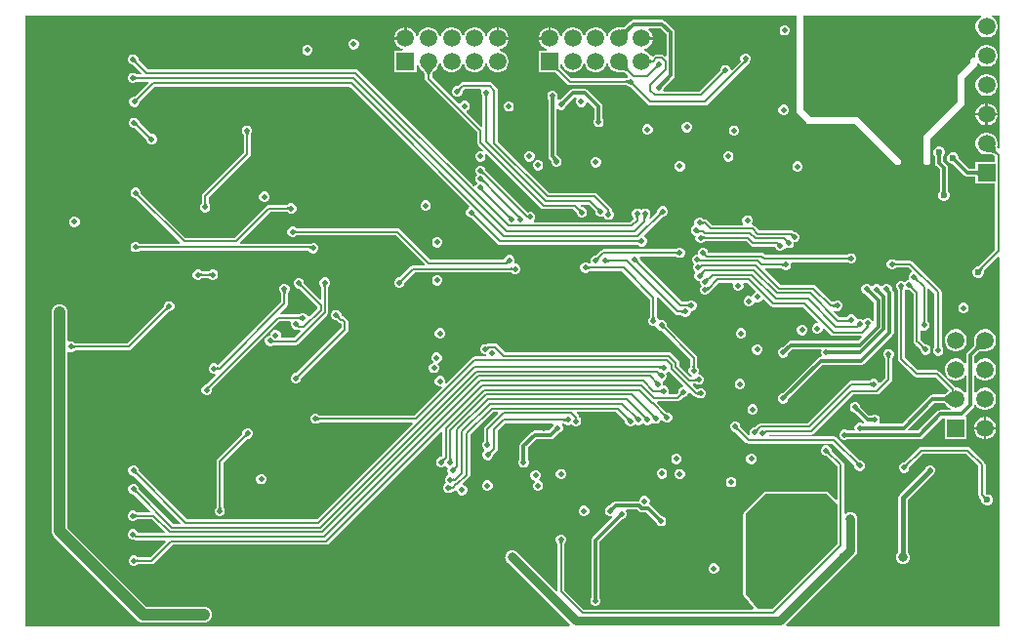
<source format=gbl>
G04*
G04 #@! TF.GenerationSoftware,Altium Limited,Altium Designer,24.2.2 (26)*
G04*
G04 Layer_Physical_Order=4*
G04 Layer_Color=16711680*
%FSLAX44Y44*%
%MOMM*%
G71*
G04*
G04 #@! TF.SameCoordinates,00A82A7E-E9F6-4F9A-BCAE-F82A0DBAF845*
G04*
G04*
G04 #@! TF.FilePolarity,Positive*
G04*
G01*
G75*
%ADD12C,0.2000*%
%ADD48C,1.5000*%
%ADD78C,0.3000*%
%ADD81C,0.8000*%
%ADD82C,0.4000*%
%ADD83C,1.0000*%
%ADD85R,1.5000X1.5000*%
%ADD86R,1.5000X1.5000*%
%ADD87C,0.5000*%
%ADD88C,0.6000*%
%ADD89C,0.8000*%
G36*
X1050000Y619997D02*
X1049617Y619575D01*
X1048730Y619246D01*
X1048410Y619501D01*
X1048340Y619889D01*
X1048241Y620684D01*
X1048198Y621423D01*
X1048500Y622549D01*
Y625051D01*
X1047853Y627467D01*
X1046602Y629633D01*
X1044833Y631402D01*
X1042667Y632653D01*
X1040251Y633300D01*
X1037749D01*
X1035333Y632653D01*
X1033167Y631402D01*
X1031398Y629633D01*
X1030147Y627467D01*
X1029500Y625051D01*
Y622549D01*
X1030147Y620133D01*
X1031398Y617967D01*
X1033167Y616198D01*
X1035333Y614947D01*
X1037749Y614300D01*
X1040251D01*
X1041377Y614602D01*
X1042116Y614560D01*
X1042911Y614460D01*
X1043620Y614331D01*
X1044227Y614178D01*
X1044332Y614143D01*
X1046441Y612033D01*
Y607900D01*
X1029500D01*
Y601969D01*
X1024078D01*
X1015000Y611047D01*
Y611995D01*
X1014239Y613832D01*
X1012832Y615239D01*
X1010995Y616000D01*
X1009005D01*
X1007168Y615239D01*
X1005761Y613832D01*
X1005000Y611995D01*
Y610005D01*
X1005761Y608168D01*
X1007168Y606761D01*
X1009005Y606000D01*
X1009953D01*
X1020077Y595877D01*
X1021234Y595103D01*
X1022600Y594831D01*
X1029500D01*
Y588900D01*
X1046441D01*
Y531767D01*
X1031674Y517000D01*
X1031005D01*
X1029168Y516239D01*
X1027761Y514832D01*
X1027000Y512995D01*
Y511005D01*
X1027761Y509168D01*
X1029168Y507761D01*
X1031005Y507000D01*
X1032995D01*
X1034832Y507761D01*
X1036239Y509168D01*
X1037000Y511005D01*
Y512995D01*
X1036801Y513475D01*
X1048827Y525501D01*
X1050000Y525015D01*
Y205000D01*
X865448D01*
X864922Y206270D01*
X919326Y260674D01*
X925326Y266674D01*
X926652Y268659D01*
X927118Y271000D01*
Y298000D01*
X927000Y298591D01*
Y299193D01*
X926769Y299750D01*
X926652Y300341D01*
X926317Y300842D01*
X926087Y301399D01*
X925660Y301825D01*
X925326Y302326D01*
X924825Y302661D01*
X924399Y303086D01*
X923842Y303317D01*
X923341Y303652D01*
X922750Y303769D01*
X922194Y304000D01*
X921591D01*
X921000Y304118D01*
X920409Y304000D01*
X919807D01*
X919250Y303769D01*
X918659Y303652D01*
X918158Y303317D01*
X917601Y303086D01*
X917175Y302661D01*
X916829Y302429D01*
X916168Y302605D01*
X915559Y302942D01*
Y345000D01*
X915326Y346171D01*
X914663Y347163D01*
X914663Y347163D01*
X904500Y357326D01*
Y358395D01*
X903815Y360049D01*
X902549Y361315D01*
X900895Y362000D01*
X899105D01*
X897451Y361315D01*
X896185Y360049D01*
X895500Y358395D01*
Y356605D01*
X896185Y354951D01*
X897451Y353685D01*
X899105Y353000D01*
X900174D01*
X909441Y343733D01*
Y315102D01*
X908268Y314616D01*
X901442Y321442D01*
X900780Y321884D01*
X900000Y322039D01*
X847500D01*
X847500Y322039D01*
X846720Y321884D01*
X846058Y321442D01*
X828558Y303942D01*
X828116Y303280D01*
X827961Y302500D01*
Y272500D01*
Y232500D01*
X828017Y232218D01*
X828041Y231933D01*
X828094Y231831D01*
X828116Y231720D01*
X828276Y231481D01*
X828408Y231226D01*
X836826Y220704D01*
X836276Y219559D01*
X689767D01*
X673059Y236267D01*
Y276695D01*
X673815Y277451D01*
X674500Y279105D01*
Y280895D01*
X673815Y282549D01*
X672549Y283815D01*
X670895Y284500D01*
X669105D01*
X667451Y283815D01*
X666185Y282549D01*
X665500Y280895D01*
Y279105D01*
X666185Y277451D01*
X666941Y276695D01*
Y236006D01*
X665671Y235480D01*
X631826Y269326D01*
X631325Y269660D01*
X630899Y270087D01*
X630342Y270317D01*
X629841Y270652D01*
X629250Y270769D01*
X628694Y271000D01*
X628091D01*
X627500Y271117D01*
X626909Y271000D01*
X626306D01*
X625750Y270769D01*
X625159Y270652D01*
X624658Y270317D01*
X624101Y270087D01*
X623675Y269660D01*
X623174Y269326D01*
X622840Y268825D01*
X622413Y268399D01*
X622183Y267842D01*
X621848Y267341D01*
X621731Y266750D01*
X621500Y266194D01*
Y265591D01*
X621382Y265000D01*
X621500Y264409D01*
Y263806D01*
X621731Y263250D01*
X621848Y262659D01*
X622183Y262158D01*
X622413Y261601D01*
X622840Y261175D01*
X623174Y260674D01*
X677578Y206270D01*
X677052Y205000D01*
X205000D01*
Y735000D01*
X874068D01*
Y651873D01*
X874068Y651873D01*
X874301Y650703D01*
X874964Y649710D01*
X882837Y641837D01*
X882837Y641837D01*
X883829Y641174D01*
X885000Y640941D01*
X924733D01*
X959837Y605837D01*
X960829Y605174D01*
X962000Y604941D01*
X963170Y605174D01*
X964163Y605837D01*
X964826Y606829D01*
X965059Y608000D01*
X964826Y609171D01*
X964163Y610163D01*
X928163Y646163D01*
X927170Y646826D01*
X926000Y647059D01*
X926000Y647059D01*
X886267D01*
X880185Y653140D01*
Y735000D01*
X1034088D01*
X1034428Y733730D01*
X1033167Y733002D01*
X1031398Y731233D01*
X1030147Y729067D01*
X1029500Y726651D01*
Y724149D01*
X1030147Y721733D01*
X1031398Y719567D01*
X1033167Y717798D01*
X1035333Y716547D01*
X1037749Y715900D01*
X1040251D01*
X1042667Y716547D01*
X1044833Y717798D01*
X1046602Y719567D01*
X1047853Y721733D01*
X1048500Y724149D01*
Y726651D01*
X1047853Y729067D01*
X1046602Y731233D01*
X1044833Y733002D01*
X1043572Y733730D01*
X1043912Y735000D01*
X1050000D01*
Y619997D01*
D02*
G37*
G36*
X1046505Y622577D02*
X1046623Y620537D01*
X1046734Y619644D01*
X1046881Y618836D01*
X1047063Y618112D01*
X1047281Y617474D01*
X1047534Y616921D01*
X1047822Y616453D01*
X1048145Y616069D01*
X1046731Y614655D01*
X1046347Y614978D01*
X1045879Y615266D01*
X1045326Y615519D01*
X1044688Y615737D01*
X1043964Y615919D01*
X1043156Y616066D01*
X1042263Y616177D01*
X1040223Y616295D01*
X1039075Y616300D01*
X1046500Y623725D01*
X1046505Y622577D01*
D02*
G37*
G36*
X1013010Y610799D02*
X1013044Y610620D01*
X1013102Y610435D01*
X1013183Y610244D01*
X1013288Y610045D01*
X1013417Y609840D01*
X1013570Y609628D01*
X1013746Y609409D01*
X1014171Y608951D01*
X1012049Y606829D01*
X1011817Y607053D01*
X1011372Y607430D01*
X1011160Y607583D01*
X1010955Y607712D01*
X1010756Y607817D01*
X1010565Y607898D01*
X1010380Y607956D01*
X1010201Y607990D01*
X1010030Y608000D01*
X1013000Y610970D01*
X1013010Y610799D01*
D02*
G37*
G36*
X1031561Y595400D02*
X1031531Y595685D01*
X1031440Y595940D01*
X1031288Y596165D01*
X1031076Y596360D01*
X1030803Y596525D01*
X1030470Y596660D01*
X1030076Y596765D01*
X1029622Y596840D01*
X1029106Y596885D01*
X1028531Y596900D01*
Y599900D01*
X1029106Y599915D01*
X1029622Y599960D01*
X1030076Y600035D01*
X1030470Y600140D01*
X1030803Y600275D01*
X1031076Y600440D01*
X1031288Y600635D01*
X1031440Y600860D01*
X1031531Y601115D01*
X1031561Y601400D01*
Y595400D01*
D02*
G37*
G36*
X1035591Y515177D02*
X1035397Y514966D01*
X1035232Y514747D01*
X1035094Y514521D01*
X1034984Y514288D01*
X1034901Y514048D01*
X1034847Y513800D01*
X1034821Y513545D01*
X1034822Y513283D01*
X1034851Y513013D01*
X1034908Y512736D01*
X1031322Y514922D01*
X1031625Y515000D01*
X1032195Y515190D01*
X1032461Y515303D01*
X1032716Y515427D01*
X1032959Y515563D01*
X1033190Y515711D01*
X1033409Y515870D01*
X1033615Y516041D01*
X1033810Y516224D01*
X1035591Y515177D01*
D02*
G37*
G36*
X902507Y357267D02*
X902532Y357061D01*
X902575Y356858D01*
X902637Y356659D01*
X902717Y356463D01*
X902814Y356269D01*
X902931Y356079D01*
X903065Y355892D01*
X903217Y355708D01*
X903388Y355526D01*
X901974Y354112D01*
X901793Y354283D01*
X901608Y354435D01*
X901421Y354569D01*
X901231Y354686D01*
X901037Y354783D01*
X900841Y354863D01*
X900641Y354925D01*
X900439Y354968D01*
X900234Y354993D01*
X900025Y355000D01*
X902500Y357475D01*
X902507Y357267D01*
D02*
G37*
G36*
X671608Y278062D02*
X671480Y277899D01*
X671367Y277725D01*
X671270Y277541D01*
X671188Y277346D01*
X671120Y277140D01*
X671068Y276923D01*
X671030Y276696D01*
X671008Y276458D01*
X671000Y276209D01*
X669000D01*
X668992Y276458D01*
X668970Y276696D01*
X668932Y276923D01*
X668880Y277140D01*
X668812Y277346D01*
X668730Y277541D01*
X668633Y277725D01*
X668520Y277899D01*
X668392Y278062D01*
X668250Y278215D01*
X671750D01*
X671608Y278062D01*
D02*
G37*
G36*
X909441Y310559D02*
Y276267D01*
X853174Y220000D01*
X840000D01*
X830000Y232500D01*
Y272500D01*
Y302500D01*
X847500Y320000D01*
X900000D01*
X909441Y310559D01*
D02*
G37*
%LPC*%
G36*
X757500Y731069D02*
X732500D01*
X731134Y730797D01*
X729977Y730023D01*
X724656Y724703D01*
X724655Y724703D01*
X724089Y724527D01*
X723443Y724379D01*
X722740Y724266D01*
X722263Y724229D01*
X721251Y724500D01*
X718749D01*
X716333Y723853D01*
X714167Y722602D01*
X712398Y720833D01*
X711147Y718667D01*
X710657Y716838D01*
X709343D01*
X708853Y718667D01*
X707602Y720833D01*
X705833Y722602D01*
X703667Y723853D01*
X701251Y724500D01*
X698749D01*
X696333Y723853D01*
X694167Y722602D01*
X692398Y720833D01*
X691147Y718667D01*
X690657Y716838D01*
X689343D01*
X688853Y718667D01*
X687602Y720833D01*
X685833Y722602D01*
X683667Y723853D01*
X681251Y724500D01*
X678749D01*
X676333Y723853D01*
X674167Y722602D01*
X672398Y720833D01*
X671148Y718667D01*
X670657Y716838D01*
X669343D01*
X668853Y718667D01*
X667602Y720833D01*
X665833Y722602D01*
X663667Y723853D01*
X661251Y724500D01*
X661000D01*
Y715000D01*
X660000D01*
Y714000D01*
X650500D01*
Y713749D01*
X651147Y711333D01*
X652398Y709167D01*
X654167Y707398D01*
X656333Y706148D01*
X657742Y705770D01*
X657575Y704500D01*
X650500D01*
Y685500D01*
X665174D01*
X675337Y675337D01*
X675337Y675337D01*
X676329Y674674D01*
X677500Y674441D01*
X677500Y674441D01*
X726695D01*
X727451Y673685D01*
X729105Y673000D01*
X730174D01*
X745337Y657837D01*
X745337Y657837D01*
X746329Y657174D01*
X747500Y656941D01*
X795000D01*
X795000Y656941D01*
X796171Y657174D01*
X797163Y657837D01*
X832584Y693259D01*
X832585Y693259D01*
X833248Y694251D01*
X833280Y694417D01*
X833815Y694951D01*
X834500Y696605D01*
Y698395D01*
X833815Y700049D01*
X832549Y701315D01*
X830895Y702000D01*
X829105D01*
X827451Y701315D01*
X826185Y700049D01*
X825500Y698395D01*
Y696605D01*
X826021Y695347D01*
X818270Y687596D01*
X817000Y688122D01*
Y688395D01*
X816315Y690049D01*
X815049Y691315D01*
X813395Y692000D01*
X811605D01*
X809951Y691315D01*
X808685Y690049D01*
X808000Y688395D01*
Y687326D01*
X789561Y668887D01*
X758911D01*
X758435Y670157D01*
X759058Y671663D01*
Y672012D01*
X767523Y680477D01*
X768297Y681634D01*
X768569Y683000D01*
Y720000D01*
X768297Y721366D01*
X767523Y722523D01*
X760023Y730023D01*
X758866Y730797D01*
X757500Y731069D01*
D02*
G37*
G36*
X864895Y726500D02*
X863105D01*
X861451Y725815D01*
X860185Y724549D01*
X859500Y722895D01*
Y721105D01*
X860185Y719451D01*
X861451Y718185D01*
X863105Y717500D01*
X864895D01*
X866549Y718185D01*
X867815Y719451D01*
X868500Y721105D01*
Y722895D01*
X867815Y724549D01*
X866549Y725815D01*
X864895Y726500D01*
D02*
G37*
G36*
X614000Y724500D02*
X613749D01*
X611333Y723853D01*
X609167Y722602D01*
X607398Y720833D01*
X606147Y718667D01*
X605657Y716838D01*
X604343D01*
X603853Y718667D01*
X602602Y720833D01*
X600833Y722602D01*
X598667Y723853D01*
X596251Y724500D01*
X593749D01*
X591333Y723853D01*
X589167Y722602D01*
X587398Y720833D01*
X586147Y718667D01*
X585657Y716838D01*
X584343D01*
X583853Y718667D01*
X582602Y720833D01*
X580833Y722602D01*
X578667Y723853D01*
X576251Y724500D01*
X573749D01*
X571333Y723853D01*
X569167Y722602D01*
X567398Y720833D01*
X566147Y718667D01*
X565657Y716838D01*
X564343D01*
X563853Y718667D01*
X562602Y720833D01*
X560833Y722602D01*
X558667Y723853D01*
X556251Y724500D01*
X553749D01*
X551333Y723853D01*
X549167Y722602D01*
X547398Y720833D01*
X546147Y718667D01*
X545657Y716838D01*
X544343D01*
X543853Y718667D01*
X542602Y720833D01*
X540833Y722602D01*
X538667Y723853D01*
X536251Y724500D01*
X536000D01*
Y715000D01*
X535000D01*
Y714000D01*
X525500D01*
Y713749D01*
X526147Y711333D01*
X527398Y709167D01*
X529167Y707398D01*
X531333Y706148D01*
X532742Y705770D01*
X532575Y704500D01*
X525500D01*
Y685500D01*
X544500D01*
Y692575D01*
X545770Y692742D01*
X546147Y691333D01*
X547398Y689167D01*
X549167Y687398D01*
X550177Y686815D01*
X550669Y686263D01*
X551161Y685631D01*
X551572Y685037D01*
X551892Y684501D01*
X551941Y684401D01*
Y680000D01*
X551941Y680000D01*
X552174Y678829D01*
X552837Y677837D01*
X596941Y633733D01*
Y624686D01*
X596941Y624686D01*
X597174Y623516D01*
X597837Y622523D01*
X602757Y617603D01*
X602038Y616527D01*
X600895Y617000D01*
X599105D01*
X597451Y616315D01*
X596185Y615049D01*
X595500Y613395D01*
Y611605D01*
X596185Y609951D01*
X597451Y608685D01*
X599105Y608000D01*
X600895D01*
X602549Y608685D01*
X603815Y609951D01*
X604500Y611605D01*
Y613395D01*
X604027Y614538D01*
X605103Y615257D01*
X652523Y567837D01*
X652523Y567837D01*
X653516Y567174D01*
X654686Y566941D01*
X680733D01*
X683500Y564174D01*
Y563105D01*
X684185Y561451D01*
X685451Y560185D01*
X687105Y559500D01*
X688895D01*
X690549Y560185D01*
X691815Y561451D01*
X692500Y563105D01*
Y564895D01*
X691815Y566549D01*
X690549Y567815D01*
X688895Y568500D01*
X687826D01*
X686558Y569768D01*
X687044Y570941D01*
X693733D01*
X699500Y565174D01*
Y564105D01*
X700185Y562451D01*
X701451Y561185D01*
X703105Y560500D01*
X704895D01*
X706445Y561142D01*
X706500Y561105D01*
X707185Y559451D01*
X708451Y558185D01*
X710105Y557500D01*
X711895D01*
X713549Y558185D01*
X714815Y559451D01*
X715500Y561105D01*
Y562895D01*
X714815Y564549D01*
X714059Y565305D01*
Y566000D01*
X713826Y567171D01*
X713163Y568163D01*
X701163Y580163D01*
X700171Y580826D01*
X699000Y581059D01*
X699000Y581059D01*
X659267D01*
X615059Y625267D01*
Y670000D01*
X614826Y671171D01*
X614163Y672163D01*
X614163Y672163D01*
X610163Y676163D01*
X609170Y676826D01*
X608000Y677059D01*
X608000Y677059D01*
X585000D01*
X585000Y677059D01*
X583829Y676826D01*
X582837Y676163D01*
X580174Y673500D01*
X579105D01*
X577451Y672815D01*
X576185Y671549D01*
X575500Y669895D01*
Y668105D01*
X576185Y666451D01*
X577451Y665185D01*
X579105Y664500D01*
X580895D01*
X582549Y665185D01*
X583815Y666451D01*
X584500Y668105D01*
Y669174D01*
X586267Y670941D01*
X599973D01*
X600821Y669671D01*
X600500Y668895D01*
Y667105D01*
X601185Y665451D01*
X601941Y664695D01*
Y639044D01*
X600768Y638558D01*
X588200Y651126D01*
X588448Y652371D01*
X588938Y652574D01*
X590204Y653840D01*
X590889Y655494D01*
Y657284D01*
X590204Y658938D01*
X588938Y660204D01*
X587284Y660889D01*
X585494D01*
X583840Y660204D01*
X582574Y658938D01*
X582371Y658448D01*
X581126Y658200D01*
X558059Y681267D01*
Y684401D01*
X558108Y684501D01*
X558428Y685037D01*
X558839Y685631D01*
X559331Y686263D01*
X559823Y686815D01*
X560833Y687398D01*
X562602Y689167D01*
X563853Y691333D01*
X564343Y693162D01*
X565657D01*
X566147Y691333D01*
X567398Y689167D01*
X569167Y687398D01*
X571333Y686147D01*
X573749Y685500D01*
X576251D01*
X578667Y686147D01*
X580833Y687398D01*
X582602Y689167D01*
X583853Y691333D01*
X584343Y693162D01*
X585657D01*
X586147Y691333D01*
X587398Y689167D01*
X589167Y687398D01*
X591333Y686147D01*
X593749Y685500D01*
X596251D01*
X598667Y686147D01*
X600833Y687398D01*
X602602Y689167D01*
X603853Y691333D01*
X604343Y693162D01*
X605657D01*
X606147Y691333D01*
X607398Y689167D01*
X609167Y687398D01*
X611333Y686147D01*
X613749Y685500D01*
X616251D01*
X618667Y686147D01*
X620833Y687398D01*
X622602Y689167D01*
X623853Y691333D01*
X624500Y693749D01*
Y696251D01*
X623853Y698667D01*
X622602Y700833D01*
X620833Y702602D01*
X618667Y703853D01*
X616838Y704343D01*
Y705657D01*
X618667Y706148D01*
X620833Y707398D01*
X622602Y709167D01*
X623853Y711333D01*
X624500Y713749D01*
Y714000D01*
X615000D01*
Y715000D01*
X614000D01*
Y724500D01*
D02*
G37*
G36*
X659000D02*
X658749D01*
X656333Y723853D01*
X654167Y722602D01*
X652398Y720833D01*
X651147Y718667D01*
X650500Y716251D01*
Y716000D01*
X659000D01*
Y724500D01*
D02*
G37*
G36*
X616251D02*
X616000D01*
Y716000D01*
X624500D01*
Y716251D01*
X623853Y718667D01*
X622602Y720833D01*
X620833Y722602D01*
X618667Y723853D01*
X616251Y724500D01*
D02*
G37*
G36*
X534000D02*
X533749D01*
X531333Y723853D01*
X529167Y722602D01*
X527398Y720833D01*
X526147Y718667D01*
X525500Y716251D01*
Y716000D01*
X534000D01*
Y724500D01*
D02*
G37*
G36*
X490895Y714500D02*
X489105D01*
X487451Y713815D01*
X486185Y712549D01*
X485500Y710895D01*
Y709105D01*
X486185Y707451D01*
X487451Y706185D01*
X489105Y705500D01*
X490895D01*
X492549Y706185D01*
X493815Y707451D01*
X494500Y709105D01*
Y710895D01*
X493815Y712549D01*
X492549Y713815D01*
X490895Y714500D01*
D02*
G37*
G36*
X450895Y709500D02*
X449105D01*
X447451Y708815D01*
X446185Y707549D01*
X445500Y705895D01*
Y704105D01*
X446185Y702451D01*
X447451Y701185D01*
X449105Y700500D01*
X450895D01*
X452549Y701185D01*
X453815Y702451D01*
X454500Y704105D01*
Y705895D01*
X453815Y707549D01*
X452549Y708815D01*
X450895Y709500D01*
D02*
G37*
G36*
X1040251Y709500D02*
X1037749D01*
X1035333Y708853D01*
X1033167Y707602D01*
X1031398Y705833D01*
X1030147Y703667D01*
X1029500Y701251D01*
Y699638D01*
X1029442Y699532D01*
X1028255Y698689D01*
X1027734Y698793D01*
X1026564Y698560D01*
X1025571Y697897D01*
X1024908Y696905D01*
X1024676Y695734D01*
Y694001D01*
X1014837Y684163D01*
X1014174Y683170D01*
X1013941Y682000D01*
X1013941Y682000D01*
Y660267D01*
X984837Y631163D01*
X984174Y630171D01*
X983941Y629000D01*
X983941Y629000D01*
Y608000D01*
X984174Y606829D01*
X984837Y605837D01*
X985829Y605174D01*
X987000Y604941D01*
X988170Y605174D01*
X989163Y605837D01*
X989826Y606829D01*
X990059Y608000D01*
Y627733D01*
X1019163Y656837D01*
X1019163Y656837D01*
X1019826Y657829D01*
X1020059Y659000D01*
Y680733D01*
X1029897Y690571D01*
X1029897Y690571D01*
X1030560Y691564D01*
X1030793Y692734D01*
X1030793Y692734D01*
Y692976D01*
X1032063Y693502D01*
X1033167Y692398D01*
X1035333Y691147D01*
X1037749Y690500D01*
X1040251D01*
X1042667Y691147D01*
X1044833Y692398D01*
X1046602Y694167D01*
X1047853Y696333D01*
X1048500Y698749D01*
Y701251D01*
X1047853Y703667D01*
X1046602Y705833D01*
X1044833Y707602D01*
X1042667Y708853D01*
X1040251Y709500D01*
D02*
G37*
G36*
X299595Y701200D02*
X297805D01*
X296151Y700515D01*
X294885Y699249D01*
X294200Y697595D01*
Y695805D01*
X294885Y694151D01*
X296151Y692885D01*
X297805Y692200D01*
X298874D01*
X306142Y684932D01*
X305656Y683759D01*
X302005D01*
X301249Y684515D01*
X299595Y685200D01*
X297805D01*
X296151Y684515D01*
X294885Y683249D01*
X294200Y681595D01*
Y679805D01*
X294885Y678151D01*
X296151Y676885D01*
X297805Y676200D01*
X299595D01*
X301249Y676885D01*
X302005Y677641D01*
X311656D01*
X312142Y676468D01*
X300174Y664500D01*
X299105D01*
X297451Y663815D01*
X296185Y662549D01*
X295500Y660895D01*
Y659105D01*
X296185Y657451D01*
X297451Y656185D01*
X299105Y655500D01*
X300895D01*
X302549Y656185D01*
X303815Y657451D01*
X304500Y659105D01*
Y660174D01*
X317267Y672941D01*
X486733D01*
X590182Y569492D01*
X589884Y567994D01*
X589451Y567815D01*
X588185Y566549D01*
X587500Y564895D01*
Y563105D01*
X588185Y561451D01*
X589451Y560185D01*
X591105Y559500D01*
X592174D01*
X614837Y536837D01*
X614837Y536837D01*
X615830Y536174D01*
X617000Y535941D01*
X617000Y535941D01*
X736695D01*
X737451Y535185D01*
X739105Y534500D01*
X740895D01*
X742549Y535185D01*
X743815Y536451D01*
X744500Y538105D01*
Y539895D01*
X743815Y541549D01*
X742549Y542815D01*
X742116Y542994D01*
X741818Y544492D01*
X757826Y560500D01*
X758895D01*
X760549Y561185D01*
X761815Y562451D01*
X762500Y564105D01*
Y565895D01*
X761815Y567549D01*
X760549Y568815D01*
X758895Y569500D01*
X757105D01*
X755451Y568815D01*
X754185Y567549D01*
X753500Y565895D01*
Y564826D01*
X747498Y558824D01*
X746141Y559263D01*
X746070Y559707D01*
X746815Y560451D01*
X747500Y562105D01*
Y563895D01*
X746815Y565549D01*
X745549Y566815D01*
X743895Y567500D01*
X742105D01*
X740451Y566815D01*
X739500Y565864D01*
X738549Y566815D01*
X736895Y567500D01*
X735105D01*
X733451Y566815D01*
X732185Y565549D01*
X731500Y563895D01*
Y562105D01*
X732185Y560451D01*
X732941Y559695D01*
Y558267D01*
X730233Y555559D01*
X646719D01*
X646193Y556829D01*
X646815Y557451D01*
X647500Y559105D01*
Y560895D01*
X646815Y562549D01*
X645549Y563815D01*
X643895Y564500D01*
X642105D01*
X641043Y564060D01*
X622950Y582154D01*
X622949Y582155D01*
X622949Y582155D01*
X604500Y600604D01*
Y600895D01*
X603815Y602549D01*
X602549Y603815D01*
X600895Y604500D01*
X599105D01*
X597451Y603815D01*
X596185Y602549D01*
X595500Y600895D01*
Y599105D01*
X596185Y597451D01*
X597136Y596500D01*
X596185Y595549D01*
X595500Y593895D01*
Y592105D01*
X596185Y590451D01*
X597136Y589500D01*
X596185Y588549D01*
X595633Y587217D01*
X594327Y586727D01*
X493891Y687163D01*
X492898Y687826D01*
X491728Y688059D01*
X491728Y688059D01*
X311667D01*
X303200Y696526D01*
Y697595D01*
X302515Y699249D01*
X301249Y700515D01*
X299595Y701200D01*
D02*
G37*
G36*
X1040251Y684100D02*
X1037749D01*
X1035333Y683453D01*
X1033167Y682202D01*
X1031398Y680433D01*
X1030147Y678267D01*
X1029500Y675851D01*
Y673349D01*
X1030147Y670933D01*
X1031398Y668767D01*
X1033167Y666998D01*
X1035333Y665747D01*
X1037749Y665100D01*
X1040251D01*
X1042667Y665747D01*
X1044833Y666998D01*
X1046602Y668767D01*
X1047853Y670933D01*
X1048500Y673349D01*
Y675851D01*
X1047853Y678267D01*
X1046602Y680433D01*
X1044833Y682202D01*
X1042667Y683453D01*
X1040251Y684100D01*
D02*
G37*
G36*
X690743Y671069D02*
X680000D01*
X678634Y670797D01*
X677477Y670023D01*
X669453Y662000D01*
X669105D01*
X668031Y661555D01*
X666735Y662185D01*
X666672Y662262D01*
X666502Y662902D01*
X667000Y664105D01*
Y665895D01*
X666315Y667549D01*
X665049Y668815D01*
X663395Y669500D01*
X661605D01*
X659951Y668815D01*
X658685Y667549D01*
X658000Y665895D01*
Y664105D01*
X658685Y662451D01*
X658931Y662205D01*
Y612500D01*
X659203Y611134D01*
X659977Y609977D01*
X661500Y608453D01*
Y607105D01*
X662185Y605451D01*
X663451Y604185D01*
X665105Y603500D01*
X666895D01*
X668549Y604185D01*
X669815Y605451D01*
X670500Y607105D01*
Y608895D01*
X669815Y610549D01*
X668549Y611815D01*
X667785Y612131D01*
X667523Y612523D01*
X666069Y613978D01*
Y653271D01*
X667339Y653798D01*
X667451Y653685D01*
X669105Y653000D01*
X670895D01*
X672549Y653685D01*
X673815Y654951D01*
X674500Y656605D01*
Y656953D01*
X681478Y663931D01*
X683271D01*
X683798Y662661D01*
X683685Y662549D01*
X683000Y660895D01*
Y659105D01*
X683685Y657451D01*
X684951Y656185D01*
X686605Y655500D01*
X688395D01*
X690049Y656185D01*
X691315Y657451D01*
X692000Y659105D01*
Y659400D01*
X693270Y659926D01*
X698931Y654265D01*
Y645295D01*
X698685Y645049D01*
X698000Y643395D01*
Y641605D01*
X698685Y639951D01*
X699951Y638685D01*
X701605Y638000D01*
X703395D01*
X705049Y638685D01*
X706315Y639951D01*
X707000Y641605D01*
Y643395D01*
X706315Y645049D01*
X706069Y645295D01*
Y655743D01*
X705797Y657108D01*
X705023Y658266D01*
X693266Y670023D01*
X692108Y670797D01*
X690743Y671069D01*
D02*
G37*
G36*
X625498Y660539D02*
X623708D01*
X622054Y659854D01*
X620788Y658588D01*
X620103Y656934D01*
Y655144D01*
X620788Y653490D01*
X622054Y652224D01*
X623708Y651539D01*
X625498D01*
X627152Y652224D01*
X628418Y653490D01*
X629103Y655144D01*
Y656934D01*
X628418Y658588D01*
X627152Y659854D01*
X625498Y660539D01*
D02*
G37*
G36*
X1040251Y658700D02*
X1040000D01*
Y650200D01*
X1048500D01*
Y650451D01*
X1047853Y652867D01*
X1046602Y655033D01*
X1044833Y656802D01*
X1042667Y658053D01*
X1040251Y658700D01*
D02*
G37*
G36*
X1038000D02*
X1037749D01*
X1035333Y658053D01*
X1033167Y656802D01*
X1031398Y655033D01*
X1030147Y652867D01*
X1029500Y650451D01*
Y650200D01*
X1038000D01*
Y658700D01*
D02*
G37*
G36*
X863895Y657500D02*
X862105D01*
X860451Y656815D01*
X859185Y655549D01*
X858500Y653895D01*
Y652105D01*
X859185Y650451D01*
X860451Y649185D01*
X862105Y648500D01*
X863895D01*
X865549Y649185D01*
X866815Y650451D01*
X867500Y652105D01*
Y653895D01*
X866815Y655549D01*
X865549Y656815D01*
X863895Y657500D01*
D02*
G37*
G36*
X1048500Y648200D02*
X1040000D01*
Y639700D01*
X1040251D01*
X1042667Y640347D01*
X1044833Y641598D01*
X1046602Y643367D01*
X1047853Y645533D01*
X1048500Y647949D01*
Y648200D01*
D02*
G37*
G36*
X1038000D02*
X1029500D01*
Y647949D01*
X1030147Y645533D01*
X1031398Y643367D01*
X1033167Y641598D01*
X1035333Y640347D01*
X1037749Y639700D01*
X1038000D01*
Y648200D01*
D02*
G37*
G36*
X779895Y642500D02*
X778105D01*
X776451Y641815D01*
X775185Y640549D01*
X774500Y638895D01*
Y637105D01*
X775185Y635451D01*
X776451Y634185D01*
X778105Y633500D01*
X779895D01*
X781549Y634185D01*
X782815Y635451D01*
X783500Y637105D01*
Y638895D01*
X782815Y640549D01*
X781549Y641815D01*
X779895Y642500D01*
D02*
G37*
G36*
X745895Y640500D02*
X744105D01*
X742451Y639815D01*
X741185Y638549D01*
X740500Y636895D01*
Y635105D01*
X741185Y633451D01*
X742451Y632185D01*
X744105Y631500D01*
X745895D01*
X747549Y632185D01*
X748815Y633451D01*
X749500Y635105D01*
Y636895D01*
X748815Y638549D01*
X747549Y639815D01*
X745895Y640500D01*
D02*
G37*
G36*
X820895Y639500D02*
X819105D01*
X817451Y638815D01*
X816185Y637549D01*
X815500Y635895D01*
Y634105D01*
X816185Y632451D01*
X817451Y631185D01*
X819105Y630500D01*
X820895D01*
X822549Y631185D01*
X823815Y632451D01*
X824500Y634105D01*
Y635895D01*
X823815Y637549D01*
X822549Y638815D01*
X820895Y639500D01*
D02*
G37*
G36*
X300595Y646200D02*
X298805D01*
X297151Y645515D01*
X295885Y644249D01*
X295200Y642595D01*
Y640805D01*
X295885Y639151D01*
X297151Y637885D01*
X298805Y637200D01*
X300424D01*
X310500Y627124D01*
Y626605D01*
X311185Y624951D01*
X312451Y623685D01*
X314105Y623000D01*
X315895D01*
X317549Y623685D01*
X318815Y624951D01*
X319500Y626605D01*
Y628395D01*
X318815Y630049D01*
X317549Y631315D01*
X315895Y632000D01*
X314276D01*
X304200Y642076D01*
Y642595D01*
X303515Y644249D01*
X302249Y645515D01*
X300595Y646200D01*
D02*
G37*
G36*
X815895Y617000D02*
X814105D01*
X812451Y616315D01*
X811185Y615049D01*
X810500Y613395D01*
Y611605D01*
X811185Y609951D01*
X812451Y608685D01*
X814105Y608000D01*
X815895D01*
X817549Y608685D01*
X818815Y609951D01*
X819500Y611605D01*
Y613395D01*
X818815Y615049D01*
X817549Y616315D01*
X815895Y617000D01*
D02*
G37*
G36*
X643395D02*
X641605D01*
X639951Y616315D01*
X638685Y615049D01*
X638000Y613395D01*
Y611605D01*
X638685Y609951D01*
X639951Y608685D01*
X641605Y608000D01*
X643395D01*
X645049Y608685D01*
X646315Y609951D01*
X647000Y611605D01*
Y613395D01*
X646315Y615049D01*
X645049Y616315D01*
X643395Y617000D01*
D02*
G37*
G36*
X700895Y612000D02*
X699105D01*
X697451Y611315D01*
X696185Y610049D01*
X695500Y608395D01*
Y606605D01*
X696185Y604951D01*
X697451Y603685D01*
X699105Y603000D01*
X700895D01*
X702549Y603685D01*
X703815Y604951D01*
X704500Y606605D01*
Y608395D01*
X703815Y610049D01*
X702549Y611315D01*
X700895Y612000D01*
D02*
G37*
G36*
X650895Y609500D02*
X649105D01*
X647451Y608815D01*
X646185Y607549D01*
X645500Y605895D01*
Y604105D01*
X646185Y602451D01*
X647451Y601185D01*
X649105Y600500D01*
X650895D01*
X652549Y601185D01*
X653815Y602451D01*
X654500Y604105D01*
Y605895D01*
X653815Y607549D01*
X652549Y608815D01*
X650895Y609500D01*
D02*
G37*
G36*
X773895Y608500D02*
X772105D01*
X770451Y607815D01*
X769185Y606549D01*
X768500Y604895D01*
Y603105D01*
X769185Y601451D01*
X770451Y600185D01*
X772105Y599500D01*
X773895D01*
X775549Y600185D01*
X776815Y601451D01*
X777500Y603105D01*
Y604895D01*
X776815Y606549D01*
X775549Y607815D01*
X773895Y608500D01*
D02*
G37*
G36*
X875895Y608250D02*
X874105D01*
X872451Y607565D01*
X871185Y606299D01*
X870500Y604645D01*
Y602855D01*
X871185Y601201D01*
X872451Y599935D01*
X874105Y599250D01*
X875895D01*
X877549Y599935D01*
X878815Y601201D01*
X879500Y602855D01*
Y604645D01*
X878815Y606299D01*
X877549Y607565D01*
X875895Y608250D01*
D02*
G37*
G36*
X998995Y621000D02*
X997005D01*
X995168Y620239D01*
X993761Y618832D01*
X993000Y616995D01*
Y615005D01*
X993761Y613168D01*
X994431Y612497D01*
Y607021D01*
X994703Y605655D01*
X995477Y604498D01*
X998442Y601532D01*
Y582371D01*
X997772Y581701D01*
X997010Y579863D01*
Y577874D01*
X997772Y576036D01*
X999178Y574630D01*
X1001016Y573868D01*
X1003005D01*
X1004843Y574630D01*
X1006249Y576036D01*
X1007010Y577874D01*
Y579863D01*
X1006249Y581701D01*
X1005579Y582371D01*
Y603010D01*
X1005307Y604376D01*
X1004534Y605534D01*
X1001569Y608499D01*
Y612497D01*
X1002239Y613168D01*
X1003000Y615005D01*
Y616995D01*
X1002239Y618832D01*
X1000832Y620239D01*
X998995Y621000D01*
D02*
G37*
G36*
X413395Y582000D02*
X411605D01*
X409951Y581315D01*
X408685Y580049D01*
X408000Y578395D01*
Y576605D01*
X408685Y574951D01*
X409951Y573685D01*
X411605Y573000D01*
X413395D01*
X415049Y573685D01*
X416315Y574951D01*
X417000Y576605D01*
Y578395D01*
X416315Y580049D01*
X415049Y581315D01*
X413395Y582000D01*
D02*
G37*
G36*
X553395Y574500D02*
X551605D01*
X549951Y573815D01*
X548685Y572549D01*
X548000Y570895D01*
Y569105D01*
X548685Y567451D01*
X549951Y566185D01*
X551605Y565500D01*
X553395D01*
X555049Y566185D01*
X556315Y567451D01*
X557000Y569105D01*
Y570895D01*
X556315Y572549D01*
X555049Y573815D01*
X553395Y574500D01*
D02*
G37*
G36*
X398395Y639500D02*
X396605D01*
X394951Y638815D01*
X393685Y637549D01*
X393000Y635895D01*
Y634105D01*
X393685Y632451D01*
X394716Y631420D01*
Y616042D01*
X359087Y580413D01*
X358424Y579421D01*
X358191Y578250D01*
X358191Y578250D01*
Y571755D01*
X357435Y570999D01*
X356750Y569345D01*
Y567555D01*
X357435Y565901D01*
X358701Y564635D01*
X360355Y563950D01*
X362145D01*
X363799Y564635D01*
X365065Y565901D01*
X365750Y567555D01*
Y569345D01*
X365065Y570999D01*
X364309Y571755D01*
Y576983D01*
X399938Y612612D01*
X400601Y613605D01*
X400834Y614775D01*
X400834Y614775D01*
Y631970D01*
X401315Y632451D01*
X402000Y634105D01*
Y635895D01*
X401315Y637549D01*
X400049Y638815D01*
X398395Y639500D01*
D02*
G37*
G36*
X301895Y585500D02*
X300105D01*
X298451Y584815D01*
X297185Y583549D01*
X296500Y581895D01*
Y580105D01*
X297185Y578451D01*
X298451Y577185D01*
X300105Y576500D01*
X301174D01*
X339442Y538232D01*
X338956Y537059D01*
X304305D01*
X303549Y537815D01*
X301895Y538500D01*
X300105D01*
X298451Y537815D01*
X297185Y536549D01*
X296500Y534895D01*
Y533105D01*
X297185Y531451D01*
X298451Y530185D01*
X300105Y529500D01*
X301895D01*
X303549Y530185D01*
X304305Y530941D01*
X450982D01*
X451185Y530451D01*
X452451Y529185D01*
X454105Y528500D01*
X455895D01*
X457549Y529185D01*
X458815Y530451D01*
X459500Y532105D01*
Y533895D01*
X458815Y535549D01*
X457549Y536815D01*
X455895Y537500D01*
X454105D01*
X453040Y537059D01*
X392044D01*
X391558Y538232D01*
X417695Y564370D01*
X432733D01*
X433489Y563613D01*
X435143Y562928D01*
X436933D01*
X438587Y563613D01*
X439853Y564879D01*
X440538Y566533D01*
Y568323D01*
X439853Y569977D01*
X438587Y571243D01*
X436933Y571928D01*
X435143D01*
X433489Y571243D01*
X432733Y570487D01*
X416428D01*
X416428Y570487D01*
X415258Y570254D01*
X414265Y569591D01*
X414265Y569591D01*
X386733Y542059D01*
X344267D01*
X305500Y580826D01*
Y581895D01*
X304815Y583549D01*
X303549Y584815D01*
X301895Y585500D01*
D02*
G37*
G36*
X832395Y561506D02*
X830605D01*
X828951Y560820D01*
X827685Y559555D01*
X827000Y557901D01*
Y556110D01*
X827685Y554456D01*
X827813Y554329D01*
X827287Y553059D01*
X801267D01*
X797163Y557163D01*
X796171Y557826D01*
X795000Y558059D01*
X795000Y558059D01*
X793305D01*
X792549Y558815D01*
X790895Y559500D01*
X789105D01*
X787451Y558815D01*
X786185Y557549D01*
X785500Y555895D01*
Y554105D01*
X785876Y553198D01*
X784321Y552554D01*
X783055Y551288D01*
X782370Y549634D01*
Y547844D01*
X783055Y546190D01*
X784321Y544924D01*
X785725Y544342D01*
X786573Y543343D01*
X786643Y543239D01*
X786500Y542895D01*
Y541105D01*
X787185Y539451D01*
X788451Y538185D01*
X790105Y537500D01*
X791895D01*
X793549Y538185D01*
X794305Y538941D01*
X830733D01*
X834337Y535337D01*
X834337Y535337D01*
X835330Y534674D01*
X836500Y534441D01*
X836500Y534441D01*
X855500D01*
Y534105D01*
X856185Y532451D01*
X857451Y531185D01*
X859105Y530500D01*
X860895D01*
X862549Y531185D01*
X863815Y532451D01*
X863983Y532857D01*
X864951Y533685D01*
X865502Y533457D01*
X866605Y533000D01*
X868395D01*
X870049Y533685D01*
X871315Y534951D01*
X872000Y536605D01*
Y538000D01*
X873395D01*
X875049Y538685D01*
X876315Y539951D01*
X877000Y541605D01*
Y543395D01*
X876315Y545049D01*
X875049Y546315D01*
X873395Y547000D01*
X872154D01*
X871491Y547663D01*
X870499Y548326D01*
X869329Y548559D01*
X869328Y548559D01*
X841767D01*
X838163Y552163D01*
X837171Y552826D01*
X836000Y553059D01*
X836000Y553059D01*
X835713D01*
X835187Y554329D01*
X835315Y554456D01*
X836000Y556110D01*
Y557901D01*
X835315Y559555D01*
X834049Y560820D01*
X832395Y561506D01*
D02*
G37*
G36*
X248772Y560225D02*
X246982D01*
X245328Y559540D01*
X244062Y558274D01*
X243377Y556620D01*
Y554830D01*
X244062Y553176D01*
X245328Y551910D01*
X246982Y551225D01*
X248772D01*
X250426Y551910D01*
X251692Y553176D01*
X252377Y554830D01*
Y556620D01*
X251692Y558274D01*
X250426Y559540D01*
X248772Y560225D01*
D02*
G37*
G36*
X563395Y542500D02*
X561605D01*
X559951Y541815D01*
X558685Y540549D01*
X558000Y538895D01*
Y537105D01*
X558685Y535451D01*
X559951Y534185D01*
X561605Y533500D01*
X563395D01*
X565049Y534185D01*
X566315Y535451D01*
X567000Y537105D01*
Y538895D01*
X566315Y540549D01*
X565049Y541815D01*
X563395Y542500D01*
D02*
G37*
G36*
X773895Y533500D02*
X772105D01*
X770451Y532815D01*
X769695Y532059D01*
X707000D01*
X707000Y532059D01*
X705829Y531826D01*
X704837Y531163D01*
X704837Y531163D01*
X700174Y526500D01*
X699105D01*
X697451Y525815D01*
X696185Y524549D01*
X695500Y522895D01*
Y521105D01*
X695647Y520751D01*
X694910Y519581D01*
X693864Y519500D01*
X693549Y519815D01*
X691895Y520500D01*
X690105D01*
X688451Y519815D01*
X687185Y518549D01*
X686500Y516895D01*
Y515105D01*
X687185Y513451D01*
X688451Y512185D01*
X690105Y511500D01*
X691895D01*
X693549Y512185D01*
X694305Y512941D01*
X722733D01*
X746941Y488733D01*
Y473305D01*
X746185Y472549D01*
X745500Y470895D01*
Y469105D01*
X746185Y467451D01*
X747451Y466185D01*
X749105Y465500D01*
X750895D01*
X751521Y465759D01*
X752500Y465105D01*
X753185Y463451D01*
X754451Y462185D01*
X756105Y461500D01*
X757174D01*
X781941Y436733D01*
Y430305D01*
X781185Y429549D01*
X780500Y427895D01*
Y426105D01*
X781185Y424451D01*
X782451Y423185D01*
X783702Y422667D01*
X783450Y421397D01*
X782197D01*
X772559Y431035D01*
Y433450D01*
X772559Y433450D01*
X772326Y434620D01*
X771663Y435613D01*
X771663Y435613D01*
X765439Y441837D01*
X764446Y442500D01*
X763276Y442733D01*
X763276Y442733D01*
X621789D01*
X615065Y449457D01*
X614072Y450120D01*
X612902Y450353D01*
X612902Y450353D01*
X607110D01*
X605939Y450120D01*
X605311Y449700D01*
X605161Y449762D01*
X603371D01*
X601717Y449077D01*
X600451Y447811D01*
X599766Y446157D01*
Y444367D01*
X600451Y442713D01*
X601717Y441447D01*
X603371Y440762D01*
X604584D01*
X604840Y440329D01*
X604116Y439059D01*
X595000D01*
X595000Y439059D01*
X593829Y438826D01*
X592837Y438163D01*
X592837Y438163D01*
X570589Y415914D01*
X569550Y416573D01*
X569500Y416622D01*
Y418395D01*
X568815Y420049D01*
X567549Y421315D01*
X565895Y422000D01*
X564105D01*
X562451Y421315D01*
X561185Y420049D01*
X560500Y418395D01*
Y416605D01*
X561185Y414951D01*
X562451Y413685D01*
X564105Y413000D01*
X565878D01*
X565927Y412950D01*
X566586Y411911D01*
X542733Y388059D01*
X460305D01*
X459549Y388815D01*
X457895Y389500D01*
X456105D01*
X454451Y388815D01*
X453185Y387549D01*
X452500Y385895D01*
Y384105D01*
X453185Y382451D01*
X454451Y381185D01*
X456105Y380500D01*
X457895D01*
X459549Y381185D01*
X460305Y381941D01*
X540956D01*
X541442Y380768D01*
X458409Y297735D01*
X345591D01*
X303500Y339826D01*
Y340895D01*
X302815Y342549D01*
X301549Y343815D01*
X299895Y344500D01*
X298105D01*
X296451Y343815D01*
X295185Y342549D01*
X294500Y340895D01*
Y339105D01*
X295185Y337451D01*
X296451Y336185D01*
X298105Y335500D01*
X299174D01*
X339766Y294908D01*
X339280Y293735D01*
X333591D01*
X303500Y323826D01*
Y324895D01*
X302815Y326549D01*
X301549Y327815D01*
X299895Y328500D01*
X298105D01*
X296451Y327815D01*
X295185Y326549D01*
X294500Y324895D01*
Y323105D01*
X295185Y321451D01*
X296451Y320185D01*
X298105Y319500D01*
X299174D01*
X313742Y304932D01*
X313256Y303759D01*
X302005D01*
X301249Y304515D01*
X299595Y305200D01*
X297805D01*
X296151Y304515D01*
X294885Y303249D01*
X294200Y301595D01*
Y299805D01*
X294885Y298151D01*
X296151Y296885D01*
X297805Y296200D01*
X299595D01*
X301249Y296885D01*
X302005Y297641D01*
X315376D01*
X326109Y286908D01*
X325623Y285735D01*
X303142D01*
X302515Y287249D01*
X301249Y288515D01*
X299595Y289200D01*
X297805D01*
X296151Y288515D01*
X294885Y287249D01*
X294200Y285595D01*
Y283805D01*
X294885Y282151D01*
X296151Y280885D01*
X297805Y280200D01*
X299595D01*
X299646Y280221D01*
X300201Y279850D01*
X301372Y279617D01*
X326632D01*
X327118Y278444D01*
X313433Y264759D01*
X303005D01*
X302249Y265515D01*
X300595Y266200D01*
X298805D01*
X297151Y265515D01*
X295885Y264249D01*
X295200Y262595D01*
Y260805D01*
X295885Y259151D01*
X297151Y257885D01*
X298805Y257200D01*
X300595D01*
X302249Y257885D01*
X303005Y258641D01*
X314700D01*
X314700Y258641D01*
X315870Y258874D01*
X316863Y259537D01*
X332943Y275617D01*
X466303D01*
X466303Y275617D01*
X467474Y275850D01*
X468466Y276513D01*
X565768Y373815D01*
X566941Y373329D01*
Y352552D01*
X566174Y351785D01*
X565105D01*
X563451Y351100D01*
X562185Y349834D01*
X561500Y348181D01*
Y346390D01*
X562185Y344736D01*
X563451Y343470D01*
X565105Y342785D01*
X566895D01*
X568549Y343470D01*
X569028Y343949D01*
X570149Y344435D01*
X570687Y343949D01*
X571451Y343185D01*
X571816Y341659D01*
X571500Y340895D01*
Y339105D01*
X572185Y337451D01*
X571857Y335983D01*
X571451Y335815D01*
X570185Y334549D01*
X569500Y332895D01*
Y331105D01*
X570185Y329451D01*
X569493Y328833D01*
X569451Y328815D01*
X568185Y327549D01*
X567500Y325895D01*
Y324105D01*
X568185Y322451D01*
X569451Y321185D01*
X571105Y320500D01*
X572895D01*
X574549Y321185D01*
X575305Y321941D01*
X576000D01*
X576000Y321941D01*
X577170Y322174D01*
X578163Y322837D01*
X578230Y322904D01*
X579500Y322378D01*
Y322105D01*
X580185Y320451D01*
X581451Y319185D01*
X583105Y318500D01*
X584895D01*
X586549Y319185D01*
X587815Y320451D01*
X588500Y322105D01*
Y323895D01*
X587815Y325549D01*
X586549Y326815D01*
X585166Y327388D01*
X584656Y328673D01*
X590163Y334180D01*
X590826Y335173D01*
X591059Y336343D01*
Y370733D01*
X611267Y390941D01*
X614956D01*
X615442Y389768D01*
X603837Y378163D01*
X603174Y377170D01*
X602941Y376000D01*
X602941Y376000D01*
Y365305D01*
X602185Y364549D01*
X601500Y362895D01*
Y361105D01*
X602185Y359451D01*
X603326Y358311D01*
X603452Y358101D01*
X603475Y356800D01*
X602685Y356011D01*
X602000Y354357D01*
Y352567D01*
X602685Y350913D01*
X603951Y349647D01*
X605605Y348962D01*
X607395D01*
X609049Y349647D01*
X610315Y350913D01*
X611000Y352567D01*
Y353636D01*
X614163Y356799D01*
X614163Y356799D01*
X614826Y357791D01*
X615059Y358962D01*
X615059Y358962D01*
Y374733D01*
X621267Y380941D01*
X662781D01*
X663307Y379671D01*
X663185Y379549D01*
X662500Y377895D01*
Y377547D01*
X659522Y374569D01*
X647000D01*
X645634Y374297D01*
X644477Y373523D01*
X634977Y364023D01*
X634203Y362866D01*
X633931Y361500D01*
Y349767D01*
X633685Y349521D01*
X633000Y347867D01*
Y346077D01*
X633685Y344422D01*
X634951Y343157D01*
X636605Y342472D01*
X638395D01*
X640049Y343157D01*
X641315Y344422D01*
X642000Y346077D01*
Y347867D01*
X641315Y349521D01*
X641069Y349767D01*
Y360022D01*
X648478Y367431D01*
X661000D01*
X662366Y367703D01*
X663523Y368477D01*
X667547Y372500D01*
X667895D01*
X669549Y373185D01*
X670815Y374451D01*
X671500Y376105D01*
Y377895D01*
X670815Y379549D01*
X670693Y379671D01*
X671219Y380941D01*
X672695D01*
X673451Y380185D01*
X675105Y379500D01*
X676895D01*
X678549Y380185D01*
X678551Y380187D01*
X679185Y380451D01*
X680451Y379185D01*
X682105Y378500D01*
X683895D01*
X685549Y379185D01*
X686815Y380451D01*
X687500Y382105D01*
Y383895D01*
X686815Y385549D01*
X685983Y386381D01*
X685826Y387171D01*
X685163Y388163D01*
X685163Y388163D01*
X683558Y389768D01*
X684044Y390941D01*
X717733D01*
X725500Y383174D01*
Y382105D01*
X726185Y380451D01*
X727451Y379185D01*
X729105Y378500D01*
X730895D01*
X732549Y379185D01*
X733815Y380451D01*
X734449Y380187D01*
X734451Y380185D01*
X736105Y379500D01*
X737895D01*
X739549Y380185D01*
X740170Y380806D01*
X741000Y381333D01*
X741830Y380806D01*
X742451Y380185D01*
X744105Y379500D01*
X745895D01*
X747549Y380185D01*
X748102Y380738D01*
X749451Y381185D01*
X751105Y380500D01*
X752895D01*
X754549Y381185D01*
X755815Y382451D01*
X756500Y384105D01*
Y384201D01*
X757770Y384453D01*
X758185Y383451D01*
X759451Y382185D01*
X761105Y381500D01*
X762895D01*
X764549Y382185D01*
X765815Y383451D01*
X766500Y385105D01*
Y386895D01*
X765815Y388549D01*
X764549Y389815D01*
X762895Y390500D01*
X761826D01*
X753558Y398768D01*
X754044Y399941D01*
X771000D01*
X771000Y399941D01*
X772170Y400174D01*
X773163Y400837D01*
X775826Y403500D01*
X776895D01*
X778549Y404185D01*
X779815Y405451D01*
X780500Y407105D01*
Y407378D01*
X781770Y407904D01*
X784837Y404837D01*
X784837Y404837D01*
X785829Y404174D01*
X787000Y403941D01*
X787000Y403941D01*
X787695D01*
X788451Y403185D01*
X790105Y402500D01*
X791895D01*
X793549Y403185D01*
X794815Y404451D01*
X795500Y406105D01*
Y407895D01*
X794815Y409549D01*
X793549Y410815D01*
X791895Y411500D01*
X790105D01*
X788451Y410815D01*
X787981Y410345D01*
X784220Y414106D01*
X784706Y415279D01*
X786635D01*
X786883Y415031D01*
X788537Y414346D01*
X790327D01*
X791981Y415031D01*
X793247Y416297D01*
X793932Y417951D01*
Y419741D01*
X793247Y421395D01*
X791981Y422661D01*
X790327Y423346D01*
X789506D01*
X789154Y423909D01*
X788883Y424616D01*
X789500Y426105D01*
Y427895D01*
X788815Y429549D01*
X788059Y430305D01*
Y438000D01*
X787826Y439170D01*
X787163Y440163D01*
X787163Y440163D01*
X761500Y465826D01*
Y466895D01*
X760815Y468549D01*
X759549Y469815D01*
X757895Y470500D01*
X756105D01*
X755479Y470241D01*
X754500Y470895D01*
X753815Y472549D01*
X753059Y473305D01*
Y490000D01*
X753048Y490051D01*
X754219Y490677D01*
X769059Y475837D01*
X770051Y475174D01*
X771222Y474941D01*
X774695D01*
X775451Y474185D01*
X777105Y473500D01*
X778895D01*
X780549Y474185D01*
X781815Y475451D01*
X782500Y477105D01*
Y478500D01*
X783895D01*
X785549Y479185D01*
X786815Y480451D01*
X787500Y482105D01*
Y483895D01*
X786815Y485549D01*
X785549Y486815D01*
X783895Y487500D01*
X782105D01*
X780451Y486815D01*
X780195Y486559D01*
X774767D01*
X738500Y522826D01*
Y523895D01*
X738178Y524671D01*
X739027Y525941D01*
X769695D01*
X770451Y525185D01*
X772105Y524500D01*
X773895D01*
X775549Y525185D01*
X776815Y526451D01*
X777500Y528105D01*
Y529895D01*
X776815Y531549D01*
X775549Y532815D01*
X773895Y533500D01*
D02*
G37*
G36*
X793895D02*
X792105D01*
X790451Y532815D01*
X789185Y531549D01*
X788500Y529895D01*
Y528105D01*
X788096Y527500D01*
X787105D01*
X785451Y526815D01*
X784185Y525549D01*
X783500Y523895D01*
Y522105D01*
X784185Y520451D01*
X785451Y519185D01*
X785512Y518876D01*
X785185Y518549D01*
X784500Y516895D01*
Y515105D01*
X785185Y513451D01*
X786451Y512185D01*
X786187Y511551D01*
X786185Y511549D01*
X785500Y509895D01*
Y508105D01*
X786185Y506451D01*
X787451Y505185D01*
X789105Y504500D01*
X790500D01*
Y503105D01*
X791185Y501451D01*
X792136Y500500D01*
X791185Y499549D01*
X790500Y497895D01*
Y496105D01*
X791185Y494451D01*
X792451Y493185D01*
X794105Y492500D01*
X795895D01*
X797549Y493185D01*
X798815Y494451D01*
X798903Y494663D01*
X799163Y494837D01*
X807267Y502941D01*
X818595D01*
X819301Y501885D01*
X819098Y501395D01*
Y499605D01*
X819783Y497951D01*
X821049Y496685D01*
X822703Y496000D01*
X824493D01*
X826147Y496685D01*
X827413Y497951D01*
X828098Y499605D01*
Y501395D01*
X827895Y501885D01*
X828601Y502941D01*
X831733D01*
X838684Y495990D01*
X838436Y494745D01*
X837946Y494542D01*
X836680Y493276D01*
X836093Y491860D01*
X835964Y491610D01*
X834725Y491156D01*
X833895Y491500D01*
X832105D01*
X830451Y490815D01*
X829185Y489549D01*
X828500Y487895D01*
Y486105D01*
X829185Y484451D01*
X830451Y483185D01*
X832105Y482500D01*
X833895D01*
X835549Y483185D01*
X836815Y484451D01*
X837402Y485867D01*
X837531Y486116D01*
X838770Y486571D01*
X839600Y486227D01*
X841390D01*
X843044Y486912D01*
X844310Y488178D01*
X844513Y488668D01*
X845759Y488916D01*
X851837Y482837D01*
X852830Y482174D01*
X854000Y481941D01*
X879733D01*
X892608Y469066D01*
X892082Y467796D01*
X891407D01*
X889753Y467111D01*
X888487Y465845D01*
X887802Y464191D01*
Y462401D01*
X888487Y460747D01*
X889753Y459481D01*
X891407Y458796D01*
X893197D01*
X894851Y459481D01*
X896117Y460747D01*
X896802Y462401D01*
Y463076D01*
X898072Y463602D01*
X903837Y457837D01*
X903837Y457837D01*
X904829Y457174D01*
X906000Y456941D01*
X906000Y456941D01*
X930098D01*
X930624Y455671D01*
X927522Y452569D01*
X869000D01*
X867634Y452297D01*
X866477Y451523D01*
X861953Y447000D01*
X861605D01*
X859951Y446315D01*
X858685Y445049D01*
X858000Y443395D01*
Y441605D01*
X858685Y439951D01*
X859951Y438685D01*
X861605Y438000D01*
X863395D01*
X865049Y438685D01*
X866315Y439951D01*
X867000Y441605D01*
Y441953D01*
X870478Y445431D01*
X894969D01*
X895817Y444161D01*
X895500Y443395D01*
Y441605D01*
X896185Y439951D01*
X896298Y439839D01*
X895771Y438569D01*
X895000D01*
X893634Y438297D01*
X892477Y437523D01*
X861953Y407000D01*
X861605D01*
X859951Y406315D01*
X858685Y405049D01*
X858000Y403395D01*
Y401605D01*
X858685Y399951D01*
X859951Y398685D01*
X861605Y398000D01*
X863395D01*
X865049Y398685D01*
X866315Y399951D01*
X867000Y401605D01*
Y401953D01*
X896478Y431431D01*
X930000D01*
X931366Y431703D01*
X932523Y432477D01*
X957523Y457477D01*
X958297Y458634D01*
X958569Y460000D01*
Y494743D01*
X958297Y496108D01*
X957523Y497266D01*
X957000Y497789D01*
Y498395D01*
X956315Y500049D01*
X955049Y501315D01*
X953395Y502000D01*
X951605D01*
X949951Y501315D01*
X948818Y500182D01*
X948483Y500048D01*
X947307Y500042D01*
X946373Y500976D01*
X944719Y501662D01*
X942928D01*
X941274Y500976D01*
X940236Y499938D01*
X938847Y499972D01*
X938815Y500049D01*
X937549Y501315D01*
X935895Y502000D01*
X934105D01*
X932451Y501315D01*
X931185Y500049D01*
X930500Y498395D01*
Y496605D01*
X931185Y494951D01*
X932451Y493685D01*
X934105Y493000D01*
X934453D01*
X941431Y486022D01*
Y469965D01*
X940161Y469712D01*
X939815Y470549D01*
X938549Y471815D01*
X936895Y472500D01*
X935105D01*
X933451Y471815D01*
X932185Y470549D01*
X931551Y470813D01*
X931549Y470815D01*
X929895Y471500D01*
X928105D01*
X927523Y471259D01*
X926389Y472164D01*
X925815Y473549D01*
X924549Y474815D01*
X922895Y475500D01*
X921105D01*
X919451Y474815D01*
X918185Y473549D01*
X917982Y473059D01*
X911267D01*
X906041Y478285D01*
X906933Y479185D01*
X908587Y478500D01*
X910377D01*
X912031Y479185D01*
X913297Y480451D01*
X913982Y482105D01*
Y483895D01*
X913297Y485549D01*
X912031Y486815D01*
X910377Y487500D01*
X908587D01*
X906933Y486815D01*
X906432Y486313D01*
X905013D01*
X891163Y500163D01*
X890171Y500826D01*
X889000Y501059D01*
X889000Y501059D01*
X860267D01*
X847058Y514268D01*
X847544Y515441D01*
X861695D01*
X862451Y514685D01*
X864105Y514000D01*
X865895D01*
X867549Y514685D01*
X868815Y515951D01*
X869500Y517605D01*
Y519395D01*
X869297Y519885D01*
X870003Y520941D01*
X918259D01*
X919016Y520185D01*
X920669Y519500D01*
X922460D01*
X924114Y520185D01*
X925379Y521451D01*
X926065Y523105D01*
Y524895D01*
X925379Y526549D01*
X924114Y527815D01*
X922460Y528500D01*
X920669D01*
X919016Y527815D01*
X918259Y527059D01*
X847267D01*
X846163Y528163D01*
X845171Y528826D01*
X844000Y529059D01*
X844000Y529059D01*
X797500D01*
Y529895D01*
X796815Y531549D01*
X795549Y532815D01*
X793895Y533500D01*
D02*
G37*
G36*
X437895Y551500D02*
X436105D01*
X434451Y550815D01*
X433185Y549549D01*
X432500Y547895D01*
Y546105D01*
X433185Y544451D01*
X434451Y543185D01*
X436105Y542500D01*
X437895D01*
X439549Y543185D01*
X440305Y543941D01*
X526733D01*
X551442Y519232D01*
X550956Y518059D01*
X541719D01*
X541719Y518059D01*
X540548Y517826D01*
X539556Y517163D01*
X529893Y507500D01*
X528824D01*
X527170Y506815D01*
X525904Y505549D01*
X525219Y503895D01*
Y502105D01*
X525904Y500451D01*
X527170Y499185D01*
X528824Y498500D01*
X530614D01*
X532268Y499185D01*
X533534Y500451D01*
X534219Y502105D01*
Y503174D01*
X542986Y511941D01*
X626695D01*
X627451Y511185D01*
X629105Y510500D01*
X630895D01*
X632549Y511185D01*
X633815Y512451D01*
X634500Y514105D01*
Y515895D01*
X633815Y517549D01*
X632549Y518815D01*
X630895Y519500D01*
X630003D01*
X629154Y520770D01*
X629500Y521605D01*
Y523395D01*
X628815Y525049D01*
X627549Y526315D01*
X625895Y527000D01*
X624105D01*
X622451Y526315D01*
X621185Y525049D01*
X620500Y523395D01*
Y523059D01*
X556267D01*
X530163Y549163D01*
X529170Y549826D01*
X528000Y550059D01*
X528000Y550059D01*
X440305D01*
X439549Y550815D01*
X437895Y551500D01*
D02*
G37*
G36*
X368895Y514500D02*
X367105D01*
X365451Y513815D01*
X364556Y512920D01*
X358166D01*
X357410Y513676D01*
X355756Y514361D01*
X353966D01*
X352312Y513676D01*
X351046Y512410D01*
X350361Y510756D01*
Y508966D01*
X351046Y507312D01*
X352312Y506046D01*
X353966Y505361D01*
X355756D01*
X357410Y506046D01*
X358166Y506802D01*
X364834D01*
X365451Y506185D01*
X367105Y505500D01*
X368895D01*
X370549Y506185D01*
X371815Y507451D01*
X372500Y509105D01*
Y510895D01*
X371815Y512549D01*
X370549Y513815D01*
X368895Y514500D01*
D02*
G37*
G36*
X957895Y523500D02*
X956105D01*
X954451Y522815D01*
X953185Y521549D01*
X952500Y519895D01*
Y518105D01*
X953185Y516451D01*
X954451Y515185D01*
X956105Y514500D01*
X957895D01*
X959549Y515185D01*
X960305Y515941D01*
X971511D01*
X974189Y513264D01*
X973941Y512018D01*
X973451Y511815D01*
X972185Y510549D01*
X971500Y508895D01*
Y507105D01*
X971741Y506523D01*
X970836Y505389D01*
X969451Y504815D01*
X968185Y503549D01*
X967551Y503813D01*
X967549Y503815D01*
X965895Y504500D01*
X964105D01*
X962451Y503815D01*
X961185Y502549D01*
X960500Y500895D01*
Y499105D01*
X961185Y497451D01*
X961941Y496695D01*
Y437000D01*
X961941Y437000D01*
X962174Y435830D01*
X962837Y434837D01*
X975837Y421837D01*
X976830Y421174D01*
X978000Y420941D01*
X994733D01*
X1006120Y409555D01*
X1004698Y408133D01*
X1004155Y407193D01*
X1003828Y406927D01*
X1003233Y406497D01*
X1002672Y406146D01*
X1002148Y405869D01*
X1002146Y405869D01*
X992300D01*
X990934Y405597D01*
X989777Y404823D01*
X965522Y380569D01*
X946592D01*
X945975Y381839D01*
X946500Y383105D01*
Y384895D01*
X945815Y386549D01*
X944549Y387815D01*
X942895Y388500D01*
X941105D01*
X939780Y387951D01*
X937095D01*
X929500Y395547D01*
Y395895D01*
X928815Y397549D01*
X927549Y398815D01*
X925895Y399500D01*
X924105D01*
X922451Y398815D01*
X921185Y397549D01*
X920500Y395895D01*
Y394105D01*
X921185Y392451D01*
X922451Y391185D01*
X924105Y390500D01*
X924453D01*
X932677Y382276D01*
X932275Y380928D01*
X931549Y380815D01*
X929895Y381500D01*
X928105D01*
X926451Y380815D01*
X925185Y379549D01*
X924500Y377895D01*
Y376105D01*
X924699Y375625D01*
X923993Y374569D01*
X918795D01*
X918549Y374815D01*
X916895Y375500D01*
X915105D01*
X913451Y374815D01*
X912185Y373549D01*
X911500Y371895D01*
Y370105D01*
X912185Y368451D01*
X913451Y367185D01*
X915105Y366500D01*
X916895D01*
X918549Y367185D01*
X918795Y367431D01*
X981000D01*
X982366Y367703D01*
X983523Y368477D01*
X1000478Y385431D01*
X1002800D01*
Y367400D01*
X1021800D01*
Y386400D01*
X1021243D01*
X1020717Y387670D01*
X1027523Y394477D01*
X1028297Y395634D01*
X1028506Y396685D01*
X1029424Y396967D01*
X1029818Y396951D01*
X1030098Y396467D01*
X1031867Y394698D01*
X1034033Y393447D01*
X1036449Y392800D01*
X1038951D01*
X1041367Y393447D01*
X1043533Y394698D01*
X1045302Y396467D01*
X1046553Y398633D01*
X1047200Y401049D01*
Y403551D01*
X1046553Y405967D01*
X1045302Y408133D01*
X1043533Y409902D01*
X1041367Y411152D01*
X1038951Y411800D01*
X1036449D01*
X1034033Y411152D01*
X1031867Y409902D01*
X1030098Y408133D01*
X1029839Y407683D01*
X1028569Y408024D01*
Y421976D01*
X1029839Y422316D01*
X1030098Y421867D01*
X1031867Y420098D01*
X1034033Y418847D01*
X1036449Y418200D01*
X1038951D01*
X1041367Y418847D01*
X1043533Y420098D01*
X1045302Y421867D01*
X1046553Y424033D01*
X1047200Y426449D01*
Y428951D01*
X1046553Y431367D01*
X1045302Y433533D01*
X1043533Y435302D01*
X1041367Y436553D01*
X1038951Y437200D01*
X1036449D01*
X1034033Y436553D01*
X1031867Y435302D01*
X1030098Y433533D01*
X1029839Y433083D01*
X1028569Y433424D01*
Y438922D01*
X1033044Y443397D01*
X1033045Y443397D01*
X1033611Y443573D01*
X1034257Y443721D01*
X1034960Y443834D01*
X1035437Y443871D01*
X1036449Y443600D01*
X1038951D01*
X1041367Y444247D01*
X1043533Y445498D01*
X1045302Y447267D01*
X1046553Y449433D01*
X1047200Y451849D01*
Y454351D01*
X1046553Y456767D01*
X1045302Y458933D01*
X1043533Y460702D01*
X1041367Y461953D01*
X1038951Y462600D01*
X1036449D01*
X1034033Y461953D01*
X1031867Y460702D01*
X1030098Y458933D01*
X1028847Y456767D01*
X1028200Y454351D01*
Y451849D01*
X1028481Y450800D01*
X1028438Y450381D01*
X1028321Y449657D01*
X1028173Y449011D01*
X1027997Y448445D01*
X1027997Y448444D01*
X1022477Y442923D01*
X1021703Y441766D01*
X1021431Y440400D01*
Y433424D01*
X1020161Y433083D01*
X1019902Y433533D01*
X1018133Y435302D01*
X1015967Y436553D01*
X1013551Y437200D01*
X1011049D01*
X1008633Y436553D01*
X1006467Y435302D01*
X1004698Y433533D01*
X1003447Y431367D01*
X1002800Y428951D01*
Y426449D01*
X1003447Y424033D01*
X1004698Y421867D01*
X1006467Y420098D01*
X1008633Y418847D01*
X1011049Y418200D01*
X1013551D01*
X1015967Y418847D01*
X1018133Y420098D01*
X1019902Y421867D01*
X1020161Y422316D01*
X1021431Y421976D01*
Y408024D01*
X1020161Y407683D01*
X1019902Y408133D01*
X1018133Y409902D01*
X1015967Y411152D01*
X1013551Y411800D01*
X1012343D01*
X1011975Y412350D01*
X998163Y426163D01*
X997170Y426826D01*
X996000Y427059D01*
X996000Y427059D01*
X979267D01*
X968059Y438267D01*
Y496547D01*
X969057Y497350D01*
X969449Y497187D01*
X969451Y497185D01*
X971105Y496500D01*
X972174D01*
X975441Y493233D01*
Y452172D01*
X975441Y452172D01*
X975674Y451001D01*
X976337Y450009D01*
X977509Y448837D01*
X977509Y448837D01*
X978498Y448176D01*
X981500Y445174D01*
Y444105D01*
X982185Y442451D01*
X983451Y441185D01*
X985105Y440500D01*
X986895D01*
X988549Y441185D01*
X989815Y442451D01*
X990500Y444105D01*
Y445895D01*
X989815Y447549D01*
X988549Y448815D01*
X986895Y449500D01*
X985826D01*
X982163Y453163D01*
X981559Y453567D01*
Y461418D01*
X982829Y462029D01*
X984105Y461500D01*
X985895D01*
X987549Y462185D01*
X988815Y463451D01*
X989500Y465105D01*
Y466895D01*
X988815Y468549D01*
X988059Y469305D01*
Y497598D01*
X989329Y498124D01*
X993941Y493511D01*
Y447305D01*
X993185Y446549D01*
X992500Y444895D01*
Y443105D01*
X993185Y441451D01*
X994451Y440185D01*
X996105Y439500D01*
X997895D01*
X999549Y440185D01*
X1000815Y441451D01*
X1001500Y443105D01*
Y444895D01*
X1000815Y446549D01*
X1000059Y447305D01*
Y494778D01*
X999826Y495949D01*
X999163Y496941D01*
X974941Y521163D01*
X973949Y521826D01*
X972778Y522059D01*
X972778Y522059D01*
X960305D01*
X959549Y522815D01*
X957895Y523500D01*
D02*
G37*
G36*
X563395Y509500D02*
X561605D01*
X559951Y508815D01*
X558685Y507549D01*
X558000Y505895D01*
Y504105D01*
X558685Y502451D01*
X559951Y501185D01*
X561605Y500500D01*
X563395D01*
X565049Y501185D01*
X566315Y502451D01*
X567000Y504105D01*
Y505895D01*
X566315Y507549D01*
X565049Y508815D01*
X563395Y509500D01*
D02*
G37*
G36*
X465895Y507500D02*
X464105D01*
X462451Y506815D01*
X461185Y505549D01*
X460500Y503895D01*
Y502105D01*
X461185Y500451D01*
X461941Y499695D01*
Y489044D01*
X460768Y488558D01*
X447000Y502326D01*
Y503395D01*
X446315Y505049D01*
X445049Y506315D01*
X443395Y507000D01*
X441605D01*
X439951Y506315D01*
X438685Y505049D01*
X438000Y503395D01*
Y501605D01*
X438685Y499951D01*
X439951Y498685D01*
X441605Y498000D01*
X442674D01*
X458441Y482233D01*
Y480767D01*
X451492Y473818D01*
X449994Y474116D01*
X449815Y474549D01*
X448549Y475815D01*
X446895Y476500D01*
X445105D01*
X443451Y475815D01*
X443195Y475559D01*
X426544D01*
X426058Y476732D01*
X432163Y482837D01*
X432163Y482837D01*
X432826Y483829D01*
X433059Y485000D01*
Y494195D01*
X433815Y494951D01*
X434500Y496605D01*
Y498395D01*
X433815Y500049D01*
X432549Y501315D01*
X430895Y502000D01*
X429105D01*
X427451Y501315D01*
X426185Y500049D01*
X425500Y498395D01*
Y496605D01*
X426185Y494951D01*
X426941Y494195D01*
Y486267D01*
X372408Y431734D01*
X371726Y432416D01*
X370072Y433101D01*
X368282D01*
X366628Y432416D01*
X365362Y431151D01*
X364677Y429497D01*
Y427706D01*
X365362Y426052D01*
X366628Y424787D01*
X368282Y424101D01*
X369701D01*
X370311Y422991D01*
X370324Y422928D01*
X361896Y414500D01*
X361605D01*
X359951Y413815D01*
X358685Y412549D01*
X358000Y410895D01*
Y409105D01*
X358685Y407451D01*
X359951Y406185D01*
X361605Y405500D01*
X363395D01*
X365049Y406185D01*
X366315Y407451D01*
X367000Y409105D01*
Y410895D01*
X366983Y410936D01*
X425489Y469441D01*
X434997D01*
X435703Y468385D01*
X435500Y467895D01*
Y466105D01*
X436185Y464451D01*
X437451Y463185D01*
X439105Y462500D01*
X440895D01*
X440968Y462530D01*
X441501Y462174D01*
X442672Y461941D01*
X443613D01*
X444099Y460768D01*
X438390Y455059D01*
X427503D01*
X426797Y456115D01*
X427000Y456605D01*
Y458395D01*
X426315Y460049D01*
X425049Y461315D01*
X423395Y462000D01*
X421605D01*
X419951Y461315D01*
X418685Y460049D01*
X418000Y458395D01*
Y457000D01*
X416605D01*
X414951Y456315D01*
X413685Y455049D01*
X413000Y453395D01*
Y451605D01*
X413685Y449951D01*
X414951Y448685D01*
X416605Y448000D01*
X418395D01*
X420049Y448685D01*
X420305Y448941D01*
X439657D01*
X439657Y448941D01*
X440827Y449174D01*
X441820Y449837D01*
X467163Y475180D01*
X467826Y476173D01*
X468059Y477343D01*
X468059Y477343D01*
Y499695D01*
X468815Y500451D01*
X469500Y502105D01*
Y503895D01*
X468815Y505549D01*
X467549Y506815D01*
X465895Y507500D01*
D02*
G37*
G36*
X1019895Y485500D02*
X1018105D01*
X1016451Y484815D01*
X1015185Y483549D01*
X1014500Y481895D01*
Y480105D01*
X1015185Y478451D01*
X1016451Y477185D01*
X1018105Y476500D01*
X1019895D01*
X1021549Y477185D01*
X1022815Y478451D01*
X1023500Y480105D01*
Y481895D01*
X1022815Y483549D01*
X1021549Y484815D01*
X1019895Y485500D01*
D02*
G37*
G36*
X879895Y466500D02*
X878105D01*
X876451Y465815D01*
X875185Y464549D01*
X874500Y462895D01*
Y461105D01*
X875185Y459451D01*
X876451Y458185D01*
X878105Y457500D01*
X879895D01*
X881549Y458185D01*
X882815Y459451D01*
X883500Y461105D01*
Y462895D01*
X882815Y464549D01*
X881549Y465815D01*
X879895Y466500D01*
D02*
G37*
G36*
X826895Y463500D02*
X825105D01*
X823451Y462815D01*
X822185Y461549D01*
X821500Y459895D01*
Y458105D01*
X822185Y456451D01*
X823451Y455185D01*
X825105Y454500D01*
X826895D01*
X828549Y455185D01*
X829815Y456451D01*
X830500Y458105D01*
Y459895D01*
X829815Y461549D01*
X828549Y462815D01*
X826895Y463500D01*
D02*
G37*
G36*
X565895D02*
X564105D01*
X562451Y462815D01*
X561185Y461549D01*
X560500Y459895D01*
Y458105D01*
X561185Y456451D01*
X562451Y455185D01*
X564105Y454500D01*
X565895D01*
X567549Y455185D01*
X568815Y456451D01*
X569500Y458105D01*
Y459895D01*
X568815Y461549D01*
X567549Y462815D01*
X565895Y463500D01*
D02*
G37*
G36*
X330895Y487000D02*
X329105D01*
X327451Y486315D01*
X326185Y485049D01*
X325500Y483395D01*
Y482326D01*
X293733Y450559D01*
X248305D01*
X247549Y451315D01*
X245895Y452000D01*
X244105D01*
X243330Y451679D01*
X242060Y452528D01*
Y461112D01*
Y469143D01*
Y477500D01*
X241820Y479327D01*
X241115Y481030D01*
X239993Y482492D01*
X238530Y483615D01*
X236827Y484320D01*
X235000Y484560D01*
X233173Y484320D01*
X231470Y483615D01*
X230008Y482492D01*
X228885Y481030D01*
X228180Y479327D01*
X227940Y477500D01*
Y469143D01*
Y461112D01*
Y287500D01*
X228180Y285673D01*
X228885Y283970D01*
X230008Y282507D01*
X302507Y210008D01*
X303970Y208885D01*
X305673Y208180D01*
X307500Y207940D01*
X360000D01*
X361827Y208180D01*
X363530Y208885D01*
X364992Y210008D01*
X366115Y211470D01*
X366820Y213173D01*
X367060Y215000D01*
X366820Y216827D01*
X366115Y218530D01*
X364992Y219992D01*
X363530Y221115D01*
X361827Y221820D01*
X360000Y222060D01*
X310424D01*
X242060Y290424D01*
Y442472D01*
X243330Y443321D01*
X244105Y443000D01*
X245895D01*
X247549Y443685D01*
X248305Y444441D01*
X295000D01*
X295000Y444441D01*
X296171Y444674D01*
X297163Y445337D01*
X329826Y478000D01*
X330895D01*
X332549Y478685D01*
X333815Y479951D01*
X334500Y481605D01*
Y483395D01*
X333815Y485049D01*
X332549Y486315D01*
X330895Y487000D01*
D02*
G37*
G36*
X1013551Y462600D02*
X1011049D01*
X1008633Y461953D01*
X1006467Y460702D01*
X1004698Y458933D01*
X1003447Y456767D01*
X1002800Y454351D01*
Y451849D01*
X1003447Y449433D01*
X1004698Y447267D01*
X1006467Y445498D01*
X1008633Y444247D01*
X1011049Y443600D01*
X1013551D01*
X1015967Y444247D01*
X1018133Y445498D01*
X1019902Y447267D01*
X1021153Y449433D01*
X1021800Y451849D01*
Y454351D01*
X1021153Y456767D01*
X1019902Y458933D01*
X1018133Y460702D01*
X1015967Y461953D01*
X1013551Y462600D01*
D02*
G37*
G36*
X840895Y449500D02*
X839105D01*
X837451Y448815D01*
X836185Y447549D01*
X835500Y445895D01*
Y444105D01*
X836185Y442451D01*
X837451Y441185D01*
X839105Y440500D01*
X840895D01*
X842549Y441185D01*
X843815Y442451D01*
X844500Y444105D01*
Y445895D01*
X843815Y447549D01*
X842549Y448815D01*
X840895Y449500D01*
D02*
G37*
G36*
X562895Y442500D02*
X561105D01*
X559451Y441815D01*
X558185Y440549D01*
X557500Y438895D01*
Y437105D01*
X558185Y435451D01*
X558906Y434730D01*
X558921Y434541D01*
X558534Y433306D01*
X557350Y432815D01*
X556084Y431549D01*
X555398Y429895D01*
Y428105D01*
X556084Y426451D01*
X557350Y425185D01*
X559003Y424500D01*
X560794D01*
X562448Y425185D01*
X563713Y426451D01*
X564398Y428105D01*
Y429895D01*
X563713Y431549D01*
X562992Y432270D01*
X562977Y432459D01*
X563364Y433694D01*
X564549Y434185D01*
X565815Y435451D01*
X566500Y437105D01*
Y438895D01*
X565815Y440549D01*
X564549Y441815D01*
X562895Y442500D01*
D02*
G37*
G36*
X954895Y445500D02*
X953105D01*
X951451Y444815D01*
X950185Y443549D01*
X949500Y441895D01*
Y440105D01*
X950185Y438451D01*
X950941Y437695D01*
Y420267D01*
X946673Y415999D01*
X945287Y416409D01*
X944815Y417549D01*
X943549Y418815D01*
X941895Y419500D01*
X940105D01*
X938451Y418815D01*
X937695Y418059D01*
X922000D01*
X922000Y418059D01*
X920829Y417826D01*
X919837Y417163D01*
X883733Y381059D01*
X843000D01*
X841830Y380826D01*
X840837Y380163D01*
X840837Y380163D01*
X838174Y377500D01*
X837105D01*
X835451Y376815D01*
X834185Y375549D01*
X833500Y373895D01*
Y372105D01*
X833842Y371280D01*
X832765Y370561D01*
X825500Y377826D01*
Y378895D01*
X824815Y380549D01*
X823549Y381815D01*
X821895Y382500D01*
X820105D01*
X818451Y381815D01*
X817185Y380549D01*
X816500Y378895D01*
Y377105D01*
X817185Y375451D01*
X818451Y374185D01*
X820105Y373500D01*
X821174D01*
X830337Y364337D01*
X830337Y364337D01*
X831329Y363674D01*
X832500Y363441D01*
X832500Y363441D01*
X905233D01*
X924413Y344262D01*
Y343192D01*
X925098Y341539D01*
X926364Y340273D01*
X928017Y339588D01*
X929808D01*
X931461Y340273D01*
X932727Y341539D01*
X933412Y343192D01*
Y344983D01*
X932727Y346637D01*
X931461Y347902D01*
X929808Y348587D01*
X928738D01*
X908663Y368663D01*
X907671Y369326D01*
X906500Y369559D01*
X906500Y369559D01*
X851307D01*
X850546Y370829D01*
X850606Y370941D01*
X881000D01*
X881000Y370941D01*
X881000Y370941D01*
X886657D01*
X886657Y370941D01*
X887827Y371174D01*
X888820Y371837D01*
X922924Y405941D01*
X944000D01*
X944000Y405941D01*
X945171Y406174D01*
X946163Y406837D01*
X956163Y416837D01*
X956163Y416837D01*
X956826Y417830D01*
X957059Y419000D01*
Y437695D01*
X957815Y438451D01*
X958500Y440105D01*
Y441895D01*
X957815Y443549D01*
X956549Y444815D01*
X954895Y445500D01*
D02*
G37*
G36*
X475895Y479500D02*
X474105D01*
X472451Y478815D01*
X471185Y477549D01*
X470500Y475895D01*
Y474105D01*
X471185Y472451D01*
X472451Y471185D01*
X474105Y470500D01*
X475174D01*
X476828Y468846D01*
X476828Y468846D01*
X477820Y468183D01*
X478921Y467964D01*
X479441Y467444D01*
Y463767D01*
X440174Y424500D01*
X439105D01*
X437451Y423815D01*
X436185Y422549D01*
X435500Y420895D01*
Y419105D01*
X436185Y417451D01*
X437451Y416185D01*
X439105Y415500D01*
X440895D01*
X442549Y416185D01*
X443815Y417451D01*
X444500Y419105D01*
Y420174D01*
X484663Y460337D01*
X484663Y460337D01*
X485326Y461329D01*
X485559Y462500D01*
X485559Y462500D01*
Y468711D01*
X485326Y469881D01*
X484663Y470874D01*
X484663Y470874D01*
X482365Y473172D01*
X481372Y473835D01*
X480272Y474054D01*
X479500Y474826D01*
Y475895D01*
X478815Y477549D01*
X477549Y478815D01*
X475895Y479500D01*
D02*
G37*
G36*
X825895Y419500D02*
X824105D01*
X822451Y418815D01*
X821185Y417549D01*
X820500Y415895D01*
Y414105D01*
X821185Y412451D01*
X822451Y411185D01*
X824105Y410500D01*
X825895D01*
X827549Y411185D01*
X828815Y412451D01*
X829500Y414105D01*
Y415895D01*
X828815Y417549D01*
X827549Y418815D01*
X825895Y419500D01*
D02*
G37*
G36*
X836895Y397500D02*
X835105D01*
X833451Y396815D01*
X832185Y395549D01*
X831500Y393895D01*
Y392105D01*
X832185Y390451D01*
X833451Y389185D01*
X835105Y388500D01*
X836895D01*
X838549Y389185D01*
X839815Y390451D01*
X840500Y392105D01*
Y393895D01*
X839815Y395549D01*
X838549Y396815D01*
X836895Y397500D01*
D02*
G37*
G36*
X1038951Y386400D02*
X1038700D01*
Y377900D01*
X1047200D01*
Y378151D01*
X1046553Y380567D01*
X1045302Y382733D01*
X1043533Y384502D01*
X1041367Y385752D01*
X1038951Y386400D01*
D02*
G37*
G36*
X1036700D02*
X1036449D01*
X1034033Y385752D01*
X1031867Y384502D01*
X1030098Y382733D01*
X1028847Y380567D01*
X1028200Y378151D01*
Y377900D01*
X1036700D01*
Y386400D01*
D02*
G37*
G36*
X1047200Y375900D02*
X1038700D01*
Y367400D01*
X1038951D01*
X1041367Y368047D01*
X1043533Y369298D01*
X1045302Y371067D01*
X1046553Y373233D01*
X1047200Y375649D01*
Y375900D01*
D02*
G37*
G36*
X1036700D02*
X1028200D01*
Y375649D01*
X1028847Y373233D01*
X1030098Y371067D01*
X1031867Y369298D01*
X1034033Y368047D01*
X1036449Y367400D01*
X1036700D01*
Y375900D01*
D02*
G37*
G36*
X835895Y354500D02*
X834105D01*
X832451Y353815D01*
X831185Y352549D01*
X830500Y350895D01*
Y349105D01*
X831185Y347451D01*
X832451Y346185D01*
X834105Y345500D01*
X835895D01*
X837549Y346185D01*
X838815Y347451D01*
X839500Y349105D01*
Y350895D01*
X838815Y352549D01*
X837549Y353815D01*
X835895Y354500D01*
D02*
G37*
G36*
X770895D02*
X769105D01*
X767451Y353815D01*
X766185Y352549D01*
X765500Y350895D01*
Y349105D01*
X766185Y347451D01*
X767451Y346185D01*
X769105Y345500D01*
X770895D01*
X772549Y346185D01*
X773815Y347451D01*
X774500Y349105D01*
Y350895D01*
X773815Y352549D01*
X772549Y353815D01*
X770895Y354500D01*
D02*
G37*
G36*
X758395Y342000D02*
X756605D01*
X754951Y341315D01*
X753685Y340049D01*
X753000Y338395D01*
Y336605D01*
X753685Y334951D01*
X754951Y333685D01*
X756605Y333000D01*
X758395D01*
X760049Y333685D01*
X761315Y334951D01*
X762000Y336605D01*
Y338395D01*
X761315Y340049D01*
X760049Y341315D01*
X758395Y342000D01*
D02*
G37*
G36*
X773895Y341500D02*
X772105D01*
X770451Y340815D01*
X769185Y339549D01*
X768500Y337895D01*
Y336105D01*
X769185Y334451D01*
X770451Y333185D01*
X772105Y332500D01*
X773895D01*
X775549Y333185D01*
X776815Y334451D01*
X777500Y336105D01*
Y337895D01*
X776815Y339549D01*
X775549Y340815D01*
X773895Y341500D01*
D02*
G37*
G36*
X670895D02*
X669105D01*
X667451Y340815D01*
X666185Y339549D01*
X665500Y337895D01*
Y336105D01*
X666185Y334451D01*
X667451Y333185D01*
X669105Y332500D01*
X670895D01*
X672549Y333185D01*
X673815Y334451D01*
X674500Y336105D01*
Y337895D01*
X673815Y339549D01*
X672549Y340815D01*
X670895Y341500D01*
D02*
G37*
G36*
X410895Y337000D02*
X409105D01*
X407451Y336315D01*
X406185Y335049D01*
X405500Y333395D01*
Y331605D01*
X406185Y329951D01*
X407451Y328685D01*
X409105Y328000D01*
X410895D01*
X412549Y328685D01*
X413815Y329951D01*
X414500Y331605D01*
Y333395D01*
X413815Y335049D01*
X412549Y336315D01*
X410895Y337000D01*
D02*
G37*
G36*
X818395Y334500D02*
X816605D01*
X814951Y333815D01*
X813685Y332549D01*
X813000Y330895D01*
Y329105D01*
X813685Y327451D01*
X814951Y326185D01*
X816605Y325500D01*
X818395D01*
X820049Y326185D01*
X821315Y327451D01*
X822000Y329105D01*
Y330895D01*
X821315Y332549D01*
X820049Y333815D01*
X818395Y334500D01*
D02*
G37*
G36*
X648895Y340500D02*
X647105D01*
X645451Y339815D01*
X644185Y338549D01*
X643500Y336895D01*
Y335105D01*
X644185Y333451D01*
X645451Y332185D01*
X646572Y331721D01*
X646947Y330381D01*
X646936Y330300D01*
X646185Y329549D01*
X645500Y327895D01*
Y326105D01*
X646185Y324451D01*
X647451Y323185D01*
X649105Y322500D01*
X650895D01*
X652549Y323185D01*
X653815Y324451D01*
X654500Y326105D01*
Y327895D01*
X653815Y329549D01*
X652549Y330815D01*
X651428Y331279D01*
X651053Y332619D01*
X651064Y332700D01*
X651815Y333451D01*
X652500Y335105D01*
Y336895D01*
X651815Y338549D01*
X650549Y339815D01*
X648895Y340500D01*
D02*
G37*
G36*
X606895Y331500D02*
X605105D01*
X603451Y330815D01*
X602185Y329549D01*
X601500Y327895D01*
Y326105D01*
X602185Y324451D01*
X603451Y323185D01*
X605105Y322500D01*
X606895D01*
X608549Y323185D01*
X609815Y324451D01*
X610500Y326105D01*
Y327895D01*
X609815Y329549D01*
X608549Y330815D01*
X606895Y331500D01*
D02*
G37*
G36*
X1022500Y360559D02*
X1022500Y360559D01*
X982500D01*
X981329Y360326D01*
X980337Y359663D01*
X980337Y359663D01*
X967674Y347000D01*
X966605D01*
X964951Y346315D01*
X963685Y345049D01*
X963000Y343395D01*
Y341605D01*
X963685Y339951D01*
X964951Y338685D01*
X966605Y338000D01*
X968395D01*
X970049Y338685D01*
X971315Y339951D01*
X972000Y341605D01*
Y342674D01*
X983767Y354441D01*
X1021233D01*
X1031941Y343733D01*
Y319000D01*
X1031941Y319000D01*
X1032174Y317829D01*
X1032837Y316837D01*
X1034500Y315174D01*
Y313505D01*
X1035261Y311668D01*
X1036668Y310261D01*
X1038505Y309500D01*
X1040495D01*
X1042332Y310261D01*
X1043739Y311668D01*
X1044500Y313505D01*
Y315495D01*
X1043739Y317332D01*
X1042332Y318739D01*
X1040495Y319500D01*
X1038826D01*
X1038059Y320267D01*
Y345000D01*
X1037826Y346171D01*
X1037163Y347163D01*
X1037163Y347163D01*
X1024663Y359663D01*
X1023671Y360326D01*
X1022500Y360559D01*
D02*
G37*
G36*
X690895Y309500D02*
X689105D01*
X687451Y308815D01*
X686185Y307549D01*
X685500Y305895D01*
Y304105D01*
X686185Y302451D01*
X687451Y301185D01*
X689105Y300500D01*
X690895D01*
X692549Y301185D01*
X693815Y302451D01*
X694500Y304105D01*
Y305895D01*
X693815Y307549D01*
X692549Y308815D01*
X690895Y309500D01*
D02*
G37*
G36*
X399084Y376589D02*
X397294D01*
X395640Y375904D01*
X394374Y374638D01*
X393689Y372984D01*
Y371915D01*
X371837Y350063D01*
X371174Y349071D01*
X370941Y347900D01*
X370941Y347900D01*
Y308305D01*
X370185Y307549D01*
X369500Y305895D01*
Y304105D01*
X370185Y302451D01*
X371451Y301185D01*
X373105Y300500D01*
X374895D01*
X376549Y301185D01*
X377815Y302451D01*
X378500Y304105D01*
Y305895D01*
X377815Y307549D01*
X377059Y308305D01*
Y346633D01*
X398015Y367589D01*
X399084D01*
X400738Y368274D01*
X402004Y369540D01*
X402689Y371194D01*
Y372984D01*
X402004Y374638D01*
X400738Y375904D01*
X399084Y376589D01*
D02*
G37*
G36*
X743395Y318000D02*
X741605D01*
X739951Y317315D01*
X738685Y316049D01*
X738000Y314395D01*
Y313967D01*
X737515Y313569D01*
X717500D01*
X716134Y313297D01*
X714977Y312523D01*
X711953Y309500D01*
X711605D01*
X709951Y308815D01*
X708685Y307549D01*
X708000Y305895D01*
Y304105D01*
X708685Y302451D01*
X709951Y301185D01*
X711605Y300500D01*
X713395D01*
X713843Y300685D01*
X714562Y299609D01*
X697177Y282223D01*
X696403Y281066D01*
X696131Y279700D01*
Y229995D01*
X695885Y229749D01*
X695200Y228095D01*
Y226305D01*
X695885Y224651D01*
X697151Y223385D01*
X698805Y222700D01*
X700595D01*
X702249Y223385D01*
X703515Y224651D01*
X704200Y226305D01*
Y228095D01*
X703515Y229749D01*
X703269Y229995D01*
Y278222D01*
X723047Y298000D01*
X723395D01*
X725049Y298685D01*
X726315Y299951D01*
X727000Y301605D01*
Y303395D01*
X726315Y305049D01*
X726202Y305161D01*
X726729Y306431D01*
X736037D01*
X737491Y304977D01*
X738649Y304203D01*
X740015Y303931D01*
X743852D01*
X752166Y295617D01*
Y295269D01*
X752851Y293615D01*
X754117Y292349D01*
X755771Y291664D01*
X757561D01*
X759215Y292349D01*
X760481Y293615D01*
X761166Y295269D01*
Y297059D01*
X760481Y298713D01*
X759215Y299979D01*
X757561Y300664D01*
X757213D01*
X747853Y310023D01*
X746696Y310797D01*
X746780Y312075D01*
X747000Y312605D01*
Y314395D01*
X746315Y316049D01*
X745049Y317315D01*
X743395Y318000D01*
D02*
G37*
G36*
X990895Y344500D02*
X989105D01*
X987451Y343815D01*
X986185Y342549D01*
X985763Y341531D01*
X963691Y319459D01*
X962807Y318136D01*
X962497Y316575D01*
X962497Y316575D01*
Y268982D01*
X961488Y267974D01*
X960575Y265769D01*
Y263382D01*
X961488Y261176D01*
X963176Y259489D01*
X965381Y258575D01*
X967768D01*
X969974Y259489D01*
X971662Y261176D01*
X972575Y263382D01*
Y265769D01*
X971662Y267974D01*
X970653Y268982D01*
Y314886D01*
X991531Y335764D01*
X992549Y336185D01*
X993815Y337451D01*
X994500Y339105D01*
Y340895D01*
X993815Y342549D01*
X992549Y343815D01*
X990895Y344500D01*
D02*
G37*
G36*
X803395Y259500D02*
X801605D01*
X799951Y258815D01*
X798685Y257549D01*
X798000Y255895D01*
Y254105D01*
X798685Y252451D01*
X799951Y251185D01*
X801605Y250500D01*
X803395D01*
X805049Y251185D01*
X806315Y252451D01*
X807000Y254105D01*
Y255895D01*
X806315Y257549D01*
X805049Y258815D01*
X803395Y259500D01*
D02*
G37*
%LPD*%
G36*
X729439Y722318D02*
X729061Y721887D01*
X728724Y721391D01*
X728428Y720829D01*
X728173Y720203D01*
X727958Y719511D01*
X727785Y718754D01*
X727652Y717932D01*
X727560Y717045D01*
X727500Y715075D01*
X720075Y722500D01*
X721093Y722510D01*
X722932Y722652D01*
X723754Y722785D01*
X724511Y722958D01*
X725203Y723173D01*
X725829Y723428D01*
X726390Y723724D01*
X726887Y724061D01*
X727318Y724439D01*
X729439Y722318D01*
D02*
G37*
G36*
X761431Y718522D02*
Y699832D01*
X760258Y699346D01*
X759441Y700163D01*
X758449Y700826D01*
X757278Y701059D01*
X757278Y701059D01*
X752722D01*
X752722Y701059D01*
X751551Y700826D01*
X750559Y700163D01*
X750559Y700163D01*
X749859Y699463D01*
X748272Y699672D01*
X747602Y700833D01*
X745833Y702602D01*
X743667Y703853D01*
X741838Y704343D01*
Y705657D01*
X743667Y706148D01*
X745833Y707398D01*
X747602Y709167D01*
X748853Y711333D01*
X749500Y713749D01*
Y714000D01*
X740000D01*
Y716000D01*
X749500D01*
Y716251D01*
X748853Y718667D01*
X747602Y720833D01*
X745833Y722602D01*
X745730Y722661D01*
X746070Y723931D01*
X756022D01*
X761431Y718522D01*
D02*
G37*
G36*
X831479Y695484D02*
X829647Y693232D01*
X827800Y694214D01*
X827981Y694406D01*
X828132Y694588D01*
X828252Y694761D01*
X828343Y694925D01*
X828403Y695079D01*
X828433Y695225D01*
X828432Y695361D01*
X828402Y695488D01*
X828341Y695606D01*
X828250Y695715D01*
X831479Y695484D01*
D02*
G37*
G36*
X747170Y697290D02*
X747333Y697019D01*
X747526Y696780D01*
X747749Y696573D01*
X748002Y696398D01*
X748286Y696255D01*
X748599Y696143D01*
X748943Y696064D01*
X749317Y696016D01*
X749722Y696000D01*
Y694000D01*
X749317Y693984D01*
X748943Y693936D01*
X748599Y693857D01*
X748286Y693745D01*
X748002Y693602D01*
X747749Y693427D01*
X747526Y693220D01*
X747333Y692981D01*
X747170Y692710D01*
X747038Y692408D01*
Y697592D01*
X747170Y697290D01*
D02*
G37*
G36*
X754975Y690000D02*
X754766Y689993D01*
X754561Y689968D01*
X754359Y689925D01*
X754159Y689863D01*
X753963Y689783D01*
X753769Y689686D01*
X753579Y689569D01*
X753392Y689435D01*
X753207Y689283D01*
X753026Y689112D01*
X751612Y690526D01*
X751783Y690707D01*
X751935Y690892D01*
X752069Y691079D01*
X752186Y691269D01*
X752283Y691463D01*
X752363Y691659D01*
X752425Y691859D01*
X752468Y692061D01*
X752493Y692266D01*
X752500Y692475D01*
X754975Y690000D01*
D02*
G37*
G36*
X667356Y690203D02*
X667300Y690020D01*
Y689807D01*
X667356Y689567D01*
X667469Y689298D01*
X667639Y689001D01*
X667866Y688676D01*
X668148Y688322D01*
X668884Y687531D01*
X667469Y686116D01*
X667059Y686512D01*
X666324Y687134D01*
X665999Y687361D01*
X665702Y687531D01*
X665433Y687644D01*
X665193Y687700D01*
X664980D01*
X664797Y687644D01*
X664641Y687531D01*
X667469Y690359D01*
X667356Y690203D01*
D02*
G37*
G36*
X727505Y693777D02*
X727623Y691737D01*
X727734Y690844D01*
X727881Y690036D01*
X728063Y689313D01*
X728281Y688674D01*
X728534Y688121D01*
X728822Y687653D01*
X729145Y687269D01*
X727731Y685855D01*
X727347Y686178D01*
X726879Y686466D01*
X726326Y686719D01*
X725687Y686937D01*
X724964Y687119D01*
X724156Y687266D01*
X723263Y687377D01*
X721223Y687495D01*
X720075Y687500D01*
X727500Y694925D01*
X727505Y693777D01*
D02*
G37*
G36*
X711147Y691333D02*
X712398Y689167D01*
X714167Y687398D01*
X716333Y686147D01*
X718749Y685500D01*
X721251D01*
X722377Y685802D01*
X723116Y685760D01*
X723911Y685660D01*
X724620Y685531D01*
X725227Y685378D01*
X725332Y685343D01*
X727992Y682682D01*
X727744Y681436D01*
X727451Y681315D01*
X726695Y680559D01*
X678767D01*
X669500Y689826D01*
Y692575D01*
X670770Y692742D01*
X671148Y691333D01*
X672398Y689167D01*
X674167Y687398D01*
X676333Y686147D01*
X678749Y685500D01*
X681251D01*
X683667Y686147D01*
X685833Y687398D01*
X687602Y689167D01*
X688853Y691333D01*
X689343Y693162D01*
X690657D01*
X691147Y691333D01*
X692398Y689167D01*
X694167Y687398D01*
X696333Y686147D01*
X698749Y685500D01*
X701251D01*
X703667Y686147D01*
X705833Y687398D01*
X707602Y689167D01*
X708853Y691333D01*
X709343Y693162D01*
X710657D01*
X711147Y691333D01*
D02*
G37*
G36*
X812475Y685000D02*
X812266Y684993D01*
X812061Y684968D01*
X811859Y684925D01*
X811659Y684863D01*
X811463Y684783D01*
X811269Y684686D01*
X811079Y684569D01*
X810892Y684435D01*
X810707Y684283D01*
X810526Y684112D01*
X809112Y685526D01*
X809283Y685707D01*
X809435Y685892D01*
X809569Y686079D01*
X809686Y686269D01*
X809783Y686463D01*
X809863Y686659D01*
X809925Y686859D01*
X809968Y687061D01*
X809993Y687266D01*
X810000Y687475D01*
X812475Y685000D01*
D02*
G37*
G36*
X728215Y675750D02*
X728062Y675892D01*
X727899Y676020D01*
X727725Y676133D01*
X727541Y676230D01*
X727346Y676312D01*
X727140Y676380D01*
X726923Y676432D01*
X726696Y676470D01*
X726458Y676492D01*
X726209Y676500D01*
Y678500D01*
X726458Y678508D01*
X726696Y678530D01*
X726923Y678568D01*
X727140Y678620D01*
X727346Y678688D01*
X727541Y678770D01*
X727725Y678867D01*
X727899Y678980D01*
X728062Y679108D01*
X728215Y679250D01*
Y675750D01*
D02*
G37*
G36*
X732507Y677266D02*
X732532Y677061D01*
X732575Y676859D01*
X732637Y676659D01*
X732717Y676463D01*
X732814Y676269D01*
X732931Y676079D01*
X733065Y675892D01*
X733217Y675707D01*
X733388Y675526D01*
X731974Y674112D01*
X731793Y674283D01*
X731608Y674435D01*
X731421Y674569D01*
X731231Y674686D01*
X731037Y674783D01*
X730841Y674863D01*
X730641Y674925D01*
X730439Y674968D01*
X730234Y674993D01*
X730025Y675000D01*
X732500Y677475D01*
X732507Y677266D01*
D02*
G37*
G36*
X758094Y673973D02*
X757896Y673772D01*
X757316Y673106D01*
X757222Y672974D01*
X757150Y672856D01*
X757099Y672751D01*
X757068Y672660D01*
X757058Y672583D01*
X754583Y675058D01*
X754660Y675068D01*
X754751Y675099D01*
X754855Y675150D01*
X754974Y675222D01*
X755106Y675315D01*
X755411Y675564D01*
X755772Y675897D01*
X755973Y676094D01*
X758094Y673973D01*
D02*
G37*
G36*
X559442Y688828D02*
X558083Y687302D01*
X557530Y686592D01*
X557062Y685917D01*
X556680Y685277D01*
X556382Y684672D01*
X556170Y684102D01*
X556043Y683567D01*
X556000Y683067D01*
X554000D01*
X553957Y683567D01*
X553830Y684102D01*
X553618Y684672D01*
X553320Y685277D01*
X552938Y685917D01*
X552470Y686592D01*
X551917Y687302D01*
X550558Y688828D01*
X549750Y689644D01*
X560250D01*
X559442Y688828D01*
D02*
G37*
G36*
X583388Y670974D02*
X583217Y670792D01*
X583065Y670608D01*
X582931Y670421D01*
X582814Y670231D01*
X582717Y670037D01*
X582637Y669841D01*
X582575Y669641D01*
X582532Y669439D01*
X582507Y669233D01*
X582500Y669025D01*
X580025Y671500D01*
X580233Y671507D01*
X580439Y671532D01*
X580642Y671575D01*
X580841Y671637D01*
X581037Y671717D01*
X581231Y671814D01*
X581421Y671931D01*
X581608Y672065D01*
X581792Y672217D01*
X581974Y672388D01*
X583388Y670974D01*
D02*
G37*
G36*
X606608Y666062D02*
X606480Y665899D01*
X606367Y665725D01*
X606270Y665541D01*
X606188Y665346D01*
X606120Y665140D01*
X606068Y664923D01*
X606030Y664696D01*
X606007Y664457D01*
X606000Y664209D01*
X604000D01*
X603993Y664457D01*
X603970Y664696D01*
X603932Y664923D01*
X603880Y665140D01*
X603812Y665346D01*
X603730Y665541D01*
X603633Y665725D01*
X603520Y665899D01*
X603392Y666062D01*
X603250Y666215D01*
X606750D01*
X606608Y666062D01*
D02*
G37*
G36*
X702207Y568217D02*
X702392Y568065D01*
X702579Y567931D01*
X702769Y567814D01*
X702963Y567717D01*
X703159Y567637D01*
X703359Y567575D01*
X703561Y567532D01*
X703766Y567507D01*
X703975Y567500D01*
X701500Y565025D01*
X701493Y565233D01*
X701468Y565439D01*
X701425Y565641D01*
X701363Y565841D01*
X701283Y566037D01*
X701186Y566231D01*
X701069Y566421D01*
X700935Y566608D01*
X700783Y566792D01*
X700612Y566974D01*
X702026Y568388D01*
X702207Y568217D01*
D02*
G37*
G36*
X686208Y567217D02*
X686392Y567065D01*
X686579Y566931D01*
X686769Y566814D01*
X686963Y566717D01*
X687159Y566637D01*
X687358Y566575D01*
X687561Y566532D01*
X687766Y566507D01*
X687975Y566500D01*
X685500Y564025D01*
X685493Y564234D01*
X685468Y564439D01*
X685425Y564641D01*
X685363Y564841D01*
X685283Y565037D01*
X685185Y565231D01*
X685069Y565421D01*
X684935Y565608D01*
X684783Y565793D01*
X684612Y565974D01*
X686026Y567388D01*
X686208Y567217D01*
D02*
G37*
G36*
X712008Y565542D02*
X712030Y565304D01*
X712067Y565077D01*
X712120Y564860D01*
X712188Y564654D01*
X712270Y564459D01*
X712367Y564275D01*
X712480Y564101D01*
X712607Y563938D01*
X712750Y563785D01*
X709250D01*
X709392Y563938D01*
X709520Y564101D01*
X709632Y564275D01*
X709730Y564459D01*
X709812Y564654D01*
X709880Y564860D01*
X709932Y565077D01*
X709970Y565304D01*
X709993Y565542D01*
X710000Y565791D01*
X712000D01*
X712008Y565542D01*
D02*
G37*
G36*
X301207Y696467D02*
X301232Y696261D01*
X301275Y696059D01*
X301337Y695859D01*
X301417Y695663D01*
X301514Y695469D01*
X301631Y695279D01*
X301765Y695092D01*
X301917Y694908D01*
X302088Y694726D01*
X300674Y693312D01*
X300492Y693483D01*
X300308Y693635D01*
X300121Y693769D01*
X299931Y693885D01*
X299737Y693983D01*
X299541Y694063D01*
X299342Y694125D01*
X299139Y694168D01*
X298934Y694193D01*
X298725Y694200D01*
X301200Y696675D01*
X301207Y696467D01*
D02*
G37*
G36*
X300638Y682308D02*
X300801Y682180D01*
X300975Y682067D01*
X301159Y681970D01*
X301354Y681888D01*
X301560Y681820D01*
X301777Y681768D01*
X302004Y681730D01*
X302243Y681708D01*
X302491Y681700D01*
Y679700D01*
X302243Y679693D01*
X302004Y679670D01*
X301777Y679632D01*
X301560Y679580D01*
X301354Y679512D01*
X301159Y679430D01*
X300975Y679333D01*
X300801Y679220D01*
X300638Y679092D01*
X300485Y678950D01*
Y682450D01*
X300638Y682308D01*
D02*
G37*
G36*
X303388Y661974D02*
X303217Y661793D01*
X303065Y661608D01*
X302931Y661421D01*
X302815Y661231D01*
X302717Y661037D01*
X302637Y660841D01*
X302575Y660641D01*
X302532Y660439D01*
X302507Y660234D01*
X302500Y660025D01*
X300025Y662500D01*
X300233Y662507D01*
X300439Y662532D01*
X300641Y662575D01*
X300841Y662637D01*
X301037Y662717D01*
X301231Y662814D01*
X301421Y662931D01*
X301608Y663065D01*
X301793Y663217D01*
X301974Y663388D01*
X303388Y661974D01*
D02*
G37*
G36*
X602494Y600329D02*
X602556Y600134D01*
X602633Y599941D01*
X602722Y599750D01*
X602826Y599561D01*
X602942Y599375D01*
X603072Y599190D01*
X603216Y599007D01*
X603544Y598649D01*
X602482Y596882D01*
X602297Y597054D01*
X602112Y597204D01*
X601924Y597330D01*
X601736Y597433D01*
X601546Y597513D01*
X601354Y597570D01*
X601162Y597603D01*
X600967Y597614D01*
X600772Y597602D01*
X600575Y597567D01*
X602444Y600526D01*
X602494Y600329D01*
D02*
G37*
G36*
Y593329D02*
X602556Y593134D01*
X602633Y592941D01*
X602722Y592750D01*
X602826Y592561D01*
X602942Y592375D01*
X603072Y592190D01*
X603216Y592007D01*
X603544Y591649D01*
X602482Y589882D01*
X602297Y590055D01*
X602112Y590204D01*
X601924Y590330D01*
X601736Y590433D01*
X601546Y590513D01*
X601354Y590569D01*
X601162Y590603D01*
X600967Y590614D01*
X600772Y590602D01*
X600575Y590567D01*
X602444Y593526D01*
X602494Y593329D01*
D02*
G37*
G36*
X602345Y585079D02*
X602323Y584889D01*
X602325Y584699D01*
X602352Y584511D01*
X602403Y584323D01*
X602478Y584135D01*
X602578Y583948D01*
X602702Y583762D01*
X602851Y583576D01*
X603023Y583391D01*
X601145Y582441D01*
X600967Y582612D01*
X600608Y582917D01*
X600427Y583051D01*
X600061Y583282D01*
X599877Y583379D01*
X599691Y583464D01*
X599505Y583535D01*
X599317Y583595D01*
X602391Y585269D01*
X602345Y585079D01*
D02*
G37*
G36*
X757975Y562500D02*
X757766Y562493D01*
X757561Y562468D01*
X757359Y562425D01*
X757159Y562363D01*
X756963Y562283D01*
X756769Y562186D01*
X756579Y562069D01*
X756392Y561935D01*
X756208Y561783D01*
X756026Y561612D01*
X754612Y563026D01*
X754783Y563208D01*
X754935Y563392D01*
X755069Y563579D01*
X755185Y563769D01*
X755283Y563963D01*
X755363Y564159D01*
X755425Y564358D01*
X755468Y564561D01*
X755493Y564767D01*
X755500Y564975D01*
X757975Y562500D01*
D02*
G37*
G36*
X594507Y563767D02*
X594532Y563561D01*
X594575Y563358D01*
X594637Y563159D01*
X594717Y562963D01*
X594814Y562769D01*
X594931Y562579D01*
X595065Y562392D01*
X595217Y562207D01*
X595388Y562026D01*
X593974Y560612D01*
X593792Y560783D01*
X593608Y560935D01*
X593421Y561069D01*
X593231Y561185D01*
X593037Y561283D01*
X592841Y561363D01*
X592641Y561425D01*
X592439Y561468D01*
X592234Y561493D01*
X592025Y561500D01*
X594500Y563975D01*
X594507Y563767D01*
D02*
G37*
G36*
X737607Y561062D02*
X737480Y560899D01*
X737367Y560725D01*
X737270Y560541D01*
X737188Y560346D01*
X737120Y560140D01*
X737067Y559923D01*
X737030Y559696D01*
X737008Y559458D01*
X737000Y559209D01*
X735000D01*
X734993Y559458D01*
X734970Y559696D01*
X734932Y559923D01*
X734880Y560140D01*
X734812Y560346D01*
X734730Y560541D01*
X734632Y560725D01*
X734520Y560899D01*
X734392Y561062D01*
X734250Y561215D01*
X737750D01*
X737607Y561062D01*
D02*
G37*
G36*
X744358Y560901D02*
X744195Y560782D01*
X744049Y560649D01*
X743920Y560501D01*
X743809Y560339D01*
X743714Y560161D01*
X743637Y559968D01*
X743577Y559761D01*
X743534Y559539D01*
X743509Y559302D01*
X743500Y559050D01*
X741500Y559500D01*
X741494Y559747D01*
X741449Y560216D01*
X741409Y560438D01*
X741357Y560652D01*
X741294Y560858D01*
X741220Y561056D01*
X741134Y561246D01*
X741037Y561427D01*
X740928Y561601D01*
X744358Y560901D01*
D02*
G37*
G36*
X633827Y561373D02*
X634190Y561072D01*
X634375Y560942D01*
X634561Y560826D01*
X634750Y560722D01*
X634941Y560633D01*
X635134Y560556D01*
X635329Y560493D01*
X635526Y560444D01*
X632567Y558575D01*
X632602Y558772D01*
X632614Y558967D01*
X632603Y559162D01*
X632570Y559354D01*
X632513Y559546D01*
X632433Y559736D01*
X632330Y559924D01*
X632204Y560112D01*
X632054Y560297D01*
X631882Y560482D01*
X633649Y561544D01*
X633827Y561373D01*
D02*
G37*
G36*
X625207Y561217D02*
X625392Y561065D01*
X625579Y560931D01*
X625769Y560815D01*
X625963Y560717D01*
X626159Y560637D01*
X626358Y560575D01*
X626561Y560532D01*
X626767Y560507D01*
X626975Y560500D01*
X624500Y558025D01*
X624493Y558233D01*
X624468Y558439D01*
X624425Y558642D01*
X624363Y558841D01*
X624283Y559037D01*
X624185Y559231D01*
X624069Y559421D01*
X623935Y559608D01*
X623783Y559793D01*
X623612Y559974D01*
X625026Y561388D01*
X625207Y561217D01*
D02*
G37*
G36*
X738215Y537250D02*
X738062Y537393D01*
X737899Y537520D01*
X737725Y537632D01*
X737541Y537730D01*
X737346Y537812D01*
X737140Y537880D01*
X736923Y537933D01*
X736696Y537970D01*
X736458Y537993D01*
X736209Y538000D01*
Y540000D01*
X736458Y540008D01*
X736696Y540030D01*
X736923Y540067D01*
X737140Y540120D01*
X737346Y540187D01*
X737541Y540270D01*
X737725Y540368D01*
X737899Y540480D01*
X738062Y540607D01*
X738215Y540750D01*
Y537250D01*
D02*
G37*
G36*
X664202Y663153D02*
X664160Y663068D01*
X664122Y662957D01*
X664090Y662823D01*
X664062Y662663D01*
X664023Y662271D01*
X664003Y661782D01*
X664000Y661500D01*
X661000D01*
X660997Y661782D01*
X660938Y662663D01*
X660910Y662823D01*
X660878Y662957D01*
X660840Y663068D01*
X660798Y663153D01*
X660750Y663215D01*
X664250D01*
X664202Y663153D01*
D02*
G37*
G36*
X673536Y658914D02*
X673338Y658713D01*
X672757Y658047D01*
X672664Y657915D01*
X672592Y657797D01*
X672540Y657693D01*
X672510Y657602D01*
X672500Y657525D01*
X670025Y660000D01*
X670102Y660010D01*
X670193Y660040D01*
X670297Y660092D01*
X670415Y660164D01*
X670547Y660257D01*
X670853Y660506D01*
X671213Y660838D01*
X671414Y661036D01*
X673536Y658914D01*
D02*
G37*
G36*
X704003Y645718D02*
X704062Y644837D01*
X704090Y644677D01*
X704122Y644543D01*
X704160Y644432D01*
X704202Y644347D01*
X704250Y644285D01*
X700750D01*
X700798Y644347D01*
X700840Y644432D01*
X700878Y644543D01*
X700910Y644677D01*
X700938Y644837D01*
X700977Y645229D01*
X700997Y645718D01*
X701000Y646000D01*
X704000D01*
X704003Y645718D01*
D02*
G37*
G36*
X666683Y610405D02*
X663609Y608731D01*
X663623Y608820D01*
X663613Y608921D01*
X663581Y609034D01*
X663525Y609160D01*
X663446Y609299D01*
X663343Y609449D01*
X663218Y609613D01*
X662897Y609976D01*
X662702Y610177D01*
X664804Y612317D01*
X666683Y610405D01*
D02*
G37*
G36*
X302211Y641861D02*
X302263Y641660D01*
X302330Y641462D01*
X302412Y641267D01*
X302509Y641074D01*
X302620Y640884D01*
X302746Y640697D01*
X302887Y640512D01*
X303042Y640331D01*
X303213Y640152D01*
X302043Y638493D01*
X301859Y638665D01*
X301674Y638815D01*
X301486Y638943D01*
X301296Y639049D01*
X301104Y639134D01*
X300910Y639198D01*
X300714Y639239D01*
X300516Y639259D01*
X300316Y639258D01*
X300114Y639235D01*
X302173Y642064D01*
X302211Y641861D01*
D02*
G37*
G36*
X312841Y630535D02*
X313026Y630385D01*
X313214Y630257D01*
X313404Y630150D01*
X313596Y630066D01*
X313790Y630002D01*
X313986Y629961D01*
X314184Y629941D01*
X314384Y629942D01*
X314586Y629966D01*
X312527Y627136D01*
X312489Y627339D01*
X312437Y627540D01*
X312370Y627738D01*
X312288Y627933D01*
X312192Y628126D01*
X312080Y628316D01*
X311954Y628503D01*
X311813Y628688D01*
X311658Y628869D01*
X311487Y629048D01*
X312657Y630707D01*
X312841Y630535D01*
D02*
G37*
G36*
X999986Y613729D02*
X999884Y613579D01*
X999794Y613408D01*
X999716Y613214D01*
X999650Y613000D01*
X999596Y612763D01*
X999554Y612505D01*
X999524Y612226D01*
X999500Y611602D01*
X996500D01*
X996494Y611925D01*
X996446Y612505D01*
X996404Y612763D01*
X996350Y613000D01*
X996284Y613214D01*
X996206Y613408D01*
X996116Y613579D01*
X996014Y613729D01*
X995900Y613858D01*
X1000100D01*
X999986Y613729D01*
D02*
G37*
G36*
X1003516Y582944D02*
X1003565Y582363D01*
X1003606Y582105D01*
X1003661Y581869D01*
X1003727Y581654D01*
X1003804Y581461D01*
X1003895Y581289D01*
X1003997Y581139D01*
X1004110Y581011D01*
X999911D01*
X1000024Y581139D01*
X1000126Y581289D01*
X1000217Y581461D01*
X1000294Y581654D01*
X1000360Y581869D01*
X1000415Y582105D01*
X1000456Y582363D01*
X1000487Y582643D01*
X1000510Y583266D01*
X1003511D01*
X1003516Y582944D01*
D02*
G37*
G36*
X399310Y633252D02*
X399198Y633077D01*
X399099Y632892D01*
X399013Y632699D01*
X398940Y632497D01*
X398881Y632285D01*
X398834Y632065D01*
X398801Y631836D01*
X398782Y631597D01*
X398775Y631350D01*
X396775Y631107D01*
X396767Y631358D01*
X396742Y631595D01*
X396701Y631820D01*
X396644Y632032D01*
X396571Y632231D01*
X396480Y632417D01*
X396374Y632590D01*
X396251Y632751D01*
X396112Y632898D01*
X395957Y633033D01*
X399436Y633418D01*
X399310Y633252D01*
D02*
G37*
G36*
X362257Y571992D02*
X362280Y571754D01*
X362318Y571527D01*
X362370Y571310D01*
X362438Y571104D01*
X362520Y570909D01*
X362617Y570725D01*
X362730Y570551D01*
X362858Y570388D01*
X363000Y570235D01*
X359500D01*
X359643Y570388D01*
X359770Y570551D01*
X359883Y570725D01*
X359980Y570909D01*
X360063Y571104D01*
X360130Y571310D01*
X360183Y571527D01*
X360220Y571754D01*
X360243Y571992D01*
X360250Y572241D01*
X362250D01*
X362257Y571992D01*
D02*
G37*
G36*
X303507Y580766D02*
X303532Y580561D01*
X303575Y580359D01*
X303637Y580159D01*
X303717Y579963D01*
X303815Y579769D01*
X303931Y579579D01*
X304065Y579392D01*
X304217Y579207D01*
X304388Y579026D01*
X302974Y577612D01*
X302792Y577783D01*
X302608Y577935D01*
X302421Y578069D01*
X302231Y578186D01*
X302037Y578283D01*
X301841Y578363D01*
X301642Y578425D01*
X301439Y578468D01*
X301234Y578493D01*
X301025Y578500D01*
X303500Y580975D01*
X303507Y580766D01*
D02*
G37*
G36*
X434253Y565678D02*
X434100Y565821D01*
X433937Y565948D01*
X433764Y566061D01*
X433579Y566158D01*
X433384Y566241D01*
X433178Y566308D01*
X432961Y566361D01*
X432734Y566398D01*
X432496Y566421D01*
X432247Y566428D01*
Y568428D01*
X432496Y568436D01*
X432734Y568458D01*
X432961Y568496D01*
X433178Y568548D01*
X433384Y568616D01*
X433579Y568698D01*
X433764Y568796D01*
X433937Y568908D01*
X434100Y569036D01*
X434253Y569178D01*
Y565678D01*
D02*
G37*
G36*
X302938Y535607D02*
X303101Y535480D01*
X303275Y535368D01*
X303459Y535270D01*
X303654Y535187D01*
X303860Y535120D01*
X304077Y535067D01*
X304304Y535030D01*
X304543Y535008D01*
X304791Y535000D01*
Y533000D01*
X304543Y532993D01*
X304304Y532970D01*
X304077Y532933D01*
X303860Y532880D01*
X303654Y532812D01*
X303459Y532730D01*
X303275Y532632D01*
X303101Y532520D01*
X302938Y532393D01*
X302785Y532250D01*
Y535750D01*
X302938Y535607D01*
D02*
G37*
G36*
X452664Y532110D02*
X452586Y532279D01*
X452489Y532431D01*
X452372Y532564D01*
X452235Y532680D01*
X452078Y532778D01*
X451902Y532858D01*
X451706Y532920D01*
X451491Y532964D01*
X451255Y532991D01*
X451000Y533000D01*
X451209Y535000D01*
X451611Y535003D01*
X453230Y535113D01*
X453475Y535154D01*
X453889Y535255D01*
X454057Y535315D01*
X452664Y532110D01*
D02*
G37*
G36*
X791938Y556608D02*
X792101Y556480D01*
X792275Y556367D01*
X792459Y556270D01*
X792654Y556188D01*
X792860Y556120D01*
X793077Y556068D01*
X793304Y556030D01*
X793542Y556007D01*
X793791Y556000D01*
Y554000D01*
X793542Y553993D01*
X793304Y553970D01*
X793077Y553932D01*
X792860Y553880D01*
X792654Y553812D01*
X792459Y553730D01*
X792275Y553633D01*
X792101Y553520D01*
X791938Y553392D01*
X791785Y553250D01*
Y556750D01*
X791938Y556608D01*
D02*
G37*
G36*
X789344Y549208D02*
X789424Y549059D01*
X789525Y548928D01*
X789649Y548815D01*
X789795Y548718D01*
X789963Y548640D01*
X790154Y548579D01*
X790366Y548535D01*
X790601Y548509D01*
X790858Y548500D01*
X790541Y546500D01*
X787656Y546366D01*
X789287Y549374D01*
X789344Y549208D01*
D02*
G37*
G36*
X870588Y545666D02*
X870772Y545514D01*
X870960Y545382D01*
X871151Y545269D01*
X871344Y545175D01*
X871540Y545101D01*
X871739Y545046D01*
X871941Y545010D01*
X872146Y544993D01*
X872354Y544996D01*
X870002Y542404D01*
X869985Y542612D01*
X869951Y542817D01*
X869901Y543019D01*
X869833Y543218D01*
X869748Y543414D01*
X869646Y543607D01*
X869527Y543797D01*
X869390Y543984D01*
X869237Y544167D01*
X869066Y544348D01*
X870406Y545837D01*
X870588Y545666D01*
D02*
G37*
G36*
X792938Y543607D02*
X793101Y543480D01*
X793275Y543368D01*
X793459Y543270D01*
X793654Y543187D01*
X793860Y543120D01*
X794077Y543068D01*
X794304Y543030D01*
X794542Y543008D01*
X794791Y543000D01*
Y541000D01*
X794542Y540993D01*
X794304Y540970D01*
X794077Y540933D01*
X793860Y540880D01*
X793654Y540812D01*
X793459Y540730D01*
X793275Y540633D01*
X793101Y540520D01*
X792938Y540392D01*
X792785Y540250D01*
Y543750D01*
X792938Y543607D01*
D02*
G37*
G36*
X865707Y540717D02*
X865892Y540565D01*
X866079Y540431D01*
X866269Y540314D01*
X866463Y540217D01*
X866659Y540137D01*
X866859Y540075D01*
X867061Y540032D01*
X867266Y540007D01*
X867475Y540000D01*
X865000Y537525D01*
X864993Y537733D01*
X864968Y537939D01*
X864925Y538141D01*
X864863Y538341D01*
X864783Y538537D01*
X864686Y538731D01*
X864569Y538921D01*
X864435Y539108D01*
X864283Y539292D01*
X864112Y539474D01*
X865526Y540888D01*
X865707Y540717D01*
D02*
G37*
G36*
X858211Y538037D02*
X858533Y537756D01*
X858680Y537647D01*
X858816Y537557D01*
X858943Y537488D01*
X859060Y537439D01*
X859167Y537411D01*
X859265Y537403D01*
X859352Y537415D01*
X857534Y535410D01*
X857537Y535497D01*
X857519Y535595D01*
X857480Y535704D01*
X857420Y535825D01*
X857339Y535957D01*
X857238Y536101D01*
X857115Y536257D01*
X856807Y536603D01*
X856621Y536793D01*
X858036Y538207D01*
X858211Y538037D01*
D02*
G37*
G36*
X771215Y527250D02*
X771062Y527393D01*
X770899Y527520D01*
X770725Y527632D01*
X770541Y527730D01*
X770346Y527812D01*
X770140Y527880D01*
X769923Y527933D01*
X769696Y527970D01*
X769457Y527993D01*
X769209Y528000D01*
Y530000D01*
X769457Y530008D01*
X769696Y530030D01*
X769923Y530067D01*
X770140Y530120D01*
X770346Y530187D01*
X770541Y530270D01*
X770725Y530368D01*
X770899Y530480D01*
X771062Y530607D01*
X771215Y530750D01*
Y527250D01*
D02*
G37*
G36*
X703388Y523974D02*
X703217Y523792D01*
X703065Y523608D01*
X702931Y523421D01*
X702814Y523231D01*
X702717Y523037D01*
X702637Y522841D01*
X702575Y522641D01*
X702532Y522439D01*
X702507Y522234D01*
X702500Y522025D01*
X700025Y524500D01*
X700234Y524507D01*
X700439Y524532D01*
X700641Y524575D01*
X700841Y524637D01*
X701037Y524717D01*
X701231Y524814D01*
X701421Y524931D01*
X701608Y525065D01*
X701793Y525217D01*
X701974Y525388D01*
X703388Y523974D01*
D02*
G37*
G36*
X709938Y523607D02*
X710101Y523480D01*
X710275Y523368D01*
X710459Y523270D01*
X710654Y523187D01*
X710860Y523120D01*
X711077Y523068D01*
X711304Y523030D01*
X711543Y523008D01*
X711791Y523000D01*
Y521000D01*
X711543Y520993D01*
X711304Y520970D01*
X711077Y520933D01*
X710860Y520880D01*
X710654Y520812D01*
X710459Y520730D01*
X710275Y520633D01*
X710101Y520520D01*
X709938Y520392D01*
X709785Y520250D01*
Y523750D01*
X709938Y523607D01*
D02*
G37*
G36*
X736507Y522766D02*
X736532Y522561D01*
X736575Y522359D01*
X736637Y522159D01*
X736717Y521963D01*
X736814Y521769D01*
X736931Y521579D01*
X737065Y521392D01*
X737217Y521208D01*
X737388Y521026D01*
X735974Y519612D01*
X735792Y519783D01*
X735608Y519935D01*
X735421Y520069D01*
X735231Y520186D01*
X735037Y520283D01*
X734841Y520363D01*
X734641Y520425D01*
X734439Y520468D01*
X734233Y520493D01*
X734025Y520500D01*
X736500Y522975D01*
X736507Y522766D01*
D02*
G37*
G36*
X692938Y517607D02*
X693101Y517480D01*
X693275Y517368D01*
X693459Y517270D01*
X693654Y517188D01*
X693860Y517120D01*
X694077Y517067D01*
X694304Y517030D01*
X694542Y517007D01*
X694791Y517000D01*
Y515000D01*
X694542Y514992D01*
X694304Y514970D01*
X694077Y514933D01*
X693860Y514880D01*
X693654Y514813D01*
X693459Y514730D01*
X693275Y514632D01*
X693101Y514520D01*
X692938Y514393D01*
X692785Y514250D01*
Y517750D01*
X692938Y517607D01*
D02*
G37*
G36*
X780901Y481642D02*
X780782Y481805D01*
X780649Y481951D01*
X780501Y482080D01*
X780339Y482191D01*
X780161Y482286D01*
X779968Y482363D01*
X779761Y482423D01*
X779539Y482466D01*
X779302Y482491D01*
X779051Y482500D01*
X779500Y484500D01*
X779747Y484506D01*
X780216Y484552D01*
X780438Y484591D01*
X780652Y484643D01*
X780858Y484706D01*
X781056Y484780D01*
X781246Y484866D01*
X781427Y484963D01*
X781601Y485072D01*
X780901Y481642D01*
D02*
G37*
G36*
X776215Y476250D02*
X776062Y476393D01*
X775899Y476520D01*
X775725Y476632D01*
X775541Y476730D01*
X775346Y476813D01*
X775140Y476880D01*
X774923Y476932D01*
X774696Y476970D01*
X774457Y476992D01*
X774209Y477000D01*
Y479000D01*
X774457Y479007D01*
X774696Y479030D01*
X774923Y479067D01*
X775140Y479120D01*
X775346Y479188D01*
X775541Y479270D01*
X775725Y479367D01*
X775899Y479480D01*
X776062Y479608D01*
X776215Y479750D01*
Y476250D01*
D02*
G37*
G36*
X751008Y473543D02*
X751030Y473304D01*
X751068Y473077D01*
X751120Y472860D01*
X751188Y472654D01*
X751270Y472459D01*
X751367Y472275D01*
X751480Y472101D01*
X751608Y471938D01*
X751750Y471785D01*
X748250D01*
X748392Y471938D01*
X748520Y472101D01*
X748633Y472275D01*
X748730Y472459D01*
X748812Y472654D01*
X748880Y472860D01*
X748932Y473077D01*
X748970Y473304D01*
X748992Y473543D01*
X749000Y473791D01*
X751000D01*
X751008Y473543D01*
D02*
G37*
G36*
X759507Y465766D02*
X759532Y465561D01*
X759575Y465359D01*
X759637Y465159D01*
X759717Y464963D01*
X759815Y464769D01*
X759931Y464579D01*
X760065Y464392D01*
X760217Y464207D01*
X760388Y464026D01*
X758974Y462612D01*
X758792Y462783D01*
X758608Y462935D01*
X758421Y463069D01*
X758231Y463186D01*
X758037Y463283D01*
X757841Y463363D01*
X757642Y463425D01*
X757439Y463468D01*
X757234Y463493D01*
X757025Y463500D01*
X759500Y465975D01*
X759507Y465766D01*
D02*
G37*
G36*
X607813Y446583D02*
X606761Y445413D01*
X605517Y447427D01*
X605561Y447412D01*
X605615Y447413D01*
X605679Y447430D01*
X605753Y447464D01*
X605837Y447513D01*
X605930Y447579D01*
X606034Y447660D01*
X606270Y447871D01*
X606403Y448001D01*
X607813Y446583D01*
D02*
G37*
G36*
X786008Y430542D02*
X786030Y430304D01*
X786068Y430077D01*
X786120Y429860D01*
X786188Y429654D01*
X786270Y429459D01*
X786367Y429275D01*
X786480Y429101D01*
X786608Y428938D01*
X786750Y428785D01*
X783250D01*
X783392Y428938D01*
X783520Y429101D01*
X783633Y429275D01*
X783730Y429459D01*
X783812Y429654D01*
X783880Y429860D01*
X783932Y430077D01*
X783970Y430304D01*
X783992Y430542D01*
X784000Y430791D01*
X786000D01*
X786008Y430542D01*
D02*
G37*
G36*
X756847Y427729D02*
X756740Y427890D01*
X756617Y428033D01*
X756479Y428160D01*
X756325Y428270D01*
X756157Y428363D01*
X755973Y428439D01*
X755773Y428498D01*
X755558Y428540D01*
X755328Y428566D01*
X755083Y428574D01*
X755558Y430574D01*
X755808Y430579D01*
X756280Y430621D01*
X756502Y430658D01*
X756715Y430705D01*
X756919Y430763D01*
X757114Y430831D01*
X757299Y430910D01*
X757475Y430999D01*
X757642Y431099D01*
X756847Y427729D01*
D02*
G37*
G36*
X755208Y425217D02*
X755392Y425065D01*
X755579Y424931D01*
X755769Y424814D01*
X755963Y424717D01*
X756159Y424637D01*
X756359Y424575D01*
X756561Y424532D01*
X756767Y424507D01*
X756975Y424500D01*
X754500Y422025D01*
X754493Y422234D01*
X754468Y422439D01*
X754425Y422641D01*
X754363Y422841D01*
X754283Y423037D01*
X754185Y423231D01*
X754069Y423421D01*
X753935Y423608D01*
X753783Y423792D01*
X753612Y423974D01*
X755026Y425388D01*
X755208Y425217D01*
D02*
G37*
G36*
X788039Y416770D02*
X787866Y416878D01*
X787684Y416974D01*
X787495Y417060D01*
X787297Y417133D01*
X787091Y417196D01*
X786876Y417247D01*
X786654Y417287D01*
X786423Y417315D01*
X785938Y417338D01*
X785481Y419338D01*
X785733Y419347D01*
X785969Y419372D01*
X786191Y419415D01*
X786399Y419475D01*
X786591Y419553D01*
X786768Y419647D01*
X786930Y419759D01*
X787078Y419888D01*
X787211Y420034D01*
X787328Y420197D01*
X788039Y416770D01*
D02*
G37*
G36*
X752207Y418217D02*
X752392Y418065D01*
X752579Y417931D01*
X752769Y417814D01*
X752963Y417717D01*
X753159Y417637D01*
X753359Y417575D01*
X753561Y417532D01*
X753766Y417507D01*
X753975Y417500D01*
X751500Y415025D01*
X751493Y415233D01*
X751468Y415439D01*
X751425Y415642D01*
X751363Y415841D01*
X751283Y416037D01*
X751186Y416231D01*
X751069Y416421D01*
X750935Y416608D01*
X750783Y416792D01*
X750612Y416974D01*
X752026Y418388D01*
X752207Y418217D01*
D02*
G37*
G36*
X757215Y407250D02*
X757062Y407393D01*
X756899Y407520D01*
X756725Y407632D01*
X756541Y407730D01*
X756346Y407812D01*
X756140Y407880D01*
X755923Y407933D01*
X755696Y407970D01*
X755458Y407993D01*
X755209Y408000D01*
Y410000D01*
X755458Y410008D01*
X755696Y410030D01*
X755923Y410067D01*
X756140Y410120D01*
X756346Y410187D01*
X756541Y410270D01*
X756725Y410368D01*
X756899Y410480D01*
X757062Y410607D01*
X757215Y410750D01*
Y407250D01*
D02*
G37*
G36*
X763827Y425843D02*
X763837Y425837D01*
X775904Y413770D01*
X775378Y412500D01*
X775105D01*
X773451Y411815D01*
X772185Y410549D01*
X771500Y408895D01*
Y407826D01*
X769733Y406059D01*
X764027D01*
X763178Y407329D01*
X763500Y408105D01*
Y409895D01*
X762815Y411549D01*
X761549Y412815D01*
X759895Y413500D01*
X758904D01*
X758500Y414105D01*
Y415895D01*
X758321Y416327D01*
X759017Y417965D01*
X759549Y418185D01*
X760815Y419451D01*
X761500Y421105D01*
Y422895D01*
X761151Y423737D01*
X761549Y425185D01*
X762266Y425902D01*
X763827Y425843D01*
D02*
G37*
G36*
X789215Y405250D02*
X789062Y405392D01*
X788899Y405520D01*
X788725Y405633D01*
X788541Y405730D01*
X788346Y405812D01*
X788140Y405880D01*
X787923Y405933D01*
X787696Y405970D01*
X787458Y405993D01*
X787209Y406000D01*
Y408000D01*
X787458Y408008D01*
X787696Y408030D01*
X787923Y408068D01*
X788140Y408120D01*
X788346Y408187D01*
X788541Y408270D01*
X788725Y408368D01*
X788899Y408480D01*
X789062Y408607D01*
X789215Y408750D01*
Y405250D01*
D02*
G37*
G36*
X775975Y405500D02*
X775767Y405493D01*
X775561Y405468D01*
X775359Y405425D01*
X775159Y405363D01*
X774963Y405283D01*
X774769Y405186D01*
X774579Y405069D01*
X774392Y404935D01*
X774208Y404783D01*
X774026Y404612D01*
X772612Y406026D01*
X772783Y406208D01*
X772935Y406392D01*
X773069Y406579D01*
X773186Y406769D01*
X773283Y406963D01*
X773363Y407159D01*
X773425Y407359D01*
X773468Y407561D01*
X773493Y407766D01*
X773500Y407975D01*
X775975Y405500D01*
D02*
G37*
G36*
X760208Y389217D02*
X760392Y389065D01*
X760579Y388931D01*
X760769Y388815D01*
X760963Y388717D01*
X761159Y388637D01*
X761358Y388575D01*
X761561Y388532D01*
X761767Y388507D01*
X761975Y388500D01*
X759500Y386025D01*
X759493Y386233D01*
X759468Y386439D01*
X759425Y386641D01*
X759363Y386841D01*
X759283Y387037D01*
X759185Y387231D01*
X759069Y387421D01*
X758935Y387608D01*
X758783Y387793D01*
X758612Y387974D01*
X760026Y389388D01*
X760208Y389217D01*
D02*
G37*
G36*
X750208Y388217D02*
X750392Y388065D01*
X750579Y387931D01*
X750769Y387814D01*
X750963Y387717D01*
X751159Y387637D01*
X751358Y387575D01*
X751561Y387532D01*
X751767Y387507D01*
X751975Y387500D01*
X749500Y385025D01*
X749493Y385233D01*
X749468Y385439D01*
X749425Y385641D01*
X749363Y385841D01*
X749283Y386037D01*
X749185Y386231D01*
X749069Y386421D01*
X748935Y386608D01*
X748783Y386792D01*
X748612Y386974D01*
X750026Y388388D01*
X750208Y388217D01*
D02*
G37*
G36*
X743207Y387217D02*
X743392Y387065D01*
X743579Y386931D01*
X743769Y386814D01*
X743963Y386717D01*
X744159Y386637D01*
X744359Y386575D01*
X744561Y386532D01*
X744766Y386507D01*
X744975Y386500D01*
X742500Y384025D01*
X742493Y384234D01*
X742468Y384439D01*
X742425Y384641D01*
X742363Y384841D01*
X742283Y385037D01*
X742186Y385231D01*
X742069Y385421D01*
X741935Y385608D01*
X741783Y385793D01*
X741612Y385974D01*
X743026Y387388D01*
X743207Y387217D01*
D02*
G37*
G36*
X735208D02*
X735392Y387065D01*
X735579Y386931D01*
X735769Y386814D01*
X735963Y386717D01*
X736159Y386637D01*
X736358Y386575D01*
X736561Y386532D01*
X736767Y386507D01*
X736975Y386500D01*
X734500Y384025D01*
X734493Y384234D01*
X734468Y384439D01*
X734425Y384641D01*
X734363Y384841D01*
X734283Y385037D01*
X734185Y385231D01*
X734069Y385421D01*
X733935Y385608D01*
X733783Y385793D01*
X733612Y385974D01*
X735026Y387388D01*
X735208Y387217D01*
D02*
G37*
G36*
X458938Y386608D02*
X459101Y386480D01*
X459275Y386367D01*
X459459Y386270D01*
X459654Y386188D01*
X459860Y386120D01*
X460077Y386068D01*
X460304Y386030D01*
X460542Y386007D01*
X460791Y386000D01*
Y384000D01*
X460542Y383993D01*
X460304Y383970D01*
X460077Y383932D01*
X459860Y383880D01*
X459654Y383812D01*
X459459Y383730D01*
X459275Y383633D01*
X459101Y383520D01*
X458938Y383392D01*
X458785Y383250D01*
Y386750D01*
X458938Y386608D01*
D02*
G37*
G36*
X728207Y386217D02*
X728392Y386065D01*
X728579Y385931D01*
X728769Y385815D01*
X728963Y385717D01*
X729159Y385637D01*
X729359Y385575D01*
X729561Y385532D01*
X729766Y385507D01*
X729975Y385500D01*
X727500Y383025D01*
X727493Y383233D01*
X727468Y383439D01*
X727425Y383641D01*
X727363Y383841D01*
X727283Y384037D01*
X727186Y384231D01*
X727069Y384421D01*
X726935Y384608D01*
X726783Y384793D01*
X726612Y384974D01*
X728026Y386388D01*
X728207Y386217D01*
D02*
G37*
G36*
X674215Y382250D02*
X674062Y382393D01*
X673899Y382520D01*
X673725Y382632D01*
X673541Y382730D01*
X673346Y382812D01*
X673140Y382880D01*
X672923Y382933D01*
X672696Y382970D01*
X672458Y382993D01*
X672209Y383000D01*
Y385000D01*
X672458Y385008D01*
X672696Y385030D01*
X672923Y385067D01*
X673140Y385120D01*
X673346Y385187D01*
X673541Y385270D01*
X673725Y385368D01*
X673899Y385480D01*
X674062Y385607D01*
X674215Y385750D01*
Y382250D01*
D02*
G37*
G36*
X666975Y374500D02*
X666898Y374490D01*
X666807Y374460D01*
X666703Y374408D01*
X666585Y374336D01*
X666453Y374243D01*
X666147Y373994D01*
X665787Y373662D01*
X665586Y373465D01*
X663465Y375586D01*
X663662Y375787D01*
X664243Y376453D01*
X664336Y376585D01*
X664408Y376703D01*
X664460Y376807D01*
X664490Y376898D01*
X664500Y376975D01*
X666975Y374500D01*
D02*
G37*
G36*
X607007Y365542D02*
X607030Y365304D01*
X607067Y365077D01*
X607120Y364860D01*
X607188Y364654D01*
X607270Y364459D01*
X607368Y364275D01*
X607480Y364101D01*
X607607Y363938D01*
X607750Y363785D01*
X604250D01*
X604393Y363938D01*
X604520Y364101D01*
X604632Y364275D01*
X604730Y364459D01*
X604813Y364654D01*
X604880Y364860D01*
X604933Y365077D01*
X604970Y365304D01*
X604992Y365542D01*
X605000Y365791D01*
X607000D01*
X607007Y365542D01*
D02*
G37*
G36*
X609888Y355435D02*
X609717Y355254D01*
X609565Y355070D01*
X609431Y354883D01*
X609314Y354692D01*
X609217Y354499D01*
X609137Y354302D01*
X609075Y354103D01*
X609032Y353901D01*
X609007Y353695D01*
X609000Y353487D01*
X606525Y355961D01*
X606734Y355969D01*
X606939Y355994D01*
X607141Y356037D01*
X607341Y356099D01*
X607537Y356178D01*
X607731Y356276D01*
X607921Y356392D01*
X608108Y356526D01*
X608293Y356679D01*
X608474Y356850D01*
X609888Y355435D01*
D02*
G37*
G36*
X575008Y350542D02*
X575030Y350304D01*
X575067Y350077D01*
X575120Y349860D01*
X575187Y349654D01*
X575270Y349459D01*
X575368Y349275D01*
X575480Y349101D01*
X575607Y348938D01*
X575750Y348785D01*
X572250D01*
X572393Y348938D01*
X572520Y349101D01*
X572632Y349275D01*
X572730Y349459D01*
X572812Y349654D01*
X572880Y349860D01*
X572933Y350077D01*
X572970Y350304D01*
X572993Y350542D01*
X573000Y350791D01*
X575000D01*
X575008Y350542D01*
D02*
G37*
G36*
X639002Y350190D02*
X639062Y349308D01*
X639090Y349149D01*
X639123Y349014D01*
X639160Y348904D01*
X639202Y348818D01*
X639250Y348757D01*
X635750D01*
X635798Y348818D01*
X635840Y348904D01*
X635877Y349014D01*
X635910Y349149D01*
X635938Y349308D01*
X635978Y349700D01*
X635998Y350190D01*
X636000Y350472D01*
X639000D01*
X639002Y350190D01*
D02*
G37*
G36*
X569388Y349259D02*
X569217Y349078D01*
X569065Y348894D01*
X568931Y348706D01*
X568815Y348516D01*
X568717Y348323D01*
X568637Y348126D01*
X568575Y347927D01*
X568532Y347724D01*
X568507Y347519D01*
X568500Y347310D01*
X566025Y349785D01*
X566233Y349792D01*
X566439Y349817D01*
X566642Y349861D01*
X566841Y349922D01*
X567037Y350002D01*
X567231Y350100D01*
X567421Y350216D01*
X567608Y350350D01*
X567793Y350503D01*
X567974Y350673D01*
X569388Y349259D01*
D02*
G37*
G36*
X579388Y341974D02*
X579217Y341792D01*
X579065Y341608D01*
X578931Y341421D01*
X578815Y341231D01*
X578717Y341037D01*
X578637Y340841D01*
X578575Y340642D01*
X578532Y340439D01*
X578507Y340233D01*
X578500Y340025D01*
X576025Y342500D01*
X576233Y342507D01*
X576439Y342532D01*
X576641Y342575D01*
X576841Y342637D01*
X577037Y342717D01*
X577231Y342814D01*
X577421Y342931D01*
X577608Y343065D01*
X577793Y343217D01*
X577974Y343388D01*
X579388Y341974D01*
D02*
G37*
G36*
X301507Y339767D02*
X301532Y339561D01*
X301575Y339359D01*
X301637Y339159D01*
X301717Y338963D01*
X301814Y338769D01*
X301931Y338579D01*
X302065Y338392D01*
X302217Y338208D01*
X302388Y338026D01*
X300974Y336612D01*
X300793Y336783D01*
X300608Y336935D01*
X300421Y337069D01*
X300231Y337186D01*
X300037Y337283D01*
X299841Y337363D01*
X299641Y337425D01*
X299439Y337468D01*
X299233Y337493D01*
X299025Y337500D01*
X301500Y339975D01*
X301507Y339767D01*
D02*
G37*
G36*
X575938Y333607D02*
X576101Y333480D01*
X576275Y333368D01*
X576459Y333270D01*
X576654Y333187D01*
X576860Y333120D01*
X577077Y333068D01*
X577304Y333030D01*
X577542Y333008D01*
X577791Y333000D01*
Y331000D01*
X577542Y330993D01*
X577304Y330970D01*
X577077Y330933D01*
X576860Y330880D01*
X576654Y330812D01*
X576459Y330730D01*
X576275Y330633D01*
X576101Y330520D01*
X575938Y330392D01*
X575785Y330250D01*
Y333750D01*
X575938Y333607D01*
D02*
G37*
G36*
X573938Y326608D02*
X574101Y326480D01*
X574275Y326367D01*
X574459Y326270D01*
X574654Y326188D01*
X574860Y326120D01*
X575077Y326068D01*
X575304Y326030D01*
X575542Y326007D01*
X575791Y326000D01*
Y324000D01*
X575542Y323993D01*
X575304Y323970D01*
X575077Y323932D01*
X574860Y323880D01*
X574654Y323812D01*
X574459Y323730D01*
X574275Y323633D01*
X574101Y323520D01*
X573938Y323392D01*
X573785Y323250D01*
Y326750D01*
X573938Y326608D01*
D02*
G37*
G36*
X301507Y323767D02*
X301532Y323561D01*
X301575Y323359D01*
X301637Y323159D01*
X301717Y322963D01*
X301814Y322769D01*
X301931Y322579D01*
X302065Y322392D01*
X302217Y322207D01*
X302388Y322026D01*
X300974Y320612D01*
X300793Y320783D01*
X300608Y320935D01*
X300421Y321069D01*
X300231Y321185D01*
X300037Y321283D01*
X299841Y321363D01*
X299641Y321425D01*
X299439Y321468D01*
X299233Y321493D01*
X299025Y321500D01*
X301500Y323975D01*
X301507Y323767D01*
D02*
G37*
G36*
X300638Y302307D02*
X300801Y302180D01*
X300975Y302068D01*
X301159Y301970D01*
X301354Y301887D01*
X301560Y301820D01*
X301777Y301768D01*
X302004Y301730D01*
X302243Y301707D01*
X302491Y301700D01*
Y299700D01*
X302243Y299692D01*
X302004Y299670D01*
X301777Y299632D01*
X301560Y299580D01*
X301354Y299513D01*
X301159Y299430D01*
X300975Y299333D01*
X300801Y299220D01*
X300638Y299093D01*
X300485Y298950D01*
Y302450D01*
X300638Y302307D01*
D02*
G37*
G36*
X302079Y283383D02*
X300665Y281969D01*
X300018Y282576D01*
X301157Y284235D01*
X302079Y283383D01*
D02*
G37*
G36*
X301638Y263307D02*
X301801Y263180D01*
X301975Y263067D01*
X302159Y262970D01*
X302354Y262887D01*
X302560Y262820D01*
X302777Y262768D01*
X303004Y262730D01*
X303242Y262708D01*
X303491Y262700D01*
Y260700D01*
X303242Y260693D01*
X303004Y260670D01*
X302777Y260632D01*
X302560Y260580D01*
X302354Y260513D01*
X302159Y260430D01*
X301975Y260333D01*
X301801Y260220D01*
X301638Y260093D01*
X301485Y259950D01*
Y263450D01*
X301638Y263307D01*
D02*
G37*
G36*
X795507Y528767D02*
X795532Y528561D01*
X795575Y528359D01*
X795637Y528159D01*
X795717Y527963D01*
X795815Y527769D01*
X795931Y527579D01*
X796065Y527392D01*
X796217Y527207D01*
X796388Y527026D01*
X794974Y525612D01*
X794792Y525783D01*
X794608Y525935D01*
X794421Y526069D01*
X794231Y526185D01*
X794037Y526283D01*
X793841Y526363D01*
X793641Y526425D01*
X793439Y526468D01*
X793233Y526493D01*
X793025Y526500D01*
X795500Y528975D01*
X795507Y528767D01*
D02*
G37*
G36*
X919779Y522250D02*
X919627Y522393D01*
X919464Y522520D01*
X919290Y522632D01*
X919105Y522730D01*
X918910Y522812D01*
X918704Y522880D01*
X918488Y522933D01*
X918260Y522970D01*
X918022Y522993D01*
X917773Y523000D01*
Y525000D01*
X918022Y525008D01*
X918260Y525030D01*
X918488Y525067D01*
X918704Y525120D01*
X918910Y525187D01*
X919105Y525270D01*
X919290Y525368D01*
X919464Y525480D01*
X919627Y525607D01*
X919779Y525750D01*
Y522250D01*
D02*
G37*
G36*
X792519Y517293D02*
X791491Y516211D01*
X790302Y518134D01*
X790336Y518124D01*
X790380Y518129D01*
X790434Y518149D01*
X790499Y518184D01*
X790574Y518234D01*
X790659Y518299D01*
X790861Y518473D01*
X791105Y518707D01*
X792519Y517293D01*
D02*
G37*
G36*
X863215Y516750D02*
X863062Y516893D01*
X862899Y517020D01*
X862725Y517132D01*
X862541Y517230D01*
X862346Y517313D01*
X862140Y517380D01*
X861923Y517433D01*
X861696Y517470D01*
X861458Y517492D01*
X861209Y517500D01*
Y519500D01*
X861458Y519507D01*
X861696Y519530D01*
X861923Y519567D01*
X862140Y519620D01*
X862346Y519688D01*
X862541Y519770D01*
X862725Y519868D01*
X862899Y519980D01*
X863062Y520107D01*
X863215Y520250D01*
Y516750D01*
D02*
G37*
G36*
X793388Y510974D02*
X793217Y510793D01*
X793065Y510608D01*
X792931Y510421D01*
X792814Y510231D01*
X792717Y510037D01*
X792637Y509841D01*
X792575Y509641D01*
X792532Y509439D01*
X792507Y509234D01*
X792500Y509025D01*
X790025Y511500D01*
X790234Y511507D01*
X790439Y511532D01*
X790641Y511575D01*
X790841Y511637D01*
X791037Y511717D01*
X791231Y511814D01*
X791421Y511931D01*
X791608Y512065D01*
X791793Y512217D01*
X791974Y512388D01*
X793388Y510974D01*
D02*
G37*
G36*
X798388Y505974D02*
X798217Y505793D01*
X798065Y505608D01*
X797931Y505421D01*
X797814Y505231D01*
X797717Y505037D01*
X797637Y504841D01*
X797575Y504641D01*
X797532Y504439D01*
X797507Y504234D01*
X797500Y504025D01*
X795025Y506500D01*
X795234Y506507D01*
X795439Y506532D01*
X795641Y506575D01*
X795841Y506637D01*
X796037Y506717D01*
X796231Y506814D01*
X796421Y506931D01*
X796608Y507065D01*
X796793Y507217D01*
X796974Y507388D01*
X798388Y505974D01*
D02*
G37*
G36*
X799225Y497811D02*
X797173Y495764D01*
X796435Y499047D01*
X796578Y498963D01*
X796727Y498908D01*
X796880Y498882D01*
X797039Y498885D01*
X797203Y498916D01*
X797371Y498977D01*
X797545Y499067D01*
X797724Y499186D01*
X797908Y499334D01*
X798097Y499511D01*
X799225Y497811D01*
D02*
G37*
G36*
X937510Y497398D02*
X937540Y497307D01*
X937592Y497203D01*
X937664Y497085D01*
X937757Y496953D01*
X938006Y496647D01*
X938338Y496287D01*
X938536Y496086D01*
X936414Y493965D01*
X936213Y494162D01*
X935547Y494743D01*
X935415Y494836D01*
X935297Y494908D01*
X935193Y494960D01*
X935102Y494990D01*
X935025Y495000D01*
X937500Y497475D01*
X937510Y497398D01*
D02*
G37*
G36*
X946333Y497060D02*
X946364Y496969D01*
X946415Y496865D01*
X946488Y496746D01*
X946581Y496614D01*
X946829Y496309D01*
X947162Y495948D01*
X947359Y495747D01*
X945238Y493626D01*
X945037Y493824D01*
X944371Y494405D01*
X944239Y494498D01*
X944121Y494570D01*
X944016Y494622D01*
X943925Y494652D01*
X943849Y494662D01*
X946323Y497137D01*
X946333Y497060D01*
D02*
G37*
G36*
X907697Y481250D02*
X907544Y481393D01*
X907381Y481520D01*
X907208Y481632D01*
X907023Y481730D01*
X906828Y481813D01*
X906622Y481880D01*
X906405Y481932D01*
X906178Y481970D01*
X905940Y481992D01*
X905691Y482000D01*
Y484000D01*
X905940Y484007D01*
X906178Y484030D01*
X906405Y484067D01*
X906622Y484120D01*
X906828Y484188D01*
X907023Y484270D01*
X907208Y484367D01*
X907381Y484480D01*
X907544Y484608D01*
X907697Y484750D01*
Y481250D01*
D02*
G37*
G36*
X921057Y468685D02*
X920897Y468745D01*
X920727Y468798D01*
X920356Y468887D01*
X920156Y468921D01*
X919724Y468972D01*
X919252Y468997D01*
X919000Y469000D01*
X918000Y471000D01*
X918255Y471009D01*
X918491Y471036D01*
X918706Y471080D01*
X918902Y471142D01*
X919078Y471222D01*
X919235Y471320D01*
X919372Y471436D01*
X919489Y471569D01*
X919586Y471721D01*
X919664Y471890D01*
X921057Y468685D01*
D02*
G37*
G36*
X936708Y465602D02*
X936690Y465587D01*
X936673Y465554D01*
X936659Y465501D01*
X936646Y465430D01*
X936635Y465340D01*
X936620Y465104D01*
X936611Y464611D01*
X934611D01*
X934589Y465936D01*
X936708Y465602D01*
D02*
G37*
G36*
X866036Y443914D02*
X865838Y443713D01*
X865257Y443047D01*
X865164Y442915D01*
X865092Y442797D01*
X865040Y442693D01*
X865010Y442602D01*
X865000Y442525D01*
X862525Y445000D01*
X862602Y445010D01*
X862693Y445040D01*
X862797Y445092D01*
X862915Y445164D01*
X863047Y445257D01*
X863353Y445506D01*
X863713Y445838D01*
X863914Y446035D01*
X866036Y443914D01*
D02*
G37*
G36*
X901847Y444202D02*
X901932Y444160D01*
X902043Y444123D01*
X902177Y444090D01*
X902337Y444062D01*
X902728Y444022D01*
X903218Y444002D01*
X903500Y444000D01*
Y441000D01*
X903218Y440998D01*
X902337Y440938D01*
X902177Y440910D01*
X902043Y440877D01*
X901932Y440840D01*
X901847Y440798D01*
X901785Y440750D01*
Y444250D01*
X901847Y444202D01*
D02*
G37*
G36*
X866036Y403914D02*
X865838Y403713D01*
X865257Y403047D01*
X865164Y402915D01*
X865092Y402797D01*
X865040Y402693D01*
X865010Y402602D01*
X865000Y402525D01*
X862525Y405000D01*
X862602Y405010D01*
X862693Y405040D01*
X862797Y405092D01*
X862915Y405164D01*
X863047Y405257D01*
X863353Y405506D01*
X863713Y405838D01*
X863914Y406035D01*
X866036Y403914D01*
D02*
G37*
G36*
X438938Y548607D02*
X439101Y548480D01*
X439275Y548368D01*
X439459Y548270D01*
X439654Y548187D01*
X439860Y548120D01*
X440077Y548068D01*
X440304Y548030D01*
X440542Y548008D01*
X440791Y548000D01*
Y546000D01*
X440542Y545993D01*
X440304Y545970D01*
X440077Y545933D01*
X439860Y545880D01*
X439654Y545812D01*
X439459Y545730D01*
X439275Y545633D01*
X439101Y545520D01*
X438938Y545392D01*
X438785Y545250D01*
Y548750D01*
X438938Y548607D01*
D02*
G37*
G36*
X624352Y520085D02*
X624265Y520097D01*
X624167Y520089D01*
X624060Y520061D01*
X623943Y520012D01*
X623816Y519943D01*
X623680Y519853D01*
X623533Y519744D01*
X623211Y519463D01*
X623036Y519293D01*
X621621Y520707D01*
X621807Y520897D01*
X622238Y521399D01*
X622339Y521543D01*
X622420Y521675D01*
X622480Y521796D01*
X622519Y521905D01*
X622537Y522003D01*
X622534Y522090D01*
X624352Y520085D01*
D02*
G37*
G36*
X628215Y513250D02*
X628062Y513392D01*
X627899Y513520D01*
X627725Y513633D01*
X627541Y513730D01*
X627346Y513812D01*
X627140Y513880D01*
X626923Y513932D01*
X626696Y513970D01*
X626457Y513993D01*
X626209Y514000D01*
Y516000D01*
X626457Y516007D01*
X626696Y516030D01*
X626923Y516068D01*
X627140Y516120D01*
X627346Y516188D01*
X627541Y516270D01*
X627725Y516367D01*
X627899Y516480D01*
X628062Y516608D01*
X628215Y516750D01*
Y513250D01*
D02*
G37*
G36*
X533107Y504974D02*
X532936Y504793D01*
X532784Y504608D01*
X532649Y504421D01*
X532533Y504231D01*
X532435Y504037D01*
X532356Y503841D01*
X532294Y503641D01*
X532251Y503439D01*
X532226Y503233D01*
X532219Y503025D01*
X529744Y505500D01*
X529952Y505507D01*
X530158Y505532D01*
X530360Y505575D01*
X530560Y505637D01*
X530756Y505717D01*
X530950Y505815D01*
X531140Y505931D01*
X531327Y506065D01*
X531511Y506217D01*
X531693Y506388D01*
X533107Y504974D01*
D02*
G37*
G36*
X366315Y508153D02*
X366155Y508288D01*
X365985Y508408D01*
X365806Y508514D01*
X365616Y508606D01*
X365417Y508684D01*
X365208Y508748D01*
X364989Y508797D01*
X364761Y508833D01*
X364523Y508854D01*
X364275Y508861D01*
X364153Y510861D01*
X364403Y510869D01*
X364640Y510892D01*
X364866Y510932D01*
X365081Y510987D01*
X365283Y511058D01*
X365474Y511144D01*
X365653Y511247D01*
X365821Y511365D01*
X365976Y511498D01*
X366120Y511648D01*
X366315Y508153D01*
D02*
G37*
G36*
X356799Y511468D02*
X356962Y511341D01*
X357136Y511228D01*
X357320Y511131D01*
X357515Y511048D01*
X357721Y510981D01*
X357938Y510928D01*
X358165Y510891D01*
X358403Y510868D01*
X358652Y510861D01*
Y508861D01*
X358403Y508853D01*
X358165Y508831D01*
X357938Y508793D01*
X357721Y508741D01*
X357515Y508673D01*
X357320Y508591D01*
X357136Y508493D01*
X356962Y508381D01*
X356799Y508253D01*
X356646Y508111D01*
Y511611D01*
X356799Y511468D01*
D02*
G37*
G36*
X958938Y520607D02*
X959101Y520480D01*
X959275Y520368D01*
X959459Y520270D01*
X959654Y520187D01*
X959860Y520120D01*
X960077Y520067D01*
X960304Y520030D01*
X960543Y520008D01*
X960791Y520000D01*
Y518000D01*
X960543Y517993D01*
X960304Y517970D01*
X960077Y517933D01*
X959860Y517880D01*
X959654Y517812D01*
X959459Y517730D01*
X959275Y517632D01*
X959101Y517520D01*
X958938Y517393D01*
X958785Y517250D01*
Y520750D01*
X958938Y520607D01*
D02*
G37*
G36*
X978507Y507766D02*
X978532Y507561D01*
X978575Y507359D01*
X978637Y507159D01*
X978717Y506963D01*
X978814Y506769D01*
X978931Y506579D01*
X979065Y506392D01*
X979217Y506208D01*
X979388Y506026D01*
X977974Y504612D01*
X977793Y504783D01*
X977608Y504935D01*
X977421Y505069D01*
X977231Y505186D01*
X977037Y505283D01*
X976841Y505363D01*
X976641Y505425D01*
X976439Y505468D01*
X976234Y505493D01*
X976025Y505500D01*
X978500Y507975D01*
X978507Y507766D01*
D02*
G37*
G36*
X974507Y500766D02*
X974532Y500561D01*
X974575Y500359D01*
X974637Y500159D01*
X974717Y499963D01*
X974815Y499769D01*
X974931Y499579D01*
X975065Y499392D01*
X975217Y499207D01*
X975388Y499026D01*
X973974Y497612D01*
X973792Y497783D01*
X973608Y497935D01*
X973421Y498069D01*
X973231Y498186D01*
X973037Y498283D01*
X972841Y498363D01*
X972642Y498425D01*
X972439Y498468D01*
X972234Y498493D01*
X972025Y498500D01*
X974500Y500975D01*
X974507Y500766D01*
D02*
G37*
G36*
X966608Y498062D02*
X966480Y497899D01*
X966367Y497725D01*
X966270Y497541D01*
X966188Y497346D01*
X966120Y497140D01*
X966068Y496923D01*
X966030Y496696D01*
X966008Y496457D01*
X966000Y496209D01*
X964000D01*
X963992Y496457D01*
X963970Y496696D01*
X963932Y496923D01*
X963880Y497140D01*
X963812Y497346D01*
X963730Y497541D01*
X963633Y497725D01*
X963520Y497899D01*
X963392Y498062D01*
X963250Y498215D01*
X966750D01*
X966608Y498062D01*
D02*
G37*
G36*
X986008Y469543D02*
X986030Y469304D01*
X986068Y469077D01*
X986120Y468860D01*
X986188Y468654D01*
X986270Y468459D01*
X986367Y468275D01*
X986480Y468101D01*
X986608Y467938D01*
X986750Y467785D01*
X983250D01*
X983392Y467938D01*
X983520Y468101D01*
X983633Y468275D01*
X983730Y468459D01*
X983812Y468654D01*
X983880Y468860D01*
X983932Y469077D01*
X983970Y469304D01*
X983992Y469543D01*
X984000Y469791D01*
X986000D01*
X986008Y469543D01*
D02*
G37*
G36*
X998008Y447542D02*
X998030Y447304D01*
X998067Y447077D01*
X998120Y446860D01*
X998187Y446654D01*
X998270Y446459D01*
X998367Y446275D01*
X998480Y446101D01*
X998607Y445938D01*
X998750Y445785D01*
X995250D01*
X995393Y445938D01*
X995520Y446101D01*
X995632Y446275D01*
X995730Y446459D01*
X995813Y446654D01*
X995880Y446860D01*
X995932Y447077D01*
X995970Y447304D01*
X995993Y447542D01*
X996000Y447791D01*
X998000D01*
X998008Y447542D01*
D02*
G37*
G36*
X984208Y448217D02*
X984392Y448065D01*
X984579Y447931D01*
X984769Y447814D01*
X984963Y447717D01*
X985159Y447637D01*
X985359Y447575D01*
X985561Y447532D01*
X985767Y447507D01*
X985975Y447500D01*
X983500Y445025D01*
X983493Y445233D01*
X983468Y445439D01*
X983425Y445642D01*
X983363Y445841D01*
X983283Y446037D01*
X983186Y446231D01*
X983069Y446421D01*
X982935Y446608D01*
X982783Y446792D01*
X982612Y446974D01*
X984026Y448388D01*
X984208Y448217D01*
D02*
G37*
G36*
X1037625Y445600D02*
X1036607Y445590D01*
X1034768Y445448D01*
X1033946Y445315D01*
X1033189Y445142D01*
X1032497Y444927D01*
X1031871Y444672D01*
X1031310Y444376D01*
X1030814Y444039D01*
X1030383Y443661D01*
X1028261Y445783D01*
X1028639Y446213D01*
X1028976Y446710D01*
X1029272Y447271D01*
X1029528Y447897D01*
X1029742Y448589D01*
X1029915Y449346D01*
X1030048Y450168D01*
X1030140Y451055D01*
X1030200Y453025D01*
X1037625Y445600D01*
D02*
G37*
G36*
X1006944Y397050D02*
X1006217Y397762D01*
X1004816Y398963D01*
X1004141Y399450D01*
X1003483Y399863D01*
X1002842Y400200D01*
X1002219Y400462D01*
X1001613Y400650D01*
X1001023Y400762D01*
X1000452Y400800D01*
Y403800D01*
X1001023Y403838D01*
X1001613Y403950D01*
X1002219Y404137D01*
X1002842Y404400D01*
X1003483Y404738D01*
X1004141Y405150D01*
X1004816Y405638D01*
X1005508Y406200D01*
X1006944Y407550D01*
Y397050D01*
D02*
G37*
G36*
X927510Y394898D02*
X927540Y394807D01*
X927592Y394703D01*
X927664Y394585D01*
X927757Y394453D01*
X928006Y394147D01*
X928338Y393787D01*
X928536Y393586D01*
X926414Y391465D01*
X926213Y391662D01*
X925547Y392243D01*
X925415Y392336D01*
X925297Y392408D01*
X925193Y392460D01*
X925102Y392490D01*
X925025Y392500D01*
X927500Y394975D01*
X927510Y394898D01*
D02*
G37*
G36*
X939968Y382544D02*
X939907Y382608D01*
X939822Y382666D01*
X939713Y382717D01*
X939579Y382761D01*
X939420Y382798D01*
X939238Y382828D01*
X938799Y382869D01*
X938544Y382879D01*
X938264Y382883D01*
X938855Y385883D01*
X939139Y385884D01*
X940386Y385960D01*
X940458Y385980D01*
X940504Y386003D01*
X939968Y382544D01*
D02*
G37*
G36*
X930847Y378703D02*
X930932Y378660D01*
X931043Y378623D01*
X931177Y378590D01*
X931337Y378563D01*
X931728Y378522D01*
X932218Y378503D01*
X932500Y378500D01*
Y375500D01*
X932218Y375498D01*
X931337Y375438D01*
X931177Y375410D01*
X931043Y375378D01*
X930932Y375340D01*
X930847Y375298D01*
X930785Y375250D01*
Y378750D01*
X930847Y378703D01*
D02*
G37*
G36*
X1002148Y398731D02*
X1002672Y398454D01*
X1003233Y398103D01*
X1003811Y397686D01*
X1004174Y397374D01*
X1004698Y396467D01*
X1006467Y394698D01*
X1007956Y393839D01*
X1007615Y392569D01*
X999000D01*
X997634Y392297D01*
X996477Y391523D01*
X979522Y374569D01*
X971275D01*
X970789Y375742D01*
X993778Y398731D01*
X1002146D01*
X1002148Y398731D01*
D02*
G37*
G36*
X917847Y372702D02*
X917932Y372660D01*
X918043Y372622D01*
X918177Y372590D01*
X918336Y372562D01*
X918728Y372523D01*
X919218Y372503D01*
X919500Y372500D01*
X919500Y369500D01*
X919218Y369497D01*
X918336Y369437D01*
X918177Y369410D01*
X918043Y369378D01*
X917932Y369340D01*
X917847Y369297D01*
X917785Y369250D01*
X917785Y372750D01*
X917847Y372702D01*
D02*
G37*
G36*
X466608Y501062D02*
X466480Y500899D01*
X466367Y500725D01*
X466270Y500541D01*
X466188Y500346D01*
X466120Y500140D01*
X466068Y499923D01*
X466030Y499696D01*
X466007Y499458D01*
X466000Y499209D01*
X464000D01*
X463993Y499458D01*
X463970Y499696D01*
X463932Y499923D01*
X463880Y500140D01*
X463812Y500346D01*
X463730Y500541D01*
X463633Y500725D01*
X463520Y500899D01*
X463392Y501062D01*
X463250Y501215D01*
X466750D01*
X466608Y501062D01*
D02*
G37*
G36*
X445007Y502267D02*
X445032Y502061D01*
X445075Y501859D01*
X445137Y501659D01*
X445217Y501463D01*
X445314Y501269D01*
X445431Y501079D01*
X445565Y500892D01*
X445717Y500708D01*
X445888Y500526D01*
X444474Y499112D01*
X444292Y499283D01*
X444108Y499435D01*
X443921Y499569D01*
X443731Y499686D01*
X443537Y499783D01*
X443341Y499863D01*
X443142Y499925D01*
X442939Y499968D01*
X442733Y499993D01*
X442525Y500000D01*
X445000Y502475D01*
X445007Y502267D01*
D02*
G37*
G36*
X431608Y495562D02*
X431480Y495399D01*
X431367Y495225D01*
X431270Y495041D01*
X431188Y494846D01*
X431120Y494640D01*
X431068Y494423D01*
X431030Y494196D01*
X431007Y493957D01*
X431000Y493709D01*
X429000D01*
X428993Y493957D01*
X428970Y494196D01*
X428932Y494423D01*
X428880Y494640D01*
X428812Y494846D01*
X428730Y495041D01*
X428633Y495225D01*
X428520Y495399D01*
X428392Y495562D01*
X428250Y495715D01*
X431750D01*
X431608Y495562D01*
D02*
G37*
G36*
X443901Y470642D02*
X443782Y470805D01*
X443649Y470951D01*
X443501Y471080D01*
X443339Y471191D01*
X443161Y471286D01*
X442968Y471363D01*
X442761Y471423D01*
X442539Y471466D01*
X442302Y471491D01*
X442051Y471500D01*
X442500Y473500D01*
X442747Y473506D01*
X443216Y473551D01*
X443438Y473591D01*
X443652Y473643D01*
X443858Y473706D01*
X444056Y473780D01*
X444246Y473866D01*
X444427Y473963D01*
X444601Y474072D01*
X443901Y470642D01*
D02*
G37*
G36*
X419718Y453695D02*
X419851Y453549D01*
X419999Y453420D01*
X420162Y453309D01*
X420339Y453214D01*
X420532Y453137D01*
X420739Y453077D01*
X420961Y453034D01*
X421198Y453009D01*
X421450Y453000D01*
X421000Y451000D01*
X420753Y450994D01*
X420284Y450949D01*
X420062Y450909D01*
X419848Y450857D01*
X419642Y450794D01*
X419444Y450720D01*
X419254Y450634D01*
X419073Y450537D01*
X418899Y450428D01*
X419599Y453858D01*
X419718Y453695D01*
D02*
G37*
G36*
X371114Y430209D02*
X371278Y430081D01*
X371451Y429969D01*
X371636Y429871D01*
X371831Y429789D01*
X372037Y429721D01*
X372254Y429669D01*
X372481Y429631D01*
X372719Y429609D01*
X372968Y429602D01*
Y427602D01*
X372719Y427594D01*
X372481Y427571D01*
X372254Y427534D01*
X372037Y427481D01*
X371831Y427414D01*
X371636Y427332D01*
X371451Y427234D01*
X371278Y427121D01*
X371114Y426994D01*
X370962Y426852D01*
Y430351D01*
X371114Y430209D01*
D02*
G37*
G36*
X365618Y412481D02*
X365446Y412297D01*
X365297Y412112D01*
X365170Y411924D01*
X365067Y411736D01*
X364987Y411546D01*
X364930Y411354D01*
X364897Y411162D01*
X364886Y410967D01*
X364898Y410772D01*
X364933Y410575D01*
X361974Y412444D01*
X362171Y412493D01*
X362366Y412556D01*
X362559Y412633D01*
X362750Y412722D01*
X362939Y412826D01*
X363125Y412942D01*
X363310Y413072D01*
X363493Y413216D01*
X363851Y413544D01*
X365618Y412481D01*
D02*
G37*
G36*
X329975Y480000D02*
X329767Y479993D01*
X329561Y479968D01*
X329358Y479925D01*
X329159Y479863D01*
X328963Y479783D01*
X328769Y479686D01*
X328579Y479569D01*
X328392Y479435D01*
X328208Y479283D01*
X328026Y479112D01*
X326612Y480526D01*
X326783Y480708D01*
X326935Y480892D01*
X327069Y481079D01*
X327186Y481269D01*
X327283Y481463D01*
X327363Y481659D01*
X327425Y481858D01*
X327468Y482061D01*
X327493Y482267D01*
X327500Y482475D01*
X329975Y480000D01*
D02*
G37*
G36*
X246938Y449108D02*
X247101Y448980D01*
X247275Y448867D01*
X247459Y448770D01*
X247654Y448688D01*
X247860Y448620D01*
X248077Y448568D01*
X248304Y448530D01*
X248542Y448507D01*
X248791Y448500D01*
Y446500D01*
X248542Y446493D01*
X248304Y446470D01*
X248077Y446432D01*
X247860Y446380D01*
X247654Y446312D01*
X247459Y446230D01*
X247275Y446133D01*
X247101Y446020D01*
X246938Y445892D01*
X246785Y445750D01*
Y449250D01*
X246938Y449108D01*
D02*
G37*
G36*
X955608Y439062D02*
X955480Y438899D01*
X955368Y438725D01*
X955270Y438541D01*
X955188Y438346D01*
X955120Y438140D01*
X955068Y437923D01*
X955030Y437696D01*
X955007Y437458D01*
X955000Y437209D01*
X953000D01*
X952992Y437458D01*
X952970Y437696D01*
X952933Y437923D01*
X952880Y438140D01*
X952812Y438346D01*
X952730Y438541D01*
X952633Y438725D01*
X952520Y438899D01*
X952393Y439062D01*
X952250Y439215D01*
X955750D01*
X955608Y439062D01*
D02*
G37*
G36*
X939215Y413250D02*
X939062Y413392D01*
X938899Y413520D01*
X938725Y413633D01*
X938541Y413730D01*
X938346Y413812D01*
X938140Y413880D01*
X937923Y413932D01*
X937696Y413970D01*
X937458Y413993D01*
X937209Y414000D01*
Y416000D01*
X937458Y416007D01*
X937696Y416030D01*
X937923Y416068D01*
X938140Y416120D01*
X938346Y416188D01*
X938541Y416270D01*
X938725Y416367D01*
X938899Y416480D01*
X939062Y416608D01*
X939215Y416750D01*
Y413250D01*
D02*
G37*
G36*
X823507Y377766D02*
X823532Y377561D01*
X823575Y377359D01*
X823637Y377159D01*
X823717Y376963D01*
X823814Y376769D01*
X823931Y376579D01*
X824065Y376392D01*
X824217Y376208D01*
X824388Y376026D01*
X822974Y374612D01*
X822793Y374783D01*
X822608Y374935D01*
X822421Y375069D01*
X822231Y375186D01*
X822037Y375283D01*
X821841Y375363D01*
X821641Y375425D01*
X821439Y375468D01*
X821234Y375493D01*
X821025Y375500D01*
X823500Y377975D01*
X823507Y377766D01*
D02*
G37*
G36*
X841388Y374974D02*
X841217Y374793D01*
X841065Y374608D01*
X840931Y374421D01*
X840815Y374231D01*
X840717Y374037D01*
X840637Y373841D01*
X840575Y373641D01*
X840532Y373439D01*
X840507Y373233D01*
X840500Y373025D01*
X838025Y375500D01*
X838233Y375507D01*
X838439Y375532D01*
X838642Y375575D01*
X838841Y375637D01*
X839037Y375717D01*
X839231Y375815D01*
X839421Y375931D01*
X839608Y376065D01*
X839792Y376217D01*
X839974Y376388D01*
X841388Y374974D01*
D02*
G37*
G36*
X927120Y347305D02*
X927304Y347152D01*
X927492Y347018D01*
X927682Y346902D01*
X927875Y346804D01*
X928072Y346724D01*
X928271Y346663D01*
X928474Y346619D01*
X928679Y346594D01*
X928887Y346587D01*
X926413Y344113D01*
X926406Y344321D01*
X926380Y344526D01*
X926337Y344729D01*
X926276Y344928D01*
X926196Y345125D01*
X926098Y345318D01*
X925982Y345508D01*
X925848Y345696D01*
X925695Y345880D01*
X925525Y346061D01*
X926939Y347476D01*
X927120Y347305D01*
D02*
G37*
G36*
X477507Y474767D02*
X477532Y474561D01*
X477575Y474358D01*
X477637Y474159D01*
X477717Y473963D01*
X477814Y473769D01*
X477931Y473579D01*
X478065Y473392D01*
X478217Y473208D01*
X478388Y473026D01*
X476974Y471612D01*
X476792Y471783D01*
X476608Y471935D01*
X476421Y472069D01*
X476231Y472186D01*
X476037Y472283D01*
X475841Y472363D01*
X475641Y472425D01*
X475439Y472468D01*
X475233Y472493D01*
X475025Y472500D01*
X477500Y474975D01*
X477507Y474767D01*
D02*
G37*
G36*
X443388Y421974D02*
X443217Y421792D01*
X443065Y421608D01*
X442931Y421421D01*
X442814Y421231D01*
X442717Y421037D01*
X442637Y420841D01*
X442575Y420641D01*
X442532Y420439D01*
X442507Y420233D01*
X442500Y420025D01*
X440025Y422500D01*
X440233Y422507D01*
X440439Y422532D01*
X440642Y422575D01*
X440841Y422637D01*
X441037Y422717D01*
X441231Y422814D01*
X441421Y422931D01*
X441608Y423065D01*
X441792Y423217D01*
X441974Y423388D01*
X443388Y421974D01*
D02*
G37*
G36*
X970888Y344474D02*
X970717Y344292D01*
X970565Y344108D01*
X970431Y343921D01*
X970314Y343731D01*
X970217Y343537D01*
X970137Y343341D01*
X970075Y343142D01*
X970032Y342939D01*
X970007Y342733D01*
X970000Y342525D01*
X967525Y345000D01*
X967734Y345007D01*
X967939Y345032D01*
X968141Y345075D01*
X968341Y345137D01*
X968537Y345217D01*
X968731Y345314D01*
X968921Y345431D01*
X969108Y345565D01*
X969293Y345717D01*
X969474Y345888D01*
X970888Y344474D01*
D02*
G37*
G36*
X1037139Y318291D02*
X1037354Y318122D01*
X1037581Y317974D01*
X1037818Y317845D01*
X1038066Y317737D01*
X1038325Y317649D01*
X1038595Y317582D01*
X1038876Y317534D01*
X1039167Y317507D01*
X1039470Y317500D01*
X1036500Y314530D01*
X1036493Y314833D01*
X1036466Y315124D01*
X1036418Y315405D01*
X1036351Y315675D01*
X1036263Y315934D01*
X1036155Y316182D01*
X1036026Y316419D01*
X1035878Y316646D01*
X1035709Y316861D01*
X1035520Y317066D01*
X1036934Y318480D01*
X1037139Y318291D01*
D02*
G37*
G36*
X398164Y369589D02*
X397956Y369582D01*
X397750Y369557D01*
X397548Y369514D01*
X397348Y369452D01*
X397152Y369372D01*
X396958Y369274D01*
X396768Y369158D01*
X396581Y369024D01*
X396397Y368872D01*
X396215Y368701D01*
X394801Y370115D01*
X394972Y370297D01*
X395124Y370481D01*
X395258Y370668D01*
X395374Y370858D01*
X395472Y371052D01*
X395552Y371248D01*
X395614Y371448D01*
X395657Y371650D01*
X395682Y371856D01*
X395689Y372064D01*
X398164Y369589D01*
D02*
G37*
G36*
X375008Y308542D02*
X375030Y308304D01*
X375067Y308077D01*
X375120Y307860D01*
X375187Y307654D01*
X375270Y307459D01*
X375368Y307275D01*
X375480Y307101D01*
X375607Y306938D01*
X375750Y306785D01*
X372250D01*
X372393Y306938D01*
X372520Y307101D01*
X372632Y307275D01*
X372730Y307459D01*
X372812Y307654D01*
X372880Y307860D01*
X372933Y308077D01*
X372970Y308304D01*
X372993Y308542D01*
X373000Y308791D01*
X375000D01*
X375008Y308542D01*
D02*
G37*
G36*
X716036Y306414D02*
X715838Y306213D01*
X715257Y305547D01*
X715164Y305415D01*
X715092Y305297D01*
X715040Y305193D01*
X715010Y305102D01*
X715000Y305025D01*
X712525Y307500D01*
X712602Y307510D01*
X712693Y307540D01*
X712797Y307592D01*
X712915Y307664D01*
X713047Y307757D01*
X713353Y308006D01*
X713713Y308338D01*
X713914Y308535D01*
X716036Y306414D01*
D02*
G37*
G36*
X722475Y300000D02*
X722398Y299990D01*
X722307Y299960D01*
X722203Y299908D01*
X722085Y299836D01*
X721953Y299743D01*
X721647Y299494D01*
X721287Y299162D01*
X721086Y298965D01*
X718964Y301086D01*
X719162Y301287D01*
X719743Y301953D01*
X719836Y302085D01*
X719908Y302203D01*
X719960Y302307D01*
X719990Y302398D01*
X720000Y302475D01*
X722475Y300000D01*
D02*
G37*
G36*
X755453Y299502D02*
X756119Y298921D01*
X756251Y298828D01*
X756369Y298756D01*
X756473Y298704D01*
X756564Y298674D01*
X756641Y298664D01*
X754166Y296189D01*
X754156Y296266D01*
X754126Y296357D01*
X754074Y296461D01*
X754002Y296579D01*
X753909Y296711D01*
X753660Y297017D01*
X753328Y297377D01*
X753130Y297578D01*
X755252Y299699D01*
X755453Y299502D01*
D02*
G37*
G36*
X701202Y230418D02*
X701263Y229536D01*
X701290Y229377D01*
X701322Y229243D01*
X701360Y229132D01*
X701403Y229047D01*
X701450Y228985D01*
X697950D01*
X697998Y229047D01*
X698040Y229132D01*
X698077Y229243D01*
X698110Y229377D01*
X698138Y229536D01*
X698177Y229928D01*
X698197Y230418D01*
X698200Y230700D01*
X701200D01*
X701202Y230418D01*
D02*
G37*
G36*
X968583Y270009D02*
X968647Y269235D01*
X968703Y268891D01*
X968775Y268576D01*
X968863Y268289D01*
X968967Y268032D01*
X969087Y267803D01*
X969223Y267603D01*
X969375Y267432D01*
X963775D01*
X963927Y267603D01*
X964063Y267803D01*
X964183Y268032D01*
X964287Y268289D01*
X964375Y268576D01*
X964447Y268891D01*
X964503Y269235D01*
X964543Y269607D01*
X964575Y270439D01*
X968575D01*
X968583Y270009D01*
D02*
G37*
D12*
X780930Y418338D02*
X788924D01*
X789432Y418846D01*
X769500Y429768D02*
X780930Y418338D01*
X769500Y429768D02*
Y433450D01*
X763276Y439674D02*
X769500Y433450D01*
X612902Y447294D02*
X620522Y439674D01*
X763276D01*
X604266Y445262D02*
X605078D01*
X607110Y447294D01*
X612902D01*
X447000Y465000D02*
X461500Y479500D01*
Y483500D01*
X442500Y502500D02*
X461500Y483500D01*
X478991Y471009D02*
X480202D01*
X482500Y468711D01*
X475000Y475000D02*
X478991Y471009D01*
X482500Y462500D02*
Y468711D01*
X440000Y420000D02*
X482500Y462500D01*
X854000Y216500D02*
X912500Y275000D01*
X688500Y216500D02*
X854000D01*
X670000Y235000D02*
X688500Y216500D01*
X397775Y614775D02*
Y634725D01*
X361250Y578250D02*
X397775Y614775D01*
X361250Y568450D02*
Y578250D01*
X605000Y625343D02*
X656343Y574000D01*
X605000Y625343D02*
Y668000D01*
X659000Y574000D02*
X695000D01*
X659000Y574000D02*
X659000Y574000D01*
X695000D02*
X704000Y565000D01*
X656343Y574000D02*
X659000D01*
X658000Y578000D02*
X699000D01*
X711000Y562000D02*
Y566000D01*
X699000Y578000D02*
X711000Y566000D01*
X742500Y556500D02*
Y562500D01*
X743000Y563000D01*
X733500Y547500D02*
X742500Y556500D01*
X800000Y550000D02*
X836000D01*
X795000Y555000D02*
X800000Y550000D01*
X790000Y555000D02*
X795000D01*
X788920Y547500D02*
X793278D01*
X787681Y548739D02*
X788920Y547500D01*
X786870Y548739D02*
X787681D01*
X840500Y545500D02*
X869329D01*
X836000Y550000D02*
X840500Y545500D01*
X869329D02*
X872328Y542500D01*
X872500D01*
X834000Y546000D02*
X838500Y541500D01*
X863500D01*
X867500Y537500D01*
X794778Y546000D02*
X834000D01*
X793278Y547500D02*
X794778Y546000D01*
X821000Y378000D02*
X832500Y366500D01*
X691000Y516000D02*
X724000D01*
X750000Y490000D01*
Y470000D02*
Y490000D01*
X972778Y519000D02*
X997000Y494778D01*
X957000Y519000D02*
X972778D01*
X997000Y444000D02*
Y494778D01*
X1009813Y404787D02*
X1012300Y402300D01*
X996000Y424000D02*
X1009813Y410187D01*
Y404787D02*
Y410187D01*
X978000Y424000D02*
X996000D01*
X965000Y437000D02*
X978000Y424000D01*
X965000Y437000D02*
Y500000D01*
X906500Y366500D02*
X928913Y344087D01*
X832500Y366500D02*
X906500D01*
X881000Y374000D02*
X881000Y374000D01*
X847672Y374000D02*
X881000D01*
X921657Y409000D02*
X944000D01*
X881000Y374000D02*
X886657D01*
X921657Y409000D01*
X845672Y372000D02*
X847672Y374000D01*
X845000Y372000D02*
X845672D01*
X944000Y409000D02*
X954000Y419000D01*
Y441000D01*
X922000Y415000D02*
X941000D01*
X885000Y378000D02*
X922000Y415000D01*
X843000Y378000D02*
X885000D01*
X978500Y452172D02*
Y494500D01*
X979672Y451000D02*
X980000D01*
X986000Y445000D01*
X978500Y452172D02*
X979672Y451000D01*
X976000Y508000D02*
X985000Y499000D01*
Y466000D02*
Y499000D01*
X972000Y501000D02*
X978500Y494500D01*
X1009813Y425213D02*
X1012300Y427700D01*
X838000Y373000D02*
X843000Y378000D01*
X889000Y498000D02*
X904000Y483000D01*
X859000Y498000D02*
X889000D01*
X904000Y483000D02*
X909482D01*
X935611Y464611D02*
Y467611D01*
X906000Y460000D02*
X931000D01*
X935611Y467611D02*
X936000Y468000D01*
X931000Y460000D02*
X935611Y464611D01*
X881000Y485000D02*
X906000Y460000D01*
X846000Y524000D02*
X921565D01*
X796000Y526000D02*
X844000D01*
X846000Y524000D01*
X793000Y529000D02*
X796000Y526000D01*
X707000Y529000D02*
X773000D01*
X700000Y522000D02*
X707000Y529000D01*
X840657Y522000D02*
X844157Y518500D01*
X790672Y522000D02*
X840657D01*
X844157Y518500D02*
X865000D01*
X788000Y523000D02*
X788574Y522426D01*
X790246D02*
X790672Y522000D01*
X788574Y522426D02*
X790246D01*
X789000Y516000D02*
X789812D01*
X791812Y518000D01*
X839000D01*
X795000Y514000D02*
X837000D01*
X790000Y509000D02*
X795000Y514000D01*
X734000Y523000D02*
X773500Y483500D01*
X727222Y522000D02*
X771222Y478000D01*
X708000Y522000D02*
X727222D01*
X488000Y676000D02*
X620500Y543500D01*
X736500D01*
X592000Y564000D02*
X617000Y539000D01*
X740000D01*
X736500Y543500D02*
X758000Y565000D01*
X489947Y680700D02*
X623147Y547500D01*
X733500D01*
X624228Y552500D02*
X731500D01*
X491728Y685000D02*
X624228Y552500D01*
X731500D02*
X736000Y557000D01*
X836500Y537500D02*
X857328D01*
X859828Y535000D01*
X860000D01*
X832000Y542000D02*
X836500Y537500D01*
X624828Y522500D02*
X625000D01*
X555000Y520000D02*
X622328D01*
X624828Y522500D01*
X541719Y515000D02*
X630000D01*
X529719Y503000D02*
X541719Y515000D01*
X465000Y477343D02*
Y503000D01*
X439657Y452000D02*
X465000Y477343D01*
X418000Y452000D02*
X439657D01*
X417500Y452500D02*
X418000Y452000D01*
X528000Y547000D02*
X555000Y520000D01*
X245000Y447500D02*
X295000D01*
X330000Y482500D01*
X900000Y357500D02*
X912500Y345000D01*
Y275000D02*
Y345000D01*
X670000Y235000D02*
Y280000D01*
X440000Y467000D02*
X440672D01*
X442672Y465000D01*
X447000D01*
X373601Y428601D02*
X430000Y485000D01*
X369177Y428601D02*
X373601D01*
X430000Y485000D02*
Y497500D01*
X445500Y472500D02*
X446000Y472000D01*
X424222Y472500D02*
X445500D01*
X766000Y428000D02*
X787000Y407000D01*
X766000Y428000D02*
Y432000D01*
X762000Y436000D02*
X766000Y432000D01*
X595000Y436000D02*
X762000D01*
X544000Y385000D02*
X595000Y436000D01*
X787000Y407000D02*
X791000D01*
X785000Y427000D02*
Y438000D01*
X757000Y466000D02*
X785000Y438000D01*
X771000Y403000D02*
X776000Y408000D01*
X739222Y414000D02*
X750222Y403000D01*
X771000D01*
X758426Y429574D02*
X759000Y429000D01*
X755083Y429574D02*
X758426D01*
X595000Y430000D02*
X754657D01*
X755083Y429574D01*
X596657Y426000D02*
X753000D01*
X757000Y422000D01*
X599971Y418000D02*
X740879D01*
X749879Y409000D01*
X759000D01*
X759000Y409000D01*
X771222Y478000D02*
X778000D01*
X782500Y483500D02*
X783000Y483000D01*
X773500Y483500D02*
X782500D01*
X301000Y534000D02*
X453188D01*
X454188Y533000D02*
X455000D01*
X453188Y534000D02*
X454188Y533000D01*
X416428Y567428D02*
X436038D01*
X388000Y539000D02*
X416428Y567428D01*
X343000Y539000D02*
X388000D01*
X301000Y581000D02*
X343000Y539000D01*
X610000Y394000D02*
X719000D01*
X730000Y383000D01*
X608255Y398000D02*
X723000D01*
X737000Y384000D01*
X606598Y402000D02*
X727000D01*
X745000Y384000D01*
X604941Y406000D02*
X731000D01*
X752000Y385000D01*
X603284Y410000D02*
X737565D01*
X749500Y398500D02*
X762000Y386000D01*
X749065Y398500D02*
X749500D01*
X737565Y410000D02*
X749065Y398500D01*
X601627Y414000D02*
X739222D01*
X606000Y376000D02*
X620000Y390000D01*
X679000D02*
X683000Y386000D01*
X620000Y390000D02*
X679000D01*
X620000Y384000D02*
X676000D01*
X612000Y376000D02*
X620000Y384000D01*
X588000Y372000D02*
X610000Y394000D01*
X588000Y336343D02*
Y372000D01*
X579657Y328000D02*
X588000Y336343D01*
X576000Y325000D02*
X579000Y328000D01*
X579657D01*
X572000Y325000D02*
X576000D01*
X584000Y338000D02*
Y373745D01*
X574000Y332000D02*
X578000D01*
X584000Y338000D01*
Y373745D02*
X608255Y398000D01*
X606598Y402000D02*
X606598Y402000D01*
X580000Y375402D02*
X606598Y402000D01*
X580000Y344000D02*
Y375402D01*
X576000Y340000D02*
X580000Y344000D01*
X566000Y347285D02*
X570000Y351285D01*
Y376716D02*
X603284Y410000D01*
X570000Y351285D02*
Y376716D01*
X462990Y286676D02*
X598314Y422000D01*
X464646Y282676D02*
X599971Y418000D01*
X455990Y278676D02*
X466303D01*
X461333Y290676D02*
X596657Y426000D01*
X574000Y347000D02*
Y375059D01*
X449676Y290676D02*
X461333D01*
X331676Y278676D02*
X455990D01*
X598314Y422000D02*
X747000D01*
X454333Y282676D02*
X464646D01*
X574000Y375059D02*
X604941Y406000D01*
X466303Y278676D02*
X601627Y414000D01*
X332324Y290676D02*
X449676D01*
X301372Y282676D02*
X454333D01*
X330667Y286676D02*
X452676D01*
X462990D01*
X344324Y294676D02*
X459676D01*
X595000Y430000D01*
X457000Y385000D02*
X544000D01*
X437000Y547000D02*
X528000D01*
X747000Y422000D02*
X754000Y415000D01*
X606500Y353462D02*
X612000Y358962D01*
Y376000D01*
X606000Y362000D02*
Y376000D01*
X683000Y383000D02*
Y386000D01*
X967500Y342500D02*
X982500Y357500D01*
X1022500D01*
X1035000Y345000D01*
Y319000D02*
Y345000D01*
Y319000D02*
X1039500Y314500D01*
X839000Y518000D02*
X859000Y498000D01*
X921000Y470000D02*
X922000Y471000D01*
X910000Y470000D02*
X921000D01*
X886000Y494000D02*
X910000Y470000D01*
X926328Y465000D02*
X928328Y467000D01*
X908000Y465000D02*
X926328D01*
X928328Y467000D02*
X929000D01*
X884000Y489000D02*
X908000Y465000D01*
X856343Y489000D02*
X884000D01*
X854000Y485000D02*
X881000D01*
X806000Y506000D02*
X833000D01*
X854000Y485000D01*
X797000Y497000D02*
X806000Y506000D01*
X835343Y510000D02*
X856343Y489000D01*
X801000Y510000D02*
X835343D01*
X795000Y504000D02*
X801000Y510000D01*
X837000Y514000D02*
X857000Y494000D01*
X886000D01*
X791000Y542000D02*
X832000D01*
X795000Y497000D02*
X797000D01*
X1032000Y512000D02*
Y513000D01*
X1049500Y530500D02*
Y613300D01*
X1032000Y513000D02*
X1049500Y530500D01*
X1039000Y623800D02*
X1049500Y613300D01*
X298700Y284700D02*
X299347D01*
X301372Y282676D01*
X314700Y261700D02*
X331676Y278676D01*
X299700Y261700D02*
X314700D01*
X316643Y300700D02*
X330667Y286676D01*
X299000Y324000D02*
X332324Y290676D01*
X299000Y340000D02*
X344324Y294676D01*
X298700Y300700D02*
X316643D01*
X374000Y305000D02*
Y347900D01*
X398189Y372089D01*
X642426Y560574D02*
X643000Y560000D01*
X640204Y560574D02*
X642426D01*
X600000Y600000D02*
X600778D01*
X620787Y579992D02*
X640204Y560574D01*
X620787Y579992D02*
Y579992D01*
X600778Y600000D02*
X620787Y579992D01*
X617184Y576594D02*
Y576594D01*
X635000Y558000D02*
Y558778D01*
X617184Y576594D02*
X635000Y558778D01*
X600000Y593000D02*
X600778D01*
X617184Y576594D01*
X600000Y586000D02*
X600574Y585426D01*
Y584426D02*
X627000Y558000D01*
X600574Y584426D02*
Y585426D01*
X585000Y674000D02*
X608000D01*
X580000Y669000D02*
X585000Y674000D01*
X600000Y624686D02*
Y635000D01*
X555000Y680000D02*
X600000Y635000D01*
X555000Y680000D02*
Y695000D01*
X612000Y624000D02*
X658000Y578000D01*
X612000Y624000D02*
Y670000D01*
X608000Y674000D02*
X612000Y670000D01*
X600000Y624686D02*
X654686Y570000D01*
X682000D01*
X688000Y564000D01*
X736000Y557000D02*
Y563000D01*
X316000Y676000D02*
X488000D01*
X300000Y660000D02*
X316000Y676000D01*
X298700Y680700D02*
X489947D01*
X310400Y685000D02*
X491728D01*
X298700Y696700D02*
X310400Y685000D01*
X751672Y665828D02*
X790828D01*
X812500Y687500D01*
X747500Y670000D02*
X751672Y665828D01*
X747500Y670000D02*
Y675000D01*
X760500Y688000D01*
X757278Y698000D02*
X760500Y694778D01*
Y688000D02*
Y694778D01*
X749722Y695000D02*
X752722Y698000D01*
X757278D01*
X740000Y695000D02*
X749722D01*
X795000Y660000D02*
X830422Y695422D01*
X730000Y677500D02*
X747500Y660000D01*
X795000D01*
X745000Y682500D02*
X755000Y692500D01*
Y692500D01*
X732500Y682500D02*
X745000D01*
X830422Y695422D02*
Y697078D01*
X830000Y697500D02*
X830422Y697078D01*
X720000Y695000D02*
X732500Y682500D01*
X677500Y677500D02*
X730000D01*
X660000Y695000D02*
X677500Y677500D01*
X314450Y627500D02*
X315000D01*
X299700Y641700D02*
X300250D01*
X314450Y627500D01*
X397500Y635000D02*
X397775Y634725D01*
X362500Y410778D02*
X424222Y472500D01*
X362500Y410000D02*
Y410778D01*
X367500Y510000D02*
X368000D01*
X354861Y509861D02*
X367361D01*
X367500Y510000D01*
D48*
X1012300Y402300D02*
D03*
X1037700Y376900D02*
D03*
Y427700D02*
D03*
X1012300D02*
D03*
X1037700Y402300D02*
D03*
X1012300Y453100D02*
D03*
X1037700D02*
D03*
X740000Y715000D02*
D03*
Y695000D02*
D03*
X720000Y715000D02*
D03*
Y695000D02*
D03*
X700000Y715000D02*
D03*
Y695000D02*
D03*
X680000Y715000D02*
D03*
Y695000D02*
D03*
X660000Y715000D02*
D03*
X1039000Y649200D02*
D03*
Y623800D02*
D03*
Y725400D02*
D03*
Y700000D02*
D03*
Y674600D02*
D03*
X615000Y715000D02*
D03*
Y695000D02*
D03*
X595000Y715000D02*
D03*
Y695000D02*
D03*
X575000Y715000D02*
D03*
Y695000D02*
D03*
X555000Y715000D02*
D03*
Y695000D02*
D03*
X535000Y715000D02*
D03*
D78*
X745330Y307500D02*
X756666Y296164D01*
X740015Y307500D02*
X745330D01*
X862500Y442500D02*
X869000Y449000D01*
X661000Y371000D02*
X667000Y377000D01*
X647000Y371000D02*
X661000D01*
X637500Y361500D02*
X647000Y371000D01*
X637500Y346972D02*
Y361500D01*
X666041Y608500D02*
X666500D01*
X665000Y609541D02*
Y610000D01*
X662500Y612500D02*
Y665000D01*
X665000Y609541D02*
X666041Y608500D01*
X662500Y612500D02*
X665000Y610000D01*
X929000Y377000D02*
X967000D01*
X992300Y402300D01*
X925000Y395000D02*
X935617Y384383D01*
X941617D01*
X942000Y384000D01*
X992300Y402300D02*
X1012300D01*
X916000Y371000D02*
X981000D01*
X916000Y371000D02*
X916000Y371000D01*
X981000D02*
X999000Y389000D01*
X1017000D01*
X1025000Y397000D01*
Y440400D01*
X1037700Y453100D01*
X952500Y497243D02*
X955000Y494743D01*
X952500Y497243D02*
Y497500D01*
X955000Y460000D02*
Y494743D01*
X930000Y435000D02*
X955000Y460000D01*
X869000Y449000D02*
X929000D01*
X945000Y465000D01*
X950000Y462929D02*
Y490985D01*
X943824Y497162D02*
X950000Y490985D01*
X935000Y497500D02*
X945000Y487500D01*
X900000Y442500D02*
X929571D01*
X950000Y462929D01*
X945000Y465000D02*
Y487500D01*
X895000Y435000D02*
X930000D01*
X862500Y402500D02*
X895000Y435000D01*
X699700Y227200D02*
Y279700D01*
X722500Y302500D01*
X717500Y310000D02*
X737515D01*
X740015Y307500D01*
X712500Y305000D02*
X717500Y310000D01*
X998000Y607021D02*
X1002010Y603010D01*
X998000Y607021D02*
Y616000D01*
X1010000Y611000D02*
X1022600Y598400D01*
X1039000D01*
X1002010Y578868D02*
Y603010D01*
X754558Y672558D02*
X765000Y683000D01*
X680000Y667500D02*
X690743D01*
X702500Y655743D01*
Y642500D02*
Y655743D01*
X670000Y657500D02*
X680000Y667500D01*
X765000Y683000D02*
Y720000D01*
X757500Y727500D02*
X765000Y720000D01*
X720000Y715000D02*
X732500Y727500D01*
X757500D01*
D81*
X682500Y210000D02*
X860000D01*
X915000Y265000D01*
X627500D02*
X682500Y210000D01*
X921000Y271000D02*
Y298000D01*
X915000Y265000D02*
X921000Y271000D01*
D82*
X966575Y316575D02*
X990000Y340000D01*
X966575Y264575D02*
Y316575D01*
D83*
X340000Y215000D02*
X360000D01*
X307500D02*
X340000D01*
X235000Y469143D02*
Y477500D01*
Y461112D02*
Y469143D01*
Y287500D02*
Y461112D01*
Y287500D02*
X307500Y215000D01*
D85*
X1012300Y376900D02*
D03*
D86*
X660000Y695000D02*
D03*
X1039000Y598400D02*
D03*
X535000Y695000D02*
D03*
D87*
X840000Y445000D02*
D03*
X852000D02*
D03*
X892302Y463296D02*
D03*
X789432Y418846D02*
D03*
X604266Y445262D02*
D03*
X756666Y296164D02*
D03*
X475000Y475000D02*
D03*
X1014000Y647000D02*
D03*
X831500Y557006D02*
D03*
X858000Y425000D02*
D03*
X888500Y635000D02*
D03*
X864000Y722000D02*
D03*
X971000Y621000D02*
D03*
X863000Y653000D02*
D03*
X605000Y668000D02*
D03*
X704000Y565000D02*
D03*
X615000Y302000D02*
D03*
X635000D02*
D03*
X1001000Y634000D02*
D03*
X862500Y442500D02*
D03*
X875000Y603750D02*
D03*
X592000Y564000D02*
D03*
X586389Y656389D02*
D03*
X490000Y710000D02*
D03*
X623000Y627000D02*
D03*
X450000Y705000D02*
D03*
X840495Y490727D02*
D03*
X823598Y500500D02*
D03*
X833000Y487000D02*
D03*
X745000Y636000D02*
D03*
X856000Y668000D02*
D03*
X717500Y222500D02*
D03*
X825000Y415000D02*
D03*
X1019000Y481000D02*
D03*
X770000Y350000D02*
D03*
X820000Y635000D02*
D03*
X559898Y429000D02*
D03*
X852000Y399000D02*
D03*
X610000Y442000D02*
D03*
X773000Y337000D02*
D03*
X584000Y323000D02*
D03*
X606000Y362000D02*
D03*
X606500Y353462D02*
D03*
X790000Y555000D02*
D03*
X786870Y548739D02*
D03*
X791000Y542000D02*
D03*
X795000Y504000D02*
D03*
Y497000D02*
D03*
X824250Y536235D02*
D03*
X858000Y513000D02*
D03*
X936000Y468000D02*
D03*
X929000Y467000D02*
D03*
X922000Y471000D02*
D03*
X909482Y483000D02*
D03*
X879000Y462000D02*
D03*
X819757Y479757D02*
D03*
X821722Y465722D02*
D03*
X821000Y494000D02*
D03*
X865000Y518500D02*
D03*
X722500Y302500D02*
D03*
X712500Y305000D02*
D03*
X699700Y227200D02*
D03*
X708981Y224414D02*
D03*
X802500Y255000D02*
D03*
X737500Y277500D02*
D03*
X785000Y300000D02*
D03*
X800000D02*
D03*
X417500Y452500D02*
D03*
X990000Y340000D02*
D03*
X1042500Y270000D02*
D03*
Y292500D02*
D03*
Y357500D02*
D03*
X967500Y342500D02*
D03*
X773500Y597018D02*
D03*
X784757Y591243D02*
D03*
X690000Y635000D02*
D03*
X712500D02*
D03*
X687500Y660000D02*
D03*
X642500Y612500D02*
D03*
Y627500D02*
D03*
X650000Y605000D02*
D03*
X700000Y607500D02*
D03*
X670000Y657500D02*
D03*
X702500Y642500D02*
D03*
X730000Y677500D02*
D03*
X830000Y697500D02*
D03*
X755000Y692500D02*
D03*
X754558Y672558D02*
D03*
X812500Y687500D02*
D03*
X412500Y577500D02*
D03*
X410000Y332500D02*
D03*
X398189Y372089D02*
D03*
X600000Y600000D02*
D03*
Y593000D02*
D03*
Y586000D02*
D03*
X298700Y696700D02*
D03*
Y680700D02*
D03*
X300000Y660000D02*
D03*
X758000Y565000D02*
D03*
X736000Y563000D02*
D03*
X743000D02*
D03*
X699000Y591000D02*
D03*
X695000Y561000D02*
D03*
X711000Y562000D02*
D03*
X688000Y564000D02*
D03*
X580000Y669000D02*
D03*
X594000Y630000D02*
D03*
X627000Y558000D02*
D03*
X635000D02*
D03*
X643000Y560000D02*
D03*
X606000Y327000D02*
D03*
X640000Y376000D02*
D03*
X619000Y374500D02*
D03*
X644000Y351000D02*
D03*
X650000Y327000D02*
D03*
X703000Y351000D02*
D03*
X687000Y350000D02*
D03*
X705000Y306000D02*
D03*
X742500Y313500D02*
D03*
X765000Y306000D02*
D03*
X780000D02*
D03*
X702000Y374000D02*
D03*
X689000D02*
D03*
X637500Y346972D02*
D03*
X374000Y305000D02*
D03*
X299700Y261700D02*
D03*
X298700Y284700D02*
D03*
Y300700D02*
D03*
X299000Y324000D02*
D03*
Y340000D02*
D03*
X725000D02*
D03*
X670000Y337000D02*
D03*
X616000Y344000D02*
D03*
X330000Y482500D02*
D03*
X299700Y641700D02*
D03*
X528000Y420000D02*
D03*
Y437500D02*
D03*
X572000Y423000D02*
D03*
X247877Y555725D02*
D03*
X301000Y581000D02*
D03*
Y534000D02*
D03*
X562500Y538000D02*
D03*
X570000Y539000D02*
D03*
X604000Y537500D02*
D03*
X572500Y505000D02*
D03*
X604000Y502500D02*
D03*
Y482500D02*
D03*
X245000Y447500D02*
D03*
X793000Y529000D02*
D03*
X354861Y509861D02*
D03*
X368000Y510000D02*
D03*
X562500Y505000D02*
D03*
X440000Y420000D02*
D03*
X527500Y462000D02*
D03*
X575000Y459000D02*
D03*
X577500Y471000D02*
D03*
X604000Y467500D02*
D03*
Y456052D02*
D03*
X362500Y410000D02*
D03*
X369177Y428601D02*
D03*
X442500Y502500D02*
D03*
X430000Y497500D02*
D03*
X361250Y568450D02*
D03*
X397500Y635000D02*
D03*
X315000Y627500D02*
D03*
X552500Y570000D02*
D03*
X565000Y417500D02*
D03*
X773000Y604000D02*
D03*
X847500Y332500D02*
D03*
X832500Y322500D02*
D03*
X835000Y350000D02*
D03*
X817500Y330000D02*
D03*
X802500Y350000D02*
D03*
X817500Y360000D02*
D03*
X822000Y452000D02*
D03*
X820000Y432000D02*
D03*
X847000Y393000D02*
D03*
X867000Y461000D02*
D03*
X847000Y484000D02*
D03*
X864000Y511000D02*
D03*
X676000Y384000D02*
D03*
X683000Y383000D02*
D03*
X574000Y347000D02*
D03*
X576000Y340000D02*
D03*
X574000Y332000D02*
D03*
X572000Y325000D02*
D03*
X566000Y347285D02*
D03*
X612000Y600000D02*
D03*
X655000Y590000D02*
D03*
X658989Y564500D02*
D03*
X437000Y547000D02*
D03*
X457000Y385000D02*
D03*
X754000Y415000D02*
D03*
X700000Y522000D02*
D03*
X422500Y457500D02*
D03*
X789000Y516000D02*
D03*
X565000Y459000D02*
D03*
X778000Y478000D02*
D03*
X783000Y483000D02*
D03*
X791000Y407000D02*
D03*
X667000Y377000D02*
D03*
X655000D02*
D03*
X529719Y503000D02*
D03*
X762000Y386000D02*
D03*
X752000Y385000D02*
D03*
X745000Y384000D02*
D03*
X737000D02*
D03*
X730000Y383000D02*
D03*
X690000Y305000D02*
D03*
X624603Y656039D02*
D03*
X785000Y427000D02*
D03*
X900000Y442500D02*
D03*
X942000Y384000D02*
D03*
X440000Y467000D02*
D03*
X826000Y459000D02*
D03*
X670000Y280000D02*
D03*
X465000Y503000D02*
D03*
X788000Y523000D02*
D03*
X691000Y516000D02*
D03*
X666000Y608000D02*
D03*
X862500Y402500D02*
D03*
X790000Y509000D02*
D03*
X872500Y542500D02*
D03*
X867500Y537500D02*
D03*
X921565Y524000D02*
D03*
X757000Y466000D02*
D03*
Y422000D02*
D03*
X773000Y529000D02*
D03*
X446000Y472000D02*
D03*
X526000Y560000D02*
D03*
X935000Y497500D02*
D03*
X740000Y539000D02*
D03*
X860000Y535000D02*
D03*
X436038Y567428D02*
D03*
X943824Y497162D02*
D03*
X795000Y453000D02*
D03*
X952500Y497500D02*
D03*
X562000Y438000D02*
D03*
X900000Y357500D02*
D03*
X759000Y409000D02*
D03*
Y429000D02*
D03*
X795000Y469000D02*
D03*
X455000Y533000D02*
D03*
X526611Y540611D02*
D03*
X795000Y426000D02*
D03*
X527000Y510000D02*
D03*
X776000Y408000D02*
D03*
X648000Y336000D02*
D03*
X779000Y638000D02*
D03*
X858000Y392000D02*
D03*
X625000Y522500D02*
D03*
X995000Y415000D02*
D03*
X708000Y522000D02*
D03*
X972500Y467500D02*
D03*
X630000Y515000D02*
D03*
X734000Y523000D02*
D03*
X995000Y375000D02*
D03*
X795979Y536010D02*
D03*
X995000Y395000D02*
D03*
X974000Y445000D02*
D03*
X925000Y395000D02*
D03*
X821000Y378000D02*
D03*
X836000Y393000D02*
D03*
X750000Y470000D02*
D03*
X653990Y226490D02*
D03*
X685139Y227639D02*
D03*
X680000Y240000D02*
D03*
Y257500D02*
D03*
X675000Y305000D02*
D03*
X660000D02*
D03*
X583550Y313550D02*
D03*
X775000Y565000D02*
D03*
X670493Y595493D02*
D03*
X670000Y564500D02*
D03*
X662500Y665000D02*
D03*
X757500Y337500D02*
D03*
X815000Y612500D02*
D03*
X600000D02*
D03*
X997000Y444000D02*
D03*
X957000Y519000D02*
D03*
X959000Y340000D02*
D03*
X928000Y314000D02*
D03*
X947000D02*
D03*
X928913Y344087D02*
D03*
X929000Y377000D02*
D03*
X916000Y371000D02*
D03*
X954000Y441000D02*
D03*
X941000Y415000D02*
D03*
X985000Y466000D02*
D03*
X986000Y445000D02*
D03*
X838000Y373000D02*
D03*
X845000Y372000D02*
D03*
X1034000Y524000D02*
D03*
X1030143Y502857D02*
D03*
X1045000Y472000D02*
D03*
X972000Y501000D02*
D03*
X965000Y500000D02*
D03*
X976000Y508000D02*
D03*
D88*
X235000Y478143D02*
D03*
X892000Y668000D02*
D03*
X921000Y701000D02*
D03*
X975000Y727000D02*
D03*
X1011000Y662000D02*
D03*
X847000Y552000D02*
D03*
X997000Y567000D02*
D03*
X800000Y639000D02*
D03*
X980000Y300000D02*
D03*
Y310000D02*
D03*
X990000Y300000D02*
D03*
Y310000D02*
D03*
X950000Y340000D02*
D03*
X1010000Y480000D02*
D03*
X990000Y520000D02*
D03*
X1030000Y570000D02*
D03*
X925000Y635000D02*
D03*
X920000Y510000D02*
D03*
X960000Y570000D02*
D03*
X940000Y580000D02*
D03*
X920000Y570000D02*
D03*
X819000Y623000D02*
D03*
Y666000D02*
D03*
X810000Y640000D02*
D03*
X790000Y650000D02*
D03*
X770000Y636000D02*
D03*
X550000Y650000D02*
D03*
Y660000D02*
D03*
X510000Y680000D02*
D03*
X460000Y700000D02*
D03*
Y670000D02*
D03*
X430000D02*
D03*
X460000Y640000D02*
D03*
X430000D02*
D03*
X530000Y590000D02*
D03*
X510000Y570000D02*
D03*
X490000Y590000D02*
D03*
X460000Y570000D02*
D03*
X440000Y590000D02*
D03*
X770000Y470000D02*
D03*
X790000Y490000D02*
D03*
Y480000D02*
D03*
X780000Y500000D02*
D03*
X770000Y520000D02*
D03*
X760000Y550000D02*
D03*
X810000Y580000D02*
D03*
X640000Y460000D02*
D03*
Y490000D02*
D03*
X620000Y450000D02*
D03*
Y470000D02*
D03*
Y500000D02*
D03*
X740000Y450000D02*
D03*
Y470000D02*
D03*
Y490000D02*
D03*
X720000Y510000D02*
D03*
X700000D02*
D03*
X680000D02*
D03*
X660000D02*
D03*
Y490000D02*
D03*
Y470000D02*
D03*
Y450000D02*
D03*
X680000D02*
D03*
X480000Y440000D02*
D03*
X500000Y420000D02*
D03*
X570000Y310000D02*
D03*
X540000D02*
D03*
X510000Y290000D02*
D03*
X480000Y260000D02*
D03*
X470000Y210000D02*
D03*
X550000D02*
D03*
X680000Y290000D02*
D03*
Y270000D02*
D03*
X800000Y230000D02*
D03*
X820000D02*
D03*
X890000Y210000D02*
D03*
X920000D02*
D03*
X950000D02*
D03*
X1010000D02*
D03*
X980000D02*
D03*
X1040000D02*
D03*
X922000Y720000D02*
D03*
X920000Y730000D02*
D03*
X870000D02*
D03*
Y670000D02*
D03*
Y660000D02*
D03*
Y680000D02*
D03*
X810000Y730000D02*
D03*
X710000D02*
D03*
X630000D02*
D03*
X570000D02*
D03*
X510000D02*
D03*
X460000D02*
D03*
X410000D02*
D03*
X360000D02*
D03*
X310000D02*
D03*
X260000D02*
D03*
X210000D02*
D03*
X240000Y700000D02*
D03*
X220000D02*
D03*
X210000Y690000D02*
D03*
X340000Y617500D02*
D03*
X365000D02*
D03*
Y635000D02*
D03*
X386000Y593000D02*
D03*
X397500Y567500D02*
D03*
X387500Y462500D02*
D03*
X322500Y495000D02*
D03*
X357500Y492500D02*
D03*
X250000Y470000D02*
D03*
X365000Y397500D02*
D03*
X382500Y342500D02*
D03*
X397500Y330000D02*
D03*
X322500Y370000D02*
D03*
X357500Y372500D02*
D03*
X297500Y207500D02*
D03*
X247500D02*
D03*
X227500Y227500D02*
D03*
X207500Y207500D02*
D03*
X280000Y220000D02*
D03*
X310000Y232500D02*
D03*
X207500Y245000D02*
D03*
X217500D02*
D03*
X227500D02*
D03*
X235000Y252500D02*
D03*
Y262500D02*
D03*
X340000Y242500D02*
D03*
X357000Y251000D02*
D03*
X325000Y252500D02*
D03*
X535000Y257500D02*
D03*
X525000Y270000D02*
D03*
X512500D02*
D03*
X502500Y257500D02*
D03*
X587500Y220000D02*
D03*
X612500Y210000D02*
D03*
Y225000D02*
D03*
X640000Y215000D02*
D03*
Y227500D02*
D03*
X885000Y260000D02*
D03*
X900000Y280000D02*
D03*
X855000Y255000D02*
D03*
X870000Y265000D02*
D03*
X885000Y275000D02*
D03*
X855000D02*
D03*
X840000Y265000D02*
D03*
Y280000D02*
D03*
Y295000D02*
D03*
X900000D02*
D03*
Y310000D02*
D03*
X885000D02*
D03*
X870000D02*
D03*
X1039500Y314500D02*
D03*
X235000Y461112D02*
D03*
Y469143D02*
D03*
X998000Y616000D02*
D03*
X1002010Y578868D02*
D03*
X1032000Y512000D02*
D03*
X1010000Y611000D02*
D03*
X940000Y612000D02*
D03*
X1040000Y581000D02*
D03*
X1015000Y726000D02*
D03*
X935000Y727000D02*
D03*
X233000Y685000D02*
D03*
Y676000D02*
D03*
X232000Y276000D02*
D03*
D89*
X966575Y264575D02*
D03*
X921000Y298000D02*
D03*
X915000Y265000D02*
D03*
X627500D02*
D03*
X340000Y215000D02*
D03*
X360000D02*
D03*
M02*

</source>
